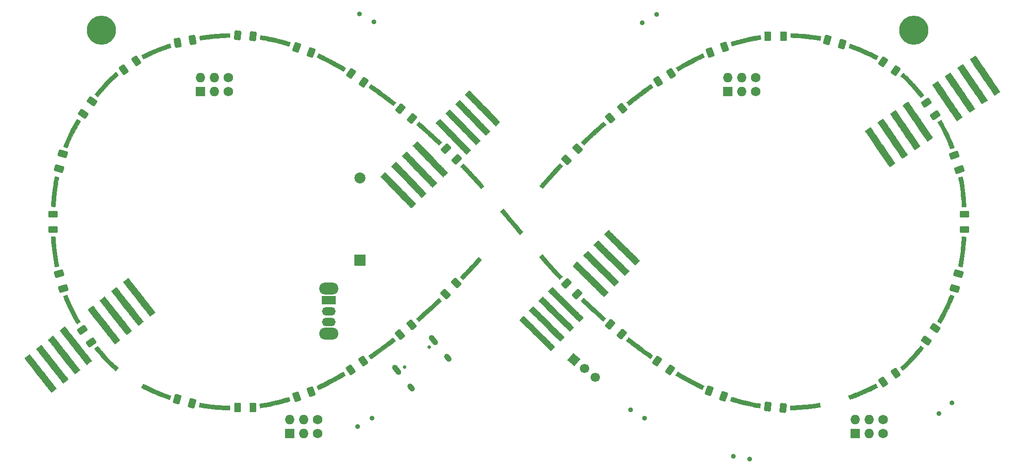
<source format=gbr>
%TF.GenerationSoftware,KiCad,Pcbnew,8.0.1*%
%TF.CreationDate,2024-06-21T13:46:25-04:00*%
%TF.ProjectId,CHV_DC32,4348565f-4443-4333-922e-6b696361645f,rev?*%
%TF.SameCoordinates,Original*%
%TF.FileFunction,Soldermask,Top*%
%TF.FilePolarity,Negative*%
%FSLAX46Y46*%
G04 Gerber Fmt 4.6, Leading zero omitted, Abs format (unit mm)*
G04 Created by KiCad (PCBNEW 8.0.1) date 2024-06-21 13:46:25*
%MOMM*%
%LPD*%
G01*
G04 APERTURE LIST*
G04 Aperture macros list*
%AMRoundRect*
0 Rectangle with rounded corners*
0 $1 Rounding radius*
0 $2 $3 $4 $5 $6 $7 $8 $9 X,Y pos of 4 corners*
0 Add a 4 corners polygon primitive as box body*
4,1,4,$2,$3,$4,$5,$6,$7,$8,$9,$2,$3,0*
0 Add four circle primitives for the rounded corners*
1,1,$1+$1,$2,$3*
1,1,$1+$1,$4,$5*
1,1,$1+$1,$6,$7*
1,1,$1+$1,$8,$9*
0 Add four rect primitives between the rounded corners*
20,1,$1+$1,$2,$3,$4,$5,0*
20,1,$1+$1,$4,$5,$6,$7,0*
20,1,$1+$1,$6,$7,$8,$9,0*
20,1,$1+$1,$8,$9,$2,$3,0*%
%AMHorizOval*
0 Thick line with rounded ends*
0 $1 width*
0 $2 $3 position (X,Y) of the first rounded end (center of the circle)*
0 $4 $5 position (X,Y) of the second rounded end (center of the circle)*
0 Add line between two ends*
20,1,$1,$2,$3,$4,$5,0*
0 Add two circle primitives to create the rounded ends*
1,1,$1,$2,$3*
1,1,$1,$4,$5*%
%AMRotRect*
0 Rectangle, with rotation*
0 The origin of the aperture is its center*
0 $1 length*
0 $2 width*
0 $3 Rotation angle, in degrees counterclockwise*
0 Add horizontal line*
21,1,$1,$2,0,0,$3*%
G04 Aperture macros list end*
%ADD10C,0.010000*%
%ADD11RoundRect,0.250000X0.051303X-0.727061X0.665667X-0.296879X-0.051303X0.727061X-0.665667X0.296879X0*%
%ADD12RoundRect,0.250000X0.665667X0.296879X0.051303X0.727061X-0.665667X-0.296879X-0.051303X-0.727061X0*%
%ADD13RoundRect,0.250000X-0.566147X-0.459050X0.138622X-0.715565X0.566147X0.459050X-0.138622X0.715565X0*%
%ADD14RoundRect,0.250000X0.523984X0.506646X-0.200460X0.700761X-0.523984X-0.506646X0.200460X-0.700761X0*%
%ADD15RoundRect,0.250000X0.296879X-0.665667X0.727061X-0.051303X-0.296879X0.665667X-0.727061X0.051303X0*%
%ADD16RoundRect,0.250000X-0.707107X-0.176777X-0.176777X-0.707107X0.707107X0.176777X0.176777X0.707107X0*%
%ADD17RoundRect,0.250000X-0.665667X-0.296879X-0.051303X-0.727061X0.665667X0.296879X0.051303X0.727061X0*%
%ADD18RoundRect,0.250000X0.700761X-0.200460X0.506646X0.523984X-0.700761X0.200460X-0.506646X-0.523984X0*%
%ADD19RoundRect,0.250000X-0.114476X0.719823X-0.689009X0.237732X0.114476X-0.719823X0.689009X-0.237732X0*%
%ADD20RoundRect,0.250000X0.625000X-0.375000X0.625000X0.375000X-0.625000X0.375000X-0.625000X-0.375000X0*%
%ADD21RoundRect,0.250000X-0.176777X0.707107X-0.707107X0.176777X0.176777X-0.707107X0.707107X-0.176777X0*%
%ADD22RoundRect,0.250000X0.727061X0.051303X0.296879X0.665667X-0.727061X-0.051303X-0.296879X-0.665667X0*%
%ADD23O,1.727200X1.727200*%
%ADD24R,1.727200X1.727200*%
%ADD25C,1.727200*%
%ADD26RoundRect,0.250000X-0.260773X-0.680623X0.477833X-0.550387X0.260773X0.680623X-0.477833X0.550387X0*%
%ADD27RoundRect,0.250000X0.138622X0.715565X-0.566147X0.459050X-0.138622X-0.715565X0.566147X-0.459050X0*%
%ADD28RoundRect,0.250000X-0.051303X0.727061X-0.665667X0.296879X0.051303X-0.727061X0.665667X-0.296879X0*%
%ADD29C,5.300000*%
%ADD30RoundRect,0.250000X-0.013182X0.728750X-0.649218X0.331310X0.013182X-0.728750X0.649218X-0.331310X0*%
%ADD31RoundRect,0.250000X0.375000X0.625000X-0.375000X0.625000X-0.375000X-0.625000X0.375000X-0.625000X0*%
%ADD32RoundRect,0.250000X0.506646X-0.523984X0.700761X0.200460X-0.506646X0.523984X-0.700761X-0.200460X0*%
%ADD33RoundRect,0.250000X0.715565X-0.138622X0.459050X0.566147X-0.715565X0.138622X-0.459050X-0.566147X0*%
%ADD34RoundRect,0.250000X-0.428045X-0.589938X0.319101X-0.655305X0.428045X0.589938X-0.319101X0.655305X0*%
%ADD35RoundRect,0.250000X-0.689009X-0.237732X-0.114476X-0.719823X0.689009X0.237732X0.114476X0.719823X0*%
%ADD36C,0.900000*%
%ADD37RotRect,1.700000X1.700000X230.000000*%
%ADD38HorizOval,1.700000X0.000000X0.000000X0.000000X0.000000X0*%
%ADD39R,2.000000X2.000000*%
%ADD40C,2.000000*%
%ADD41C,0.650000*%
%ADD42HorizOval,1.000000X-0.188796X0.233144X0.188796X-0.233144X0*%
%ADD43HorizOval,1.000000X-0.346126X0.427430X0.346126X-0.427430X0*%
%ADD44O,3.500000X2.200000*%
%ADD45R,2.500000X1.500000*%
%ADD46O,2.500000X1.500000*%
G04 APERTURE END LIST*
D10*
%TO.C,FID1*%
X168366074Y-52357844D02*
X168612758Y-52638380D01*
X168564115Y-52684180D01*
X168536242Y-52709562D01*
X168481086Y-52759057D01*
X168403069Y-52828724D01*
X168306611Y-52914623D01*
X168196134Y-53012812D01*
X168076059Y-53119352D01*
X168039963Y-53151345D01*
X167510231Y-53624518D01*
X166957517Y-54125463D01*
X166386476Y-54649883D01*
X165801765Y-55193484D01*
X165208039Y-55751970D01*
X164767071Y-56170919D01*
X164696634Y-56236575D01*
X164636599Y-56289659D01*
X164593889Y-56324232D01*
X164576220Y-56334634D01*
X164556122Y-56319874D01*
X164512307Y-56279184D01*
X164449912Y-56217610D01*
X164374072Y-56140198D01*
X164308722Y-56071890D01*
X164060138Y-55809474D01*
X164615639Y-55282007D01*
X165014302Y-54904857D01*
X165402316Y-54540738D01*
X165785458Y-54184365D01*
X166169509Y-53830447D01*
X166560247Y-53473696D01*
X166963453Y-53108826D01*
X167384905Y-52730546D01*
X167830383Y-52333569D01*
X168074014Y-52117492D01*
X168119389Y-52077309D01*
X168366074Y-52357844D01*
G36*
X168366074Y-52357844D02*
G01*
X168612758Y-52638380D01*
X168564115Y-52684180D01*
X168536242Y-52709562D01*
X168481086Y-52759057D01*
X168403069Y-52828724D01*
X168306611Y-52914623D01*
X168196134Y-53012812D01*
X168076059Y-53119352D01*
X168039963Y-53151345D01*
X167510231Y-53624518D01*
X166957517Y-54125463D01*
X166386476Y-54649883D01*
X165801765Y-55193484D01*
X165208039Y-55751970D01*
X164767071Y-56170919D01*
X164696634Y-56236575D01*
X164636599Y-56289659D01*
X164593889Y-56324232D01*
X164576220Y-56334634D01*
X164556122Y-56319874D01*
X164512307Y-56279184D01*
X164449912Y-56217610D01*
X164374072Y-56140198D01*
X164308722Y-56071890D01*
X164060138Y-55809474D01*
X164615639Y-55282007D01*
X165014302Y-54904857D01*
X165402316Y-54540738D01*
X165785458Y-54184365D01*
X166169509Y-53830447D01*
X166560247Y-53473696D01*
X166963453Y-53108826D01*
X167384905Y-52730546D01*
X167830383Y-52333569D01*
X168074014Y-52117492D01*
X168119389Y-52077309D01*
X168366074Y-52357844D01*
G37*
X130429717Y-59526376D02*
X130454679Y-59551896D01*
X130507583Y-59606213D01*
X130586889Y-59687740D01*
X130691057Y-59794892D01*
X130818548Y-59926085D01*
X130967822Y-60079734D01*
X131137341Y-60254252D01*
X131325564Y-60448056D01*
X131530952Y-60659560D01*
X131751967Y-60887178D01*
X131987068Y-61129326D01*
X132234715Y-61384419D01*
X132493371Y-61650871D01*
X132761494Y-61927098D01*
X133037547Y-62211514D01*
X133199170Y-62378044D01*
X135869713Y-65129710D01*
X135462822Y-65526585D01*
X135354168Y-65631686D01*
X135254699Y-65726230D01*
X135168597Y-65806376D01*
X135100042Y-65868284D01*
X135053216Y-65908114D01*
X135032300Y-65922025D01*
X135032285Y-65922024D01*
X135015342Y-65906922D01*
X134970398Y-65862908D01*
X134898910Y-65791472D01*
X134802337Y-65694104D01*
X134682137Y-65572293D01*
X134539767Y-65427530D01*
X134376685Y-65261304D01*
X134194350Y-65075104D01*
X133994219Y-64870422D01*
X133777750Y-64648747D01*
X133546401Y-64411568D01*
X133301630Y-64160376D01*
X133044895Y-63896660D01*
X132777654Y-63621910D01*
X132501364Y-63337617D01*
X132251584Y-63080399D01*
X129494529Y-60240210D01*
X129912668Y-59833293D01*
X130330806Y-59426375D01*
X130429717Y-59526376D01*
G36*
X130429717Y-59526376D02*
G01*
X130454679Y-59551896D01*
X130507583Y-59606213D01*
X130586889Y-59687740D01*
X130691057Y-59794892D01*
X130818548Y-59926085D01*
X130967822Y-60079734D01*
X131137341Y-60254252D01*
X131325564Y-60448056D01*
X131530952Y-60659560D01*
X131751967Y-60887178D01*
X131987068Y-61129326D01*
X132234715Y-61384419D01*
X132493371Y-61650871D01*
X132761494Y-61927098D01*
X133037547Y-62211514D01*
X133199170Y-62378044D01*
X135869713Y-65129710D01*
X135462822Y-65526585D01*
X135354168Y-65631686D01*
X135254699Y-65726230D01*
X135168597Y-65806376D01*
X135100042Y-65868284D01*
X135053216Y-65908114D01*
X135032300Y-65922025D01*
X135032285Y-65922024D01*
X135015342Y-65906922D01*
X134970398Y-65862908D01*
X134898910Y-65791472D01*
X134802337Y-65694104D01*
X134682137Y-65572293D01*
X134539767Y-65427530D01*
X134376685Y-65261304D01*
X134194350Y-65075104D01*
X133994219Y-64870422D01*
X133777750Y-64648747D01*
X133546401Y-64411568D01*
X133301630Y-64160376D01*
X133044895Y-63896660D01*
X132777654Y-63621910D01*
X132501364Y-63337617D01*
X132251584Y-63080399D01*
X129494529Y-60240210D01*
X129912668Y-59833293D01*
X130330806Y-59426375D01*
X130429717Y-59526376D01*
G37*
X207483586Y-103349934D02*
X207491852Y-103374672D01*
X207504657Y-103432232D01*
X207520604Y-103514231D01*
X207538293Y-103612282D01*
X207556327Y-103718000D01*
X207573308Y-103823001D01*
X207587838Y-103918900D01*
X207598519Y-103997310D01*
X207603953Y-104049848D01*
X207603304Y-104068002D01*
X207576911Y-104076367D01*
X207513438Y-104089704D01*
X207417747Y-104107258D01*
X207294702Y-104128275D01*
X207149165Y-104152001D01*
X206986002Y-104177681D01*
X206810074Y-104204561D01*
X206626245Y-104231886D01*
X206439379Y-104258903D01*
X206254338Y-104284857D01*
X206075987Y-104308993D01*
X205916973Y-104329578D01*
X205578488Y-104370107D01*
X205223209Y-104408709D01*
X204857227Y-104444929D01*
X204486631Y-104478315D01*
X204117512Y-104508411D01*
X203755960Y-104534764D01*
X203408064Y-104556921D01*
X203079915Y-104574427D01*
X202777603Y-104586830D01*
X202507217Y-104593674D01*
X202355681Y-104594928D01*
X202096390Y-104594960D01*
X202096390Y-103860364D01*
X202556765Y-103846020D01*
X203695127Y-103791544D01*
X204836903Y-103699345D01*
X205973349Y-103570288D01*
X207095716Y-103405237D01*
X207214731Y-103385461D01*
X207314395Y-103369441D01*
X207397830Y-103357409D01*
X207456806Y-103350451D01*
X207483092Y-103349654D01*
X207483586Y-103349934D01*
G36*
X207483586Y-103349934D02*
G01*
X207491852Y-103374672D01*
X207504657Y-103432232D01*
X207520604Y-103514231D01*
X207538293Y-103612282D01*
X207556327Y-103718000D01*
X207573308Y-103823001D01*
X207587838Y-103918900D01*
X207598519Y-103997310D01*
X207603953Y-104049848D01*
X207603304Y-104068002D01*
X207576911Y-104076367D01*
X207513438Y-104089704D01*
X207417747Y-104107258D01*
X207294702Y-104128275D01*
X207149165Y-104152001D01*
X206986002Y-104177681D01*
X206810074Y-104204561D01*
X206626245Y-104231886D01*
X206439379Y-104258903D01*
X206254338Y-104284857D01*
X206075987Y-104308993D01*
X205916973Y-104329578D01*
X205578488Y-104370107D01*
X205223209Y-104408709D01*
X204857227Y-104444929D01*
X204486631Y-104478315D01*
X204117512Y-104508411D01*
X203755960Y-104534764D01*
X203408064Y-104556921D01*
X203079915Y-104574427D01*
X202777603Y-104586830D01*
X202507217Y-104593674D01*
X202355681Y-104594928D01*
X202096390Y-104594960D01*
X202096390Y-103860364D01*
X202556765Y-103846020D01*
X203695127Y-103791544D01*
X204836903Y-103699345D01*
X205973349Y-103570288D01*
X207095716Y-103405237D01*
X207214731Y-103385461D01*
X207314395Y-103369441D01*
X207397830Y-103357409D01*
X207456806Y-103350451D01*
X207483092Y-103349654D01*
X207483586Y-103349934D01*
G37*
X94662167Y-103354121D02*
X94716361Y-103360841D01*
X94792114Y-103372742D01*
X94825173Y-103378473D01*
X94891693Y-103389562D01*
X94993127Y-103405514D01*
X95122470Y-103425275D01*
X95272718Y-103447788D01*
X95436866Y-103471996D01*
X95607912Y-103496845D01*
X95659806Y-103504307D01*
X96832099Y-103653156D01*
X97993539Y-103761786D01*
X99145981Y-103830359D01*
X99594178Y-103846302D01*
X100099549Y-103860866D01*
X100086303Y-103987602D01*
X100080748Y-104063031D01*
X100076339Y-104165306D01*
X100073636Y-104278941D01*
X100073056Y-104354648D01*
X100073056Y-104594960D01*
X99718515Y-104591738D01*
X99561965Y-104589379D01*
X99383982Y-104585199D01*
X99204475Y-104579749D01*
X99043356Y-104573579D01*
X99014723Y-104572290D01*
X98360140Y-104535332D01*
X97689052Y-104484933D01*
X97012333Y-104422227D01*
X96340858Y-104348349D01*
X95685501Y-104264434D01*
X95057138Y-104171616D01*
X94844890Y-104137119D01*
X94732671Y-104118194D01*
X94636328Y-104101525D01*
X94563060Y-104088392D01*
X94520067Y-104080075D01*
X94511804Y-104077932D01*
X94513494Y-104056733D01*
X94521523Y-104002171D01*
X94534436Y-103922492D01*
X94550778Y-103825943D01*
X94569093Y-103720771D01*
X94587927Y-103615222D01*
X94605825Y-103517543D01*
X94621331Y-103435980D01*
X94632991Y-103378780D01*
X94639350Y-103354189D01*
X94639552Y-103353909D01*
X94662167Y-103354121D01*
G36*
X94662167Y-103354121D02*
G01*
X94716361Y-103360841D01*
X94792114Y-103372742D01*
X94825173Y-103378473D01*
X94891693Y-103389562D01*
X94993127Y-103405514D01*
X95122470Y-103425275D01*
X95272718Y-103447788D01*
X95436866Y-103471996D01*
X95607912Y-103496845D01*
X95659806Y-103504307D01*
X96832099Y-103653156D01*
X97993539Y-103761786D01*
X99145981Y-103830359D01*
X99594178Y-103846302D01*
X100099549Y-103860866D01*
X100086303Y-103987602D01*
X100080748Y-104063031D01*
X100076339Y-104165306D01*
X100073636Y-104278941D01*
X100073056Y-104354648D01*
X100073056Y-104594960D01*
X99718515Y-104591738D01*
X99561965Y-104589379D01*
X99383982Y-104585199D01*
X99204475Y-104579749D01*
X99043356Y-104573579D01*
X99014723Y-104572290D01*
X98360140Y-104535332D01*
X97689052Y-104484933D01*
X97012333Y-104422227D01*
X96340858Y-104348349D01*
X95685501Y-104264434D01*
X95057138Y-104171616D01*
X94844890Y-104137119D01*
X94732671Y-104118194D01*
X94636328Y-104101525D01*
X94563060Y-104088392D01*
X94520067Y-104080075D01*
X94511804Y-104077932D01*
X94513494Y-104056733D01*
X94521523Y-104002171D01*
X94534436Y-103922492D01*
X94550778Y-103825943D01*
X94569093Y-103720771D01*
X94587927Y-103615222D01*
X94605825Y-103517543D01*
X94621331Y-103435980D01*
X94632991Y-103378780D01*
X94639350Y-103354189D01*
X94639552Y-103353909D01*
X94662167Y-103354121D01*
G37*
X202567348Y-36001953D02*
X203287882Y-36033487D01*
X203977435Y-36075142D01*
X204646370Y-36127932D01*
X205305048Y-36192873D01*
X205963830Y-36270977D01*
X206633078Y-36363259D01*
X207271640Y-36462317D01*
X207397321Y-36483331D01*
X207508425Y-36502964D01*
X207598267Y-36519948D01*
X207660161Y-36533015D01*
X207687421Y-36540898D01*
X207687885Y-36541246D01*
X207690221Y-36566533D01*
X207685020Y-36623547D01*
X207673371Y-36702569D01*
X207663873Y-36755794D01*
X207643291Y-36866588D01*
X207622202Y-36983618D01*
X207604345Y-37086047D01*
X207600256Y-37110335D01*
X207586279Y-37189364D01*
X207570353Y-37236816D01*
X207543227Y-37258363D01*
X207495654Y-37259678D01*
X207418384Y-37246433D01*
X207388056Y-37240474D01*
X207291705Y-37222855D01*
X207160819Y-37200793D01*
X207002830Y-37175406D01*
X206825169Y-37147813D01*
X206635269Y-37119133D01*
X206440560Y-37090484D01*
X206248475Y-37062985D01*
X206066444Y-37037754D01*
X205901901Y-37015912D01*
X205864056Y-37011072D01*
X205168813Y-36929222D01*
X204502008Y-36863763D01*
X203853433Y-36813805D01*
X203212882Y-36778456D01*
X203186473Y-36777298D01*
X203024372Y-36770195D01*
X202861178Y-36762922D01*
X202706504Y-36755917D01*
X202569962Y-36749616D01*
X202461164Y-36744456D01*
X202419181Y-36742392D01*
X202181056Y-36730451D01*
X202181056Y-35987948D01*
X202567348Y-36001953D01*
G36*
X202567348Y-36001953D02*
G01*
X203287882Y-36033487D01*
X203977435Y-36075142D01*
X204646370Y-36127932D01*
X205305048Y-36192873D01*
X205963830Y-36270977D01*
X206633078Y-36363259D01*
X207271640Y-36462317D01*
X207397321Y-36483331D01*
X207508425Y-36502964D01*
X207598267Y-36519948D01*
X207660161Y-36533015D01*
X207687421Y-36540898D01*
X207687885Y-36541246D01*
X207690221Y-36566533D01*
X207685020Y-36623547D01*
X207673371Y-36702569D01*
X207663873Y-36755794D01*
X207643291Y-36866588D01*
X207622202Y-36983618D01*
X207604345Y-37086047D01*
X207600256Y-37110335D01*
X207586279Y-37189364D01*
X207570353Y-37236816D01*
X207543227Y-37258363D01*
X207495654Y-37259678D01*
X207418384Y-37246433D01*
X207388056Y-37240474D01*
X207291705Y-37222855D01*
X207160819Y-37200793D01*
X207002830Y-37175406D01*
X206825169Y-37147813D01*
X206635269Y-37119133D01*
X206440560Y-37090484D01*
X206248475Y-37062985D01*
X206066444Y-37037754D01*
X205901901Y-37015912D01*
X205864056Y-37011072D01*
X205168813Y-36929222D01*
X204502008Y-36863763D01*
X203853433Y-36813805D01*
X203212882Y-36778456D01*
X203186473Y-36777298D01*
X203024372Y-36770195D01*
X202861178Y-36762922D01*
X202706504Y-36755917D01*
X202569962Y-36749616D01*
X202461164Y-36744456D01*
X202419181Y-36742392D01*
X202181056Y-36730451D01*
X202181056Y-35987948D01*
X202567348Y-36001953D01*
G37*
X233459930Y-62121555D02*
X233474053Y-62148779D01*
X233489678Y-62200227D01*
X233508161Y-62280835D01*
X233530859Y-62395535D01*
X233546299Y-62478585D01*
X233662741Y-63154278D01*
X233770485Y-63859518D01*
X233868051Y-64582141D01*
X233953957Y-65309981D01*
X234026720Y-66030871D01*
X234084860Y-66732647D01*
X234110234Y-67108794D01*
X234117347Y-67218138D01*
X234125327Y-67331301D01*
X234132742Y-67428192D01*
X234134603Y-67450631D01*
X234146593Y-67591386D01*
X233938283Y-67604682D01*
X233823978Y-67612168D01*
X233702504Y-67620428D01*
X233595188Y-67628004D01*
X233567537Y-67630030D01*
X233405101Y-67642082D01*
X233393678Y-67550063D01*
X233387575Y-67489003D01*
X233380488Y-67399927D01*
X233373497Y-67297103D01*
X233369858Y-67235794D01*
X233333861Y-66688865D01*
X233285673Y-66112191D01*
X233226525Y-65515895D01*
X233157647Y-64910098D01*
X233080268Y-64304924D01*
X232995620Y-63710494D01*
X232904933Y-63136931D01*
X232809435Y-62594357D01*
X232799004Y-62538668D01*
X232780000Y-62434718D01*
X232765039Y-62346779D01*
X232755358Y-62282630D01*
X232752198Y-62250050D01*
X232752658Y-62247636D01*
X232775141Y-62241071D01*
X232830770Y-62228619D01*
X232911034Y-62211924D01*
X233007421Y-62192633D01*
X233111420Y-62172390D01*
X233214519Y-62152840D01*
X233308206Y-62135630D01*
X233383970Y-62122403D01*
X233433300Y-62114806D01*
X233445952Y-62113624D01*
X233459930Y-62121555D01*
G36*
X233459930Y-62121555D02*
G01*
X233474053Y-62148779D01*
X233489678Y-62200227D01*
X233508161Y-62280835D01*
X233530859Y-62395535D01*
X233546299Y-62478585D01*
X233662741Y-63154278D01*
X233770485Y-63859518D01*
X233868051Y-64582141D01*
X233953957Y-65309981D01*
X234026720Y-66030871D01*
X234084860Y-66732647D01*
X234110234Y-67108794D01*
X234117347Y-67218138D01*
X234125327Y-67331301D01*
X234132742Y-67428192D01*
X234134603Y-67450631D01*
X234146593Y-67591386D01*
X233938283Y-67604682D01*
X233823978Y-67612168D01*
X233702504Y-67620428D01*
X233595188Y-67628004D01*
X233567537Y-67630030D01*
X233405101Y-67642082D01*
X233393678Y-67550063D01*
X233387575Y-67489003D01*
X233380488Y-67399927D01*
X233373497Y-67297103D01*
X233369858Y-67235794D01*
X233333861Y-66688865D01*
X233285673Y-66112191D01*
X233226525Y-65515895D01*
X233157647Y-64910098D01*
X233080268Y-64304924D01*
X232995620Y-63710494D01*
X232904933Y-63136931D01*
X232809435Y-62594357D01*
X232799004Y-62538668D01*
X232780000Y-62434718D01*
X232765039Y-62346779D01*
X232755358Y-62282630D01*
X232752198Y-62250050D01*
X232752658Y-62247636D01*
X232775141Y-62241071D01*
X232830770Y-62228619D01*
X232911034Y-62211924D01*
X233007421Y-62192633D01*
X233111420Y-62172390D01*
X233214519Y-62152840D01*
X233308206Y-62135630D01*
X233383970Y-62122403D01*
X233433300Y-62114806D01*
X233445952Y-62113624D01*
X233459930Y-62121555D01*
G37*
X89191194Y-37883218D02*
X89211035Y-37939017D01*
X89238099Y-38018692D01*
X89269702Y-38113974D01*
X89303161Y-38216590D01*
X89335796Y-38318269D01*
X89364923Y-38410740D01*
X89387860Y-38485733D01*
X89401926Y-38534976D01*
X89405056Y-38549689D01*
X89391082Y-38574254D01*
X89382921Y-38576127D01*
X89353454Y-38583130D01*
X89289398Y-38602940D01*
X89195898Y-38633763D01*
X89078102Y-38673800D01*
X88941154Y-38721257D01*
X88790199Y-38774337D01*
X88630385Y-38831243D01*
X88466856Y-38890179D01*
X88304759Y-38949349D01*
X88156223Y-39004349D01*
X87083691Y-39424729D01*
X86040116Y-39874512D01*
X85022983Y-40354791D01*
X84859699Y-40435955D01*
X84730141Y-40500638D01*
X84613499Y-40558538D01*
X84514979Y-40607099D01*
X84439786Y-40643764D01*
X84393124Y-40665978D01*
X84379871Y-40671627D01*
X84366559Y-40654292D01*
X84338279Y-40607749D01*
X84299896Y-40540190D01*
X84276217Y-40497002D01*
X84221936Y-40395370D01*
X84163969Y-40284569D01*
X84113288Y-40185614D01*
X84104994Y-40169098D01*
X84028372Y-40015820D01*
X84490616Y-39784515D01*
X85213991Y-39432318D01*
X85931230Y-39103309D01*
X86653794Y-38792593D01*
X87393147Y-38495278D01*
X88160751Y-38206472D01*
X88336140Y-38143021D01*
X88569994Y-38059436D01*
X88764978Y-37990696D01*
X88921777Y-37936571D01*
X89041079Y-37896831D01*
X89123570Y-37871245D01*
X89169937Y-37859583D01*
X89181255Y-37859567D01*
X89191194Y-37883218D01*
G36*
X89191194Y-37883218D02*
G01*
X89211035Y-37939017D01*
X89238099Y-38018692D01*
X89269702Y-38113974D01*
X89303161Y-38216590D01*
X89335796Y-38318269D01*
X89364923Y-38410740D01*
X89387860Y-38485733D01*
X89401926Y-38534976D01*
X89405056Y-38549689D01*
X89391082Y-38574254D01*
X89382921Y-38576127D01*
X89353454Y-38583130D01*
X89289398Y-38602940D01*
X89195898Y-38633763D01*
X89078102Y-38673800D01*
X88941154Y-38721257D01*
X88790199Y-38774337D01*
X88630385Y-38831243D01*
X88466856Y-38890179D01*
X88304759Y-38949349D01*
X88156223Y-39004349D01*
X87083691Y-39424729D01*
X86040116Y-39874512D01*
X85022983Y-40354791D01*
X84859699Y-40435955D01*
X84730141Y-40500638D01*
X84613499Y-40558538D01*
X84514979Y-40607099D01*
X84439786Y-40643764D01*
X84393124Y-40665978D01*
X84379871Y-40671627D01*
X84366559Y-40654292D01*
X84338279Y-40607749D01*
X84299896Y-40540190D01*
X84276217Y-40497002D01*
X84221936Y-40395370D01*
X84163969Y-40284569D01*
X84113288Y-40185614D01*
X84104994Y-40169098D01*
X84028372Y-40015820D01*
X84490616Y-39784515D01*
X85213991Y-39432318D01*
X85931230Y-39103309D01*
X86653794Y-38792593D01*
X87393147Y-38495278D01*
X88160751Y-38206472D01*
X88336140Y-38143021D01*
X88569994Y-38059436D01*
X88764978Y-37990696D01*
X88921777Y-37936571D01*
X89041079Y-37896831D01*
X89123570Y-37871245D01*
X89169937Y-37859583D01*
X89181255Y-37859567D01*
X89191194Y-37883218D01*
G37*
X164535058Y-84236167D02*
X164582352Y-84276641D01*
X164654086Y-84340620D01*
X164747154Y-84425260D01*
X164858446Y-84527716D01*
X164984856Y-84645144D01*
X165123277Y-84774698D01*
X165267916Y-84910997D01*
X165613128Y-85236757D01*
X165933574Y-85537790D01*
X166234655Y-85819065D01*
X166521774Y-86085554D01*
X166800331Y-86342229D01*
X167075729Y-86594060D01*
X167353369Y-86846018D01*
X167638652Y-87103074D01*
X167936981Y-87370199D01*
X168039223Y-87461417D01*
X168160939Y-87570681D01*
X168271472Y-87671373D01*
X168367084Y-87759972D01*
X168444039Y-87832958D01*
X168498601Y-87886809D01*
X168527032Y-87918005D01*
X168530266Y-87924060D01*
X168514957Y-87945095D01*
X168477284Y-87990422D01*
X168422893Y-88053692D01*
X168357427Y-88128557D01*
X168286532Y-88208667D01*
X168215854Y-88287674D01*
X168151036Y-88359227D01*
X168097725Y-88416979D01*
X168061565Y-88454580D01*
X168048456Y-88465960D01*
X168031230Y-88452404D01*
X167986278Y-88413971D01*
X167917422Y-88354012D01*
X167828484Y-88275879D01*
X167723286Y-88182925D01*
X167605648Y-88078501D01*
X167536983Y-88017351D01*
X166980407Y-87518409D01*
X166442327Y-87030298D01*
X165913066Y-86544086D01*
X165382950Y-86050839D01*
X164842302Y-85541624D01*
X164403882Y-85124568D01*
X163996459Y-84735437D01*
X164243945Y-84478740D01*
X164327262Y-84393728D01*
X164401509Y-84320605D01*
X164461351Y-84264422D01*
X164501450Y-84230226D01*
X164515312Y-84222044D01*
X164535058Y-84236167D01*
G36*
X164535058Y-84236167D02*
G01*
X164582352Y-84276641D01*
X164654086Y-84340620D01*
X164747154Y-84425260D01*
X164858446Y-84527716D01*
X164984856Y-84645144D01*
X165123277Y-84774698D01*
X165267916Y-84910997D01*
X165613128Y-85236757D01*
X165933574Y-85537790D01*
X166234655Y-85819065D01*
X166521774Y-86085554D01*
X166800331Y-86342229D01*
X167075729Y-86594060D01*
X167353369Y-86846018D01*
X167638652Y-87103074D01*
X167936981Y-87370199D01*
X168039223Y-87461417D01*
X168160939Y-87570681D01*
X168271472Y-87671373D01*
X168367084Y-87759972D01*
X168444039Y-87832958D01*
X168498601Y-87886809D01*
X168527032Y-87918005D01*
X168530266Y-87924060D01*
X168514957Y-87945095D01*
X168477284Y-87990422D01*
X168422893Y-88053692D01*
X168357427Y-88128557D01*
X168286532Y-88208667D01*
X168215854Y-88287674D01*
X168151036Y-88359227D01*
X168097725Y-88416979D01*
X168061565Y-88454580D01*
X168048456Y-88465960D01*
X168031230Y-88452404D01*
X167986278Y-88413971D01*
X167917422Y-88354012D01*
X167828484Y-88275879D01*
X167723286Y-88182925D01*
X167605648Y-88078501D01*
X167536983Y-88017351D01*
X166980407Y-87518409D01*
X166442327Y-87030298D01*
X165913066Y-86544086D01*
X165382950Y-86050839D01*
X164842302Y-85541624D01*
X164403882Y-85124568D01*
X163996459Y-84735437D01*
X164243945Y-84478740D01*
X164327262Y-84393728D01*
X164401509Y-84320605D01*
X164461351Y-84264422D01*
X164501450Y-84230226D01*
X164515312Y-84222044D01*
X164535058Y-84236167D01*
G37*
X68302053Y-73059770D02*
X68303800Y-73109589D01*
X68308594Y-73195250D01*
X68315974Y-73310409D01*
X68325477Y-73448721D01*
X68336639Y-73603840D01*
X68348998Y-73769422D01*
X68362090Y-73939122D01*
X68375454Y-74106595D01*
X68388626Y-74265496D01*
X68397549Y-74368960D01*
X68453971Y-74951062D01*
X68522467Y-75555889D01*
X68601388Y-76171575D01*
X68689088Y-76786256D01*
X68783919Y-77388068D01*
X68884232Y-77965144D01*
X68933215Y-78226585D01*
X68949524Y-78313473D01*
X68961715Y-78382308D01*
X68968268Y-78424271D01*
X68968762Y-78432960D01*
X68947000Y-78436906D01*
X68892255Y-78447603D01*
X68813024Y-78463339D01*
X68717803Y-78482401D01*
X68615088Y-78503077D01*
X68513376Y-78523654D01*
X68421162Y-78542422D01*
X68346942Y-78557667D01*
X68299213Y-78567676D01*
X68288392Y-78570075D01*
X68272309Y-78571753D01*
X68258869Y-78564769D01*
X68246400Y-78543802D01*
X68233228Y-78503528D01*
X68217681Y-78438625D01*
X68198087Y-78343768D01*
X68172772Y-78213636D01*
X68167096Y-78184058D01*
X68069211Y-77643873D01*
X67975998Y-77071194D01*
X67888644Y-76475719D01*
X67808335Y-75867144D01*
X67736259Y-75255165D01*
X67673601Y-74649481D01*
X67621549Y-74059786D01*
X67581289Y-73495778D01*
X67570276Y-73307559D01*
X67555577Y-73039907D01*
X67785858Y-73026458D01*
X67899429Y-73019456D01*
X68015172Y-73011703D01*
X68115733Y-73004388D01*
X68159015Y-73000920D01*
X68301890Y-72988830D01*
X68302053Y-73059770D01*
G36*
X68302053Y-73059770D02*
G01*
X68303800Y-73109589D01*
X68308594Y-73195250D01*
X68315974Y-73310409D01*
X68325477Y-73448721D01*
X68336639Y-73603840D01*
X68348998Y-73769422D01*
X68362090Y-73939122D01*
X68375454Y-74106595D01*
X68388626Y-74265496D01*
X68397549Y-74368960D01*
X68453971Y-74951062D01*
X68522467Y-75555889D01*
X68601388Y-76171575D01*
X68689088Y-76786256D01*
X68783919Y-77388068D01*
X68884232Y-77965144D01*
X68933215Y-78226585D01*
X68949524Y-78313473D01*
X68961715Y-78382308D01*
X68968268Y-78424271D01*
X68968762Y-78432960D01*
X68947000Y-78436906D01*
X68892255Y-78447603D01*
X68813024Y-78463339D01*
X68717803Y-78482401D01*
X68615088Y-78503077D01*
X68513376Y-78523654D01*
X68421162Y-78542422D01*
X68346942Y-78557667D01*
X68299213Y-78567676D01*
X68288392Y-78570075D01*
X68272309Y-78571753D01*
X68258869Y-78564769D01*
X68246400Y-78543802D01*
X68233228Y-78503528D01*
X68217681Y-78438625D01*
X68198087Y-78343768D01*
X68172772Y-78213636D01*
X68167096Y-78184058D01*
X68069211Y-77643873D01*
X67975998Y-77071194D01*
X67888644Y-76475719D01*
X67808335Y-75867144D01*
X67736259Y-75255165D01*
X67673601Y-74649481D01*
X67621549Y-74059786D01*
X67581289Y-73495778D01*
X67570276Y-73307559D01*
X67555577Y-73039907D01*
X67785858Y-73026458D01*
X67899429Y-73019456D01*
X68015172Y-73011703D01*
X68115733Y-73004388D01*
X68159015Y-73000920D01*
X68301890Y-72988830D01*
X68302053Y-73059770D01*
G37*
X72280753Y-51634929D02*
X72330962Y-51658528D01*
X72402553Y-51696219D01*
X72488295Y-51743781D01*
X72580957Y-51796997D01*
X72673309Y-51851648D01*
X72758121Y-51903515D01*
X72828162Y-51948381D01*
X72876203Y-51982026D01*
X72895013Y-52000232D01*
X72895056Y-52000651D01*
X72884857Y-52022523D01*
X72856182Y-52075804D01*
X72811913Y-52155354D01*
X72754931Y-52256032D01*
X72688120Y-52372697D01*
X72632266Y-52469369D01*
X72218266Y-53206524D01*
X71818684Y-53964260D01*
X71438549Y-54732336D01*
X71082894Y-55500510D01*
X70756749Y-56258541D01*
X70686182Y-56431012D01*
X70633291Y-56558846D01*
X70584070Y-56672685D01*
X70541133Y-56766889D01*
X70507094Y-56835817D01*
X70484565Y-56873830D01*
X70478379Y-56879490D01*
X70449764Y-56873830D01*
X70389315Y-56855076D01*
X70304536Y-56825775D01*
X70202929Y-56788474D01*
X70143390Y-56765780D01*
X70036675Y-56724068D01*
X69943965Y-56686860D01*
X69872462Y-56657124D01*
X69829372Y-56637826D01*
X69820397Y-56632741D01*
X69821418Y-56606527D01*
X69840036Y-56542463D01*
X69876039Y-56441102D01*
X69929212Y-56302997D01*
X69999342Y-56128701D01*
X70086216Y-55918768D01*
X70189620Y-55673752D01*
X70196482Y-55657627D01*
X70521336Y-54923260D01*
X70876059Y-54174921D01*
X71255621Y-53422597D01*
X71654988Y-52676276D01*
X72051174Y-51976731D01*
X72113740Y-51869842D01*
X72169565Y-51775472D01*
X72214945Y-51699799D01*
X72246178Y-51649003D01*
X72259154Y-51629638D01*
X72280753Y-51634929D01*
G36*
X72280753Y-51634929D02*
G01*
X72330962Y-51658528D01*
X72402553Y-51696219D01*
X72488295Y-51743781D01*
X72580957Y-51796997D01*
X72673309Y-51851648D01*
X72758121Y-51903515D01*
X72828162Y-51948381D01*
X72876203Y-51982026D01*
X72895013Y-52000232D01*
X72895056Y-52000651D01*
X72884857Y-52022523D01*
X72856182Y-52075804D01*
X72811913Y-52155354D01*
X72754931Y-52256032D01*
X72688120Y-52372697D01*
X72632266Y-52469369D01*
X72218266Y-53206524D01*
X71818684Y-53964260D01*
X71438549Y-54732336D01*
X71082894Y-55500510D01*
X70756749Y-56258541D01*
X70686182Y-56431012D01*
X70633291Y-56558846D01*
X70584070Y-56672685D01*
X70541133Y-56766889D01*
X70507094Y-56835817D01*
X70484565Y-56873830D01*
X70478379Y-56879490D01*
X70449764Y-56873830D01*
X70389315Y-56855076D01*
X70304536Y-56825775D01*
X70202929Y-56788474D01*
X70143390Y-56765780D01*
X70036675Y-56724068D01*
X69943965Y-56686860D01*
X69872462Y-56657124D01*
X69829372Y-56637826D01*
X69820397Y-56632741D01*
X69821418Y-56606527D01*
X69840036Y-56542463D01*
X69876039Y-56441102D01*
X69929212Y-56302997D01*
X69999342Y-56128701D01*
X70086216Y-55918768D01*
X70189620Y-55673752D01*
X70196482Y-55657627D01*
X70521336Y-54923260D01*
X70876059Y-54174921D01*
X71255621Y-53422597D01*
X71654988Y-52676276D01*
X72051174Y-51976731D01*
X72113740Y-51869842D01*
X72169565Y-51775472D01*
X72214945Y-51699799D01*
X72246178Y-51649003D01*
X72259154Y-51629638D01*
X72280753Y-51634929D01*
G37*
X100136556Y-36729466D02*
X99718515Y-36743442D01*
X99071652Y-36769263D01*
X98456253Y-36802722D01*
X97862004Y-36844613D01*
X97278592Y-36895729D01*
X96695703Y-36956866D01*
X96241890Y-37011125D01*
X96100168Y-37029416D01*
X95942315Y-37050624D01*
X95774040Y-37073903D01*
X95601051Y-37098408D01*
X95429057Y-37123295D01*
X95263766Y-37147717D01*
X95110888Y-37170830D01*
X94976131Y-37191790D01*
X94865203Y-37209750D01*
X94783814Y-37223866D01*
X94737671Y-37233292D01*
X94733660Y-37234392D01*
X94698557Y-37231113D01*
X94687661Y-37217628D01*
X94678956Y-37180304D01*
X94666194Y-37113242D01*
X94650706Y-37024841D01*
X94633824Y-36923499D01*
X94616878Y-36817614D01*
X94601198Y-36715587D01*
X94588118Y-36625814D01*
X94578966Y-36556694D01*
X94575074Y-36516627D01*
X94575534Y-36510093D01*
X94601894Y-36501362D01*
X94665611Y-36487905D01*
X94762058Y-36470414D01*
X94886605Y-36449577D01*
X95034625Y-36426086D01*
X95201489Y-36400630D01*
X95382569Y-36373899D01*
X95573237Y-36346585D01*
X95768865Y-36319377D01*
X95964825Y-36292965D01*
X96156487Y-36268039D01*
X96339225Y-36245290D01*
X96400640Y-36237920D01*
X96713591Y-36202775D01*
X97047681Y-36168918D01*
X97396572Y-36136782D01*
X97753930Y-36106804D01*
X98113419Y-36079418D01*
X98468705Y-36055061D01*
X98813450Y-36034167D01*
X99141320Y-36017172D01*
X99445980Y-36004511D01*
X99721094Y-35996620D01*
X99951348Y-35993935D01*
X100136556Y-35993794D01*
X100136556Y-36729466D01*
G36*
X100136556Y-36729466D02*
G01*
X99718515Y-36743442D01*
X99071652Y-36769263D01*
X98456253Y-36802722D01*
X97862004Y-36844613D01*
X97278592Y-36895729D01*
X96695703Y-36956866D01*
X96241890Y-37011125D01*
X96100168Y-37029416D01*
X95942315Y-37050624D01*
X95774040Y-37073903D01*
X95601051Y-37098408D01*
X95429057Y-37123295D01*
X95263766Y-37147717D01*
X95110888Y-37170830D01*
X94976131Y-37191790D01*
X94865203Y-37209750D01*
X94783814Y-37223866D01*
X94737671Y-37233292D01*
X94733660Y-37234392D01*
X94698557Y-37231113D01*
X94687661Y-37217628D01*
X94678956Y-37180304D01*
X94666194Y-37113242D01*
X94650706Y-37024841D01*
X94633824Y-36923499D01*
X94616878Y-36817614D01*
X94601198Y-36715587D01*
X94588118Y-36625814D01*
X94578966Y-36556694D01*
X94575074Y-36516627D01*
X94575534Y-36510093D01*
X94601894Y-36501362D01*
X94665611Y-36487905D01*
X94762058Y-36470414D01*
X94886605Y-36449577D01*
X95034625Y-36426086D01*
X95201489Y-36400630D01*
X95382569Y-36373899D01*
X95573237Y-36346585D01*
X95768865Y-36319377D01*
X95964825Y-36292965D01*
X96156487Y-36268039D01*
X96339225Y-36245290D01*
X96400640Y-36237920D01*
X96713591Y-36202775D01*
X97047681Y-36168918D01*
X97396572Y-36136782D01*
X97753930Y-36106804D01*
X98113419Y-36079418D01*
X98468705Y-36055061D01*
X98813450Y-36034167D01*
X99141320Y-36017172D01*
X99445980Y-36004511D01*
X99721094Y-35996620D01*
X99951348Y-35993935D01*
X100136556Y-35993794D01*
X100136556Y-36729466D01*
G37*
X138148195Y-84270994D02*
X138191203Y-84309974D01*
X138252854Y-84370362D01*
X138328146Y-84447279D01*
X138397546Y-84520318D01*
X138649073Y-84788413D01*
X138510207Y-84917978D01*
X138190952Y-85215632D01*
X137899043Y-85487288D01*
X137631087Y-85736055D01*
X137383690Y-85965039D01*
X137153457Y-86177349D01*
X136936994Y-86376090D01*
X136730906Y-86564372D01*
X136531800Y-86745301D01*
X136336282Y-86921985D01*
X136140956Y-87097530D01*
X135942429Y-87275045D01*
X135737306Y-87457637D01*
X135696556Y-87493827D01*
X135457238Y-87706083D01*
X135248224Y-87891012D01*
X135068360Y-88049617D01*
X134916492Y-88182901D01*
X134791467Y-88291866D01*
X134692131Y-88377514D01*
X134617330Y-88440849D01*
X134565910Y-88482873D01*
X134536719Y-88504589D01*
X134529242Y-88508294D01*
X134510896Y-88493079D01*
X134469916Y-88450942D01*
X134411167Y-88387145D01*
X134339518Y-88306947D01*
X134279594Y-88238453D01*
X134202660Y-88148637D01*
X134136994Y-88069827D01*
X134087043Y-88007537D01*
X134057253Y-87967279D01*
X134050836Y-87954797D01*
X134067517Y-87937850D01*
X134112091Y-87896677D01*
X134180545Y-87834873D01*
X134268866Y-87756034D01*
X134373039Y-87663755D01*
X134489051Y-87561632D01*
X134521806Y-87532905D01*
X135532722Y-86636710D01*
X136562614Y-85703279D01*
X137611689Y-84732426D01*
X137703146Y-84646866D01*
X137812836Y-84544527D01*
X137912687Y-84452062D01*
X137998466Y-84373337D01*
X138065937Y-84312218D01*
X138110867Y-84272568D01*
X138128836Y-84258300D01*
X138148195Y-84270994D01*
G36*
X138148195Y-84270994D02*
G01*
X138191203Y-84309974D01*
X138252854Y-84370362D01*
X138328146Y-84447279D01*
X138397546Y-84520318D01*
X138649073Y-84788413D01*
X138510207Y-84917978D01*
X138190952Y-85215632D01*
X137899043Y-85487288D01*
X137631087Y-85736055D01*
X137383690Y-85965039D01*
X137153457Y-86177349D01*
X136936994Y-86376090D01*
X136730906Y-86564372D01*
X136531800Y-86745301D01*
X136336282Y-86921985D01*
X136140956Y-87097530D01*
X135942429Y-87275045D01*
X135737306Y-87457637D01*
X135696556Y-87493827D01*
X135457238Y-87706083D01*
X135248224Y-87891012D01*
X135068360Y-88049617D01*
X134916492Y-88182901D01*
X134791467Y-88291866D01*
X134692131Y-88377514D01*
X134617330Y-88440849D01*
X134565910Y-88482873D01*
X134536719Y-88504589D01*
X134529242Y-88508294D01*
X134510896Y-88493079D01*
X134469916Y-88450942D01*
X134411167Y-88387145D01*
X134339518Y-88306947D01*
X134279594Y-88238453D01*
X134202660Y-88148637D01*
X134136994Y-88069827D01*
X134087043Y-88007537D01*
X134057253Y-87967279D01*
X134050836Y-87954797D01*
X134067517Y-87937850D01*
X134112091Y-87896677D01*
X134180545Y-87834873D01*
X134268866Y-87756034D01*
X134373039Y-87663755D01*
X134489051Y-87561632D01*
X134521806Y-87532905D01*
X135532722Y-86636710D01*
X136562614Y-85703279D01*
X137611689Y-84732426D01*
X137703146Y-84646866D01*
X137812836Y-84544527D01*
X137912687Y-84452062D01*
X137998466Y-84373337D01*
X138065937Y-84312218D01*
X138110867Y-84272568D01*
X138128836Y-84258300D01*
X138148195Y-84270994D01*
G37*
X157023546Y-76291448D02*
X157058320Y-76327205D01*
X157068807Y-76339666D01*
X157337594Y-76658674D01*
X157633969Y-77003592D01*
X157954921Y-77371077D01*
X158297437Y-77757784D01*
X158658507Y-78160369D01*
X159035120Y-78575489D01*
X159424265Y-78999798D01*
X159822929Y-79429953D01*
X160228102Y-79862609D01*
X160504526Y-80155193D01*
X160682453Y-80342842D01*
X160418546Y-80593487D01*
X160331394Y-80675597D01*
X160254781Y-80746525D01*
X160193966Y-80801503D01*
X160154209Y-80835761D01*
X160141088Y-80845046D01*
X160123351Y-80830579D01*
X160080829Y-80789465D01*
X160017695Y-80725938D01*
X159938122Y-80644228D01*
X159846285Y-80548570D01*
X159781254Y-80480139D01*
X159492454Y-80173467D01*
X159191140Y-79850569D01*
X158883040Y-79517712D01*
X158573879Y-79181161D01*
X158269383Y-78847183D01*
X157975280Y-78522043D01*
X157697295Y-78212009D01*
X157441154Y-77923345D01*
X157348754Y-77818296D01*
X157255132Y-77711089D01*
X157152742Y-77593024D01*
X157045328Y-77468499D01*
X156936636Y-77341909D01*
X156830409Y-77217655D01*
X156730393Y-77100132D01*
X156640333Y-76993739D01*
X156563974Y-76902874D01*
X156505060Y-76831934D01*
X156467336Y-76785316D01*
X156455238Y-76769020D01*
X156465494Y-76747163D01*
X156505048Y-76703367D01*
X156569788Y-76641694D01*
X156655606Y-76566205D01*
X156689162Y-76537857D01*
X156778406Y-76463158D01*
X156858399Y-76396159D01*
X156922446Y-76342472D01*
X156963849Y-76307708D01*
X156973557Y-76299525D01*
X156999214Y-76283875D01*
X157023546Y-76291448D01*
G36*
X157023546Y-76291448D02*
G01*
X157058320Y-76327205D01*
X157068807Y-76339666D01*
X157337594Y-76658674D01*
X157633969Y-77003592D01*
X157954921Y-77371077D01*
X158297437Y-77757784D01*
X158658507Y-78160369D01*
X159035120Y-78575489D01*
X159424265Y-78999798D01*
X159822929Y-79429953D01*
X160228102Y-79862609D01*
X160504526Y-80155193D01*
X160682453Y-80342842D01*
X160418546Y-80593487D01*
X160331394Y-80675597D01*
X160254781Y-80746525D01*
X160193966Y-80801503D01*
X160154209Y-80835761D01*
X160141088Y-80845046D01*
X160123351Y-80830579D01*
X160080829Y-80789465D01*
X160017695Y-80725938D01*
X159938122Y-80644228D01*
X159846285Y-80548570D01*
X159781254Y-80480139D01*
X159492454Y-80173467D01*
X159191140Y-79850569D01*
X158883040Y-79517712D01*
X158573879Y-79181161D01*
X158269383Y-78847183D01*
X157975280Y-78522043D01*
X157697295Y-78212009D01*
X157441154Y-77923345D01*
X157348754Y-77818296D01*
X157255132Y-77711089D01*
X157152742Y-77593024D01*
X157045328Y-77468499D01*
X156936636Y-77341909D01*
X156830409Y-77217655D01*
X156730393Y-77100132D01*
X156640333Y-76993739D01*
X156563974Y-76902874D01*
X156505060Y-76831934D01*
X156467336Y-76785316D01*
X156455238Y-76769020D01*
X156465494Y-76747163D01*
X156505048Y-76703367D01*
X156569788Y-76641694D01*
X156655606Y-76566205D01*
X156689162Y-76537857D01*
X156778406Y-76463158D01*
X156858399Y-76396159D01*
X156922446Y-76342472D01*
X156963849Y-76307708D01*
X156973557Y-76299525D01*
X156999214Y-76283875D01*
X157023546Y-76291448D01*
G37*
X70556661Y-83848265D02*
X70796759Y-84437729D01*
X71061836Y-85047573D01*
X71347140Y-85668039D01*
X71647919Y-86289371D01*
X71959423Y-86901812D01*
X72276900Y-87495603D01*
X72595599Y-88060988D01*
X72670585Y-88189405D01*
X72743868Y-88315447D01*
X72796687Y-88410107D01*
X72831156Y-88477817D01*
X72849387Y-88523006D01*
X72853491Y-88550106D01*
X72848063Y-88561701D01*
X72824114Y-88578212D01*
X72771612Y-88611783D01*
X72698289Y-88657670D01*
X72611877Y-88711128D01*
X72520110Y-88767415D01*
X72430721Y-88821784D01*
X72351441Y-88869493D01*
X72290003Y-88905796D01*
X72255694Y-88925144D01*
X72235097Y-88915301D01*
X72210936Y-88884676D01*
X72070407Y-88651086D01*
X71916427Y-88384478D01*
X71752089Y-88090805D01*
X71580484Y-87776018D01*
X71404705Y-87446066D01*
X71227844Y-87106901D01*
X71052993Y-86764475D01*
X70883243Y-86424736D01*
X70721688Y-86093637D01*
X70571418Y-85777129D01*
X70435527Y-85481162D01*
X70393122Y-85386210D01*
X70307863Y-85192030D01*
X70224098Y-84997991D01*
X70143426Y-84808059D01*
X70067446Y-84626199D01*
X69997755Y-84456377D01*
X69935951Y-84302557D01*
X69883634Y-84168706D01*
X69842400Y-84058789D01*
X69813848Y-83976771D01*
X69799576Y-83926617D01*
X69799124Y-83912373D01*
X69823389Y-83899681D01*
X69879410Y-83875169D01*
X69959341Y-83841984D01*
X70055338Y-83803273D01*
X70159557Y-83762182D01*
X70264152Y-83721858D01*
X70361281Y-83685447D01*
X70399872Y-83671390D01*
X70476439Y-83643820D01*
X70556661Y-83848265D01*
G36*
X70556661Y-83848265D02*
G01*
X70796759Y-84437729D01*
X71061836Y-85047573D01*
X71347140Y-85668039D01*
X71647919Y-86289371D01*
X71959423Y-86901812D01*
X72276900Y-87495603D01*
X72595599Y-88060988D01*
X72670585Y-88189405D01*
X72743868Y-88315447D01*
X72796687Y-88410107D01*
X72831156Y-88477817D01*
X72849387Y-88523006D01*
X72853491Y-88550106D01*
X72848063Y-88561701D01*
X72824114Y-88578212D01*
X72771612Y-88611783D01*
X72698289Y-88657670D01*
X72611877Y-88711128D01*
X72520110Y-88767415D01*
X72430721Y-88821784D01*
X72351441Y-88869493D01*
X72290003Y-88905796D01*
X72255694Y-88925144D01*
X72235097Y-88915301D01*
X72210936Y-88884676D01*
X72070407Y-88651086D01*
X71916427Y-88384478D01*
X71752089Y-88090805D01*
X71580484Y-87776018D01*
X71404705Y-87446066D01*
X71227844Y-87106901D01*
X71052993Y-86764475D01*
X70883243Y-86424736D01*
X70721688Y-86093637D01*
X70571418Y-85777129D01*
X70435527Y-85481162D01*
X70393122Y-85386210D01*
X70307863Y-85192030D01*
X70224098Y-84997991D01*
X70143426Y-84808059D01*
X70067446Y-84626199D01*
X69997755Y-84456377D01*
X69935951Y-84302557D01*
X69883634Y-84168706D01*
X69842400Y-84058789D01*
X69813848Y-83976771D01*
X69799576Y-83926617D01*
X69799124Y-83912373D01*
X69823389Y-83899681D01*
X69879410Y-83875169D01*
X69959341Y-83841984D01*
X70055338Y-83803273D01*
X70159557Y-83762182D01*
X70264152Y-83721858D01*
X70361281Y-83685447D01*
X70399872Y-83671390D01*
X70476439Y-83643820D01*
X70556661Y-83848265D01*
G37*
X145656696Y-77016014D02*
X145757159Y-77118550D01*
X145833114Y-77201036D01*
X145882482Y-77261054D01*
X145903186Y-77296188D01*
X145903070Y-77302576D01*
X145883068Y-77328698D01*
X145837674Y-77382618D01*
X145770007Y-77460841D01*
X145683184Y-77559872D01*
X145580325Y-77676216D01*
X145464546Y-77806377D01*
X145338967Y-77946860D01*
X145206706Y-78094169D01*
X145070880Y-78244810D01*
X144934609Y-78395288D01*
X144801010Y-78542106D01*
X144673202Y-78681770D01*
X144653616Y-78703091D01*
X144468863Y-78903505D01*
X144280812Y-79106391D01*
X144091732Y-79309374D01*
X143903890Y-79510079D01*
X143719554Y-79706129D01*
X143540994Y-79895150D01*
X143370478Y-80074766D01*
X143210273Y-80242601D01*
X143062649Y-80396281D01*
X142929873Y-80533428D01*
X142814213Y-80651669D01*
X142717939Y-80748627D01*
X142643319Y-80821928D01*
X142592620Y-80869194D01*
X142568111Y-80888052D01*
X142567003Y-80888294D01*
X142544876Y-80873978D01*
X142498593Y-80834341D01*
X142433572Y-80774349D01*
X142355234Y-80698969D01*
X142291596Y-80635921D01*
X142039882Y-80383549D01*
X142260177Y-80152168D01*
X142558397Y-79838703D01*
X142830423Y-79552206D01*
X143079473Y-79289193D01*
X143308765Y-79046182D01*
X143521516Y-78819692D01*
X143720943Y-78606241D01*
X143910263Y-78402346D01*
X144092695Y-78204525D01*
X144271454Y-78009296D01*
X144449759Y-77813177D01*
X144630827Y-77612686D01*
X144817875Y-77404340D01*
X145014121Y-77184659D01*
X145222781Y-76950159D01*
X145322782Y-76837523D01*
X145395559Y-76755503D01*
X145656696Y-77016014D01*
G36*
X145656696Y-77016014D02*
G01*
X145757159Y-77118550D01*
X145833114Y-77201036D01*
X145882482Y-77261054D01*
X145903186Y-77296188D01*
X145903070Y-77302576D01*
X145883068Y-77328698D01*
X145837674Y-77382618D01*
X145770007Y-77460841D01*
X145683184Y-77559872D01*
X145580325Y-77676216D01*
X145464546Y-77806377D01*
X145338967Y-77946860D01*
X145206706Y-78094169D01*
X145070880Y-78244810D01*
X144934609Y-78395288D01*
X144801010Y-78542106D01*
X144673202Y-78681770D01*
X144653616Y-78703091D01*
X144468863Y-78903505D01*
X144280812Y-79106391D01*
X144091732Y-79309374D01*
X143903890Y-79510079D01*
X143719554Y-79706129D01*
X143540994Y-79895150D01*
X143370478Y-80074766D01*
X143210273Y-80242601D01*
X143062649Y-80396281D01*
X142929873Y-80533428D01*
X142814213Y-80651669D01*
X142717939Y-80748627D01*
X142643319Y-80821928D01*
X142592620Y-80869194D01*
X142568111Y-80888052D01*
X142567003Y-80888294D01*
X142544876Y-80873978D01*
X142498593Y-80834341D01*
X142433572Y-80774349D01*
X142355234Y-80698969D01*
X142291596Y-80635921D01*
X142039882Y-80383549D01*
X142260177Y-80152168D01*
X142558397Y-79838703D01*
X142830423Y-79552206D01*
X143079473Y-79289193D01*
X143308765Y-79046182D01*
X143521516Y-78819692D01*
X143720943Y-78606241D01*
X143910263Y-78402346D01*
X144092695Y-78204525D01*
X144271454Y-78009296D01*
X144449759Y-77813177D01*
X144630827Y-77612686D01*
X144817875Y-77404340D01*
X145014121Y-77184659D01*
X145222781Y-76950159D01*
X145322782Y-76837523D01*
X145395559Y-76755503D01*
X145656696Y-77016014D01*
G37*
X233479232Y-73048690D02*
X233561032Y-73051772D01*
X233659641Y-73056131D01*
X233766669Y-73061340D01*
X233873727Y-73066975D01*
X233972427Y-73072609D01*
X234054378Y-73077816D01*
X234111192Y-73082172D01*
X234134478Y-73085250D01*
X234134604Y-73085353D01*
X234134514Y-73107306D01*
X234131574Y-73165784D01*
X234126171Y-73255102D01*
X234118691Y-73369577D01*
X234109519Y-73503523D01*
X234099043Y-73651257D01*
X234087649Y-73807093D01*
X234075722Y-73965348D01*
X234068240Y-74062044D01*
X233952102Y-75307853D01*
X233799476Y-76538385D01*
X233609325Y-77761502D01*
X233495511Y-78395919D01*
X233478726Y-78477685D01*
X233463061Y-78540495D01*
X233450953Y-78575114D01*
X233447209Y-78579025D01*
X233422943Y-78574245D01*
X233364360Y-78562342D01*
X233278598Y-78544778D01*
X233172794Y-78523013D01*
X233086398Y-78505186D01*
X232971157Y-78481124D01*
X232871474Y-78459827D01*
X232794268Y-78442812D01*
X232746459Y-78431598D01*
X232734063Y-78427913D01*
X232735917Y-78406276D01*
X232744635Y-78351119D01*
X232758855Y-78270447D01*
X232777215Y-78172266D01*
X232779997Y-78157794D01*
X232861368Y-77713270D01*
X232940611Y-77236592D01*
X233016710Y-76736041D01*
X233088646Y-76219897D01*
X233155404Y-75696442D01*
X233215966Y-75173957D01*
X233269316Y-74660723D01*
X233314436Y-74165021D01*
X233350311Y-73695132D01*
X233372032Y-73336469D01*
X233378382Y-73232176D01*
X233385415Y-73144264D01*
X233392360Y-73080774D01*
X233398449Y-73049742D01*
X233399616Y-73048059D01*
X233422630Y-73047311D01*
X233479232Y-73048690D01*
G36*
X233479232Y-73048690D02*
G01*
X233561032Y-73051772D01*
X233659641Y-73056131D01*
X233766669Y-73061340D01*
X233873727Y-73066975D01*
X233972427Y-73072609D01*
X234054378Y-73077816D01*
X234111192Y-73082172D01*
X234134478Y-73085250D01*
X234134604Y-73085353D01*
X234134514Y-73107306D01*
X234131574Y-73165784D01*
X234126171Y-73255102D01*
X234118691Y-73369577D01*
X234109519Y-73503523D01*
X234099043Y-73651257D01*
X234087649Y-73807093D01*
X234075722Y-73965348D01*
X234068240Y-74062044D01*
X233952102Y-75307853D01*
X233799476Y-76538385D01*
X233609325Y-77761502D01*
X233495511Y-78395919D01*
X233478726Y-78477685D01*
X233463061Y-78540495D01*
X233450953Y-78575114D01*
X233447209Y-78579025D01*
X233422943Y-78574245D01*
X233364360Y-78562342D01*
X233278598Y-78544778D01*
X233172794Y-78523013D01*
X233086398Y-78505186D01*
X232971157Y-78481124D01*
X232871474Y-78459827D01*
X232794268Y-78442812D01*
X232746459Y-78431598D01*
X232734063Y-78427913D01*
X232735917Y-78406276D01*
X232744635Y-78351119D01*
X232758855Y-78270447D01*
X232777215Y-78172266D01*
X232779997Y-78157794D01*
X232861368Y-77713270D01*
X232940611Y-77236592D01*
X233016710Y-76736041D01*
X233088646Y-76219897D01*
X233155404Y-75696442D01*
X233215966Y-75173957D01*
X233269316Y-74660723D01*
X233314436Y-74165021D01*
X233350311Y-73695132D01*
X233372032Y-73336469D01*
X233378382Y-73232176D01*
X233385415Y-73144264D01*
X233392360Y-73080774D01*
X233398449Y-73049742D01*
X233399616Y-73048059D01*
X233422630Y-73047311D01*
X233479232Y-73048690D01*
G37*
X143773892Y-46496587D02*
X143795619Y-46518877D01*
X143845322Y-46569991D01*
X143921494Y-46648377D01*
X144022626Y-46752482D01*
X144147211Y-46880753D01*
X144293741Y-47031637D01*
X144460707Y-47203581D01*
X144646604Y-47395033D01*
X144849921Y-47604439D01*
X145069153Y-47830247D01*
X145302790Y-48070903D01*
X145549325Y-48324855D01*
X145807251Y-48590550D01*
X146075059Y-48866435D01*
X146351241Y-49150956D01*
X146544407Y-49349960D01*
X149246134Y-52133377D01*
X148868970Y-52498140D01*
X148764766Y-52598455D01*
X148670576Y-52688249D01*
X148590653Y-52763537D01*
X148529252Y-52820335D01*
X148490629Y-52854658D01*
X148479075Y-52863265D01*
X148463239Y-52848364D01*
X148419396Y-52804591D01*
X148349022Y-52733457D01*
X148253591Y-52636471D01*
X148134576Y-52515143D01*
X147993451Y-52370984D01*
X147831691Y-52205505D01*
X147650770Y-52020214D01*
X147452161Y-51816622D01*
X147237340Y-51596240D01*
X147007778Y-51360576D01*
X146764952Y-51111143D01*
X146510335Y-50849449D01*
X146245401Y-50577004D01*
X145971623Y-50295320D01*
X145790909Y-50109308D01*
X145510865Y-49820955D01*
X145238021Y-49539912D01*
X144973904Y-49267758D01*
X144720044Y-49006072D01*
X144477969Y-48756434D01*
X144249209Y-48520422D01*
X144035292Y-48299617D01*
X143837748Y-48095598D01*
X143658105Y-47909943D01*
X143497892Y-47744233D01*
X143358638Y-47600046D01*
X143241872Y-47478962D01*
X143149124Y-47382561D01*
X143081921Y-47312421D01*
X143041792Y-47270121D01*
X143031422Y-47258848D01*
X142947371Y-47162707D01*
X143705105Y-46426631D01*
X143773892Y-46496587D01*
G36*
X143773892Y-46496587D02*
G01*
X143795619Y-46518877D01*
X143845322Y-46569991D01*
X143921494Y-46648377D01*
X144022626Y-46752482D01*
X144147211Y-46880753D01*
X144293741Y-47031637D01*
X144460707Y-47203581D01*
X144646604Y-47395033D01*
X144849921Y-47604439D01*
X145069153Y-47830247D01*
X145302790Y-48070903D01*
X145549325Y-48324855D01*
X145807251Y-48590550D01*
X146075059Y-48866435D01*
X146351241Y-49150956D01*
X146544407Y-49349960D01*
X149246134Y-52133377D01*
X148868970Y-52498140D01*
X148764766Y-52598455D01*
X148670576Y-52688249D01*
X148590653Y-52763537D01*
X148529252Y-52820335D01*
X148490629Y-52854658D01*
X148479075Y-52863265D01*
X148463239Y-52848364D01*
X148419396Y-52804591D01*
X148349022Y-52733457D01*
X148253591Y-52636471D01*
X148134576Y-52515143D01*
X147993451Y-52370984D01*
X147831691Y-52205505D01*
X147650770Y-52020214D01*
X147452161Y-51816622D01*
X147237340Y-51596240D01*
X147007778Y-51360576D01*
X146764952Y-51111143D01*
X146510335Y-50849449D01*
X146245401Y-50577004D01*
X145971623Y-50295320D01*
X145790909Y-50109308D01*
X145510865Y-49820955D01*
X145238021Y-49539912D01*
X144973904Y-49267758D01*
X144720044Y-49006072D01*
X144477969Y-48756434D01*
X144249209Y-48520422D01*
X144035292Y-48299617D01*
X143837748Y-48095598D01*
X143658105Y-47909943D01*
X143497892Y-47744233D01*
X143358638Y-47600046D01*
X143241872Y-47478962D01*
X143149124Y-47382561D01*
X143081921Y-47312421D01*
X143041792Y-47270121D01*
X143031422Y-47258848D01*
X142947371Y-47162707D01*
X143705105Y-46426631D01*
X143773892Y-46496587D01*
G37*
X79429775Y-43138104D02*
X79502695Y-43223492D01*
X79577984Y-43314151D01*
X79650687Y-43403817D01*
X79715850Y-43486225D01*
X79768519Y-43555108D01*
X79803739Y-43604202D01*
X79816556Y-43627231D01*
X79801166Y-43648564D01*
X79759962Y-43689007D01*
X79700390Y-43741483D01*
X79667888Y-43768516D01*
X79417176Y-43980960D01*
X79145464Y-44225378D01*
X78855617Y-44498780D01*
X78550501Y-44798173D01*
X78232980Y-45120566D01*
X77905919Y-45462970D01*
X77572185Y-45822392D01*
X77234642Y-46195842D01*
X76896156Y-46580329D01*
X76559591Y-46972861D01*
X76292306Y-47292293D01*
X76218556Y-47379948D01*
X76153227Y-47454832D01*
X76101412Y-47511323D01*
X76068201Y-47543799D01*
X76059473Y-47549416D01*
X76036647Y-47537171D01*
X75987116Y-47502471D01*
X75916858Y-47449763D01*
X75831851Y-47383496D01*
X75769721Y-47333807D01*
X75679357Y-47259547D01*
X75601790Y-47193376D01*
X75542588Y-47140238D01*
X75507318Y-47105078D01*
X75499846Y-47094047D01*
X75512967Y-47069224D01*
X75551693Y-47015846D01*
X75613450Y-46936953D01*
X75695666Y-46835583D01*
X75795767Y-46714775D01*
X75911181Y-46577568D01*
X76039336Y-46427001D01*
X76177657Y-46266113D01*
X76323573Y-46097943D01*
X76474510Y-45925529D01*
X76627896Y-45751912D01*
X76781158Y-45580129D01*
X76788710Y-45571710D01*
X77170794Y-45151055D01*
X77531706Y-44764360D01*
X77873133Y-44409953D01*
X78196762Y-44086162D01*
X78504281Y-43791318D01*
X78797376Y-43523747D01*
X79077735Y-43281779D01*
X79210919Y-43172098D01*
X79356699Y-43053998D01*
X79429775Y-43138104D01*
G36*
X79429775Y-43138104D02*
G01*
X79502695Y-43223492D01*
X79577984Y-43314151D01*
X79650687Y-43403817D01*
X79715850Y-43486225D01*
X79768519Y-43555108D01*
X79803739Y-43604202D01*
X79816556Y-43627231D01*
X79801166Y-43648564D01*
X79759962Y-43689007D01*
X79700390Y-43741483D01*
X79667888Y-43768516D01*
X79417176Y-43980960D01*
X79145464Y-44225378D01*
X78855617Y-44498780D01*
X78550501Y-44798173D01*
X78232980Y-45120566D01*
X77905919Y-45462970D01*
X77572185Y-45822392D01*
X77234642Y-46195842D01*
X76896156Y-46580329D01*
X76559591Y-46972861D01*
X76292306Y-47292293D01*
X76218556Y-47379948D01*
X76153227Y-47454832D01*
X76101412Y-47511323D01*
X76068201Y-47543799D01*
X76059473Y-47549416D01*
X76036647Y-47537171D01*
X75987116Y-47502471D01*
X75916858Y-47449763D01*
X75831851Y-47383496D01*
X75769721Y-47333807D01*
X75679357Y-47259547D01*
X75601790Y-47193376D01*
X75542588Y-47140238D01*
X75507318Y-47105078D01*
X75499846Y-47094047D01*
X75512967Y-47069224D01*
X75551693Y-47015846D01*
X75613450Y-46936953D01*
X75695666Y-46835583D01*
X75795767Y-46714775D01*
X75911181Y-46577568D01*
X76039336Y-46427001D01*
X76177657Y-46266113D01*
X76323573Y-46097943D01*
X76474510Y-45925529D01*
X76627896Y-45751912D01*
X76781158Y-45580129D01*
X76788710Y-45571710D01*
X77170794Y-45151055D01*
X77531706Y-44764360D01*
X77873133Y-44409953D01*
X78196762Y-44086162D01*
X78504281Y-43791318D01*
X78797376Y-43523747D01*
X79077735Y-43281779D01*
X79210919Y-43172098D01*
X79356699Y-43053998D01*
X79429775Y-43138104D01*
G37*
X176743239Y-45284750D02*
X176749120Y-45288706D01*
X176771189Y-45316320D01*
X176810777Y-45369881D01*
X176862732Y-45442038D01*
X176921902Y-45525439D01*
X176983137Y-45612733D01*
X177041286Y-45696568D01*
X177091196Y-45769593D01*
X177127717Y-45824455D01*
X177145697Y-45853805D01*
X177146621Y-45855986D01*
X177131202Y-45871921D01*
X177085203Y-45909320D01*
X177012601Y-45965192D01*
X176917373Y-46036547D01*
X176803495Y-46120395D01*
X176674945Y-46213748D01*
X176579973Y-46281993D01*
X176031877Y-46677753D01*
X175466347Y-47092850D01*
X174894253Y-47519126D01*
X174326463Y-47948424D01*
X173773848Y-48372588D01*
X173260847Y-48772779D01*
X173142159Y-48865800D01*
X173033605Y-48950145D01*
X172939844Y-49022255D01*
X172865532Y-49078569D01*
X172815329Y-49115525D01*
X172794230Y-49129453D01*
X172772751Y-49116943D01*
X172730053Y-49075249D01*
X172670373Y-49009012D01*
X172597947Y-48922875D01*
X172540139Y-48850957D01*
X172466463Y-48756971D01*
X172403473Y-48675227D01*
X172355258Y-48611150D01*
X172325911Y-48570163D01*
X172318838Y-48557541D01*
X172336498Y-48543792D01*
X172383505Y-48507063D01*
X172455873Y-48450471D01*
X172549618Y-48377135D01*
X172660753Y-48290171D01*
X172785295Y-48192698D01*
X172865223Y-48130132D01*
X173483099Y-47650681D01*
X174116764Y-47167100D01*
X174755804Y-46687187D01*
X175389807Y-46218738D01*
X176008357Y-45769550D01*
X176238004Y-45604948D01*
X176382901Y-45501967D01*
X176497425Y-45421860D01*
X176585256Y-45362349D01*
X176650074Y-45321160D01*
X176695557Y-45296015D01*
X176725386Y-45284637D01*
X176743239Y-45284750D01*
G36*
X176743239Y-45284750D02*
G01*
X176749120Y-45288706D01*
X176771189Y-45316320D01*
X176810777Y-45369881D01*
X176862732Y-45442038D01*
X176921902Y-45525439D01*
X176983137Y-45612733D01*
X177041286Y-45696568D01*
X177091196Y-45769593D01*
X177127717Y-45824455D01*
X177145697Y-45853805D01*
X177146621Y-45855986D01*
X177131202Y-45871921D01*
X177085203Y-45909320D01*
X177012601Y-45965192D01*
X176917373Y-46036547D01*
X176803495Y-46120395D01*
X176674945Y-46213748D01*
X176579973Y-46281993D01*
X176031877Y-46677753D01*
X175466347Y-47092850D01*
X174894253Y-47519126D01*
X174326463Y-47948424D01*
X173773848Y-48372588D01*
X173260847Y-48772779D01*
X173142159Y-48865800D01*
X173033605Y-48950145D01*
X172939844Y-49022255D01*
X172865532Y-49078569D01*
X172815329Y-49115525D01*
X172794230Y-49129453D01*
X172772751Y-49116943D01*
X172730053Y-49075249D01*
X172670373Y-49009012D01*
X172597947Y-48922875D01*
X172540139Y-48850957D01*
X172466463Y-48756971D01*
X172403473Y-48675227D01*
X172355258Y-48611150D01*
X172325911Y-48570163D01*
X172318838Y-48557541D01*
X172336498Y-48543792D01*
X172383505Y-48507063D01*
X172455873Y-48450471D01*
X172549618Y-48377135D01*
X172660753Y-48290171D01*
X172785295Y-48192698D01*
X172865223Y-48130132D01*
X173483099Y-47650681D01*
X174116764Y-47167100D01*
X174755804Y-46687187D01*
X175389807Y-46218738D01*
X176008357Y-45769550D01*
X176238004Y-45604948D01*
X176382901Y-45501967D01*
X176497425Y-45421860D01*
X176585256Y-45362349D01*
X176650074Y-45321160D01*
X176695557Y-45296015D01*
X176725386Y-45284637D01*
X176743239Y-45284750D01*
G37*
X126040756Y-45427175D02*
X126393227Y-45674062D01*
X126771635Y-45942968D01*
X127169269Y-46228961D01*
X127579419Y-46527110D01*
X127995375Y-46832483D01*
X128410427Y-47140149D01*
X128817864Y-47445177D01*
X129210976Y-47742634D01*
X129583053Y-48027591D01*
X129659424Y-48086570D01*
X129781451Y-48180914D01*
X129898733Y-48271512D01*
X130005066Y-48353577D01*
X130094244Y-48422320D01*
X130160059Y-48472954D01*
X130186726Y-48493393D01*
X130243209Y-48538904D01*
X130283297Y-48575687D01*
X130297851Y-48594864D01*
X130285943Y-48614552D01*
X130253042Y-48660622D01*
X130204261Y-48726421D01*
X130144717Y-48805295D01*
X130079524Y-48890589D01*
X130013798Y-48975650D01*
X129952654Y-49053825D01*
X129901207Y-49118458D01*
X129864572Y-49162896D01*
X129847865Y-49180486D01*
X129847608Y-49180542D01*
X129830652Y-49168062D01*
X129784824Y-49132981D01*
X129714606Y-49078768D01*
X129624482Y-49008890D01*
X129518932Y-48926815D01*
X129420640Y-48850211D01*
X129117392Y-48615420D01*
X128786346Y-48362317D01*
X128434232Y-48095884D01*
X128067778Y-47821105D01*
X127693715Y-47542961D01*
X127318770Y-47266437D01*
X126949675Y-46996514D01*
X126593157Y-46738177D01*
X126255947Y-46496407D01*
X125944773Y-46276188D01*
X125938723Y-46271940D01*
X125812640Y-46183206D01*
X125697259Y-46101560D01*
X125597330Y-46030399D01*
X125517604Y-45973121D01*
X125462832Y-45933123D01*
X125437764Y-45913801D01*
X125437364Y-45913428D01*
X125433671Y-45895777D01*
X125446073Y-45861361D01*
X125476843Y-45806206D01*
X125528255Y-45726337D01*
X125602582Y-45617782D01*
X125624064Y-45587046D01*
X125835872Y-45284882D01*
X126040756Y-45427175D01*
G36*
X126040756Y-45427175D02*
G01*
X126393227Y-45674062D01*
X126771635Y-45942968D01*
X127169269Y-46228961D01*
X127579419Y-46527110D01*
X127995375Y-46832483D01*
X128410427Y-47140149D01*
X128817864Y-47445177D01*
X129210976Y-47742634D01*
X129583053Y-48027591D01*
X129659424Y-48086570D01*
X129781451Y-48180914D01*
X129898733Y-48271512D01*
X130005066Y-48353577D01*
X130094244Y-48422320D01*
X130160059Y-48472954D01*
X130186726Y-48493393D01*
X130243209Y-48538904D01*
X130283297Y-48575687D01*
X130297851Y-48594864D01*
X130285943Y-48614552D01*
X130253042Y-48660622D01*
X130204261Y-48726421D01*
X130144717Y-48805295D01*
X130079524Y-48890589D01*
X130013798Y-48975650D01*
X129952654Y-49053825D01*
X129901207Y-49118458D01*
X129864572Y-49162896D01*
X129847865Y-49180486D01*
X129847608Y-49180542D01*
X129830652Y-49168062D01*
X129784824Y-49132981D01*
X129714606Y-49078768D01*
X129624482Y-49008890D01*
X129518932Y-48926815D01*
X129420640Y-48850211D01*
X129117392Y-48615420D01*
X128786346Y-48362317D01*
X128434232Y-48095884D01*
X128067778Y-47821105D01*
X127693715Y-47542961D01*
X127318770Y-47266437D01*
X126949675Y-46996514D01*
X126593157Y-46738177D01*
X126255947Y-46496407D01*
X125944773Y-46276188D01*
X125938723Y-46271940D01*
X125812640Y-46183206D01*
X125697259Y-46101560D01*
X125597330Y-46030399D01*
X125517604Y-45973121D01*
X125462832Y-45933123D01*
X125437764Y-45913801D01*
X125437364Y-45913428D01*
X125433671Y-45895777D01*
X125446073Y-45861361D01*
X125476843Y-45806206D01*
X125528255Y-45726337D01*
X125602582Y-45617782D01*
X125624064Y-45587046D01*
X125835872Y-45284882D01*
X126040756Y-45427175D01*
G37*
X160217454Y-59718845D02*
X160264396Y-59756112D01*
X160330700Y-59813533D01*
X160410895Y-59886405D01*
X160479354Y-59950735D01*
X160740568Y-60199638D01*
X160310020Y-60654426D01*
X160001096Y-60982302D01*
X159687741Y-61317865D01*
X159373473Y-61657225D01*
X159061808Y-61996496D01*
X158756263Y-62331792D01*
X158460356Y-62659223D01*
X158177604Y-62974905D01*
X157911524Y-63274948D01*
X157665632Y-63555466D01*
X157443447Y-63812572D01*
X157299782Y-63981419D01*
X157223139Y-64071052D01*
X157155415Y-64148091D01*
X157101468Y-64207181D01*
X157066157Y-64242965D01*
X157054940Y-64251294D01*
X157033819Y-64238322D01*
X156986231Y-64202438D01*
X156917930Y-64148185D01*
X156834669Y-64080109D01*
X156770665Y-64026747D01*
X156681339Y-63950502D01*
X156604688Y-63882789D01*
X156546124Y-63828573D01*
X156511057Y-63792820D01*
X156503390Y-63781450D01*
X156517258Y-63756794D01*
X156557431Y-63703268D01*
X156621757Y-63623344D01*
X156708085Y-63519495D01*
X156814264Y-63394193D01*
X156938143Y-63249911D01*
X157077571Y-63089123D01*
X157230396Y-62914300D01*
X157394469Y-62727917D01*
X157567639Y-62532444D01*
X157747753Y-62330356D01*
X157932661Y-62124126D01*
X158120212Y-61916225D01*
X158257641Y-61764732D01*
X158434620Y-61570660D01*
X158614949Y-61373924D01*
X158796281Y-61177017D01*
X158976268Y-60982432D01*
X159152563Y-60792662D01*
X159322819Y-60610202D01*
X159484688Y-60437544D01*
X159635824Y-60277182D01*
X159773879Y-60131609D01*
X159896506Y-60003319D01*
X160001356Y-59894804D01*
X160086084Y-59808559D01*
X160148342Y-59747077D01*
X160185782Y-59712850D01*
X160195342Y-59706438D01*
X160217454Y-59718845D01*
G36*
X160217454Y-59718845D02*
G01*
X160264396Y-59756112D01*
X160330700Y-59813533D01*
X160410895Y-59886405D01*
X160479354Y-59950735D01*
X160740568Y-60199638D01*
X160310020Y-60654426D01*
X160001096Y-60982302D01*
X159687741Y-61317865D01*
X159373473Y-61657225D01*
X159061808Y-61996496D01*
X158756263Y-62331792D01*
X158460356Y-62659223D01*
X158177604Y-62974905D01*
X157911524Y-63274948D01*
X157665632Y-63555466D01*
X157443447Y-63812572D01*
X157299782Y-63981419D01*
X157223139Y-64071052D01*
X157155415Y-64148091D01*
X157101468Y-64207181D01*
X157066157Y-64242965D01*
X157054940Y-64251294D01*
X157033819Y-64238322D01*
X156986231Y-64202438D01*
X156917930Y-64148185D01*
X156834669Y-64080109D01*
X156770665Y-64026747D01*
X156681339Y-63950502D01*
X156604688Y-63882789D01*
X156546124Y-63828573D01*
X156511057Y-63792820D01*
X156503390Y-63781450D01*
X156517258Y-63756794D01*
X156557431Y-63703268D01*
X156621757Y-63623344D01*
X156708085Y-63519495D01*
X156814264Y-63394193D01*
X156938143Y-63249911D01*
X157077571Y-63089123D01*
X157230396Y-62914300D01*
X157394469Y-62727917D01*
X157567639Y-62532444D01*
X157747753Y-62330356D01*
X157932661Y-62124126D01*
X158120212Y-61916225D01*
X158257641Y-61764732D01*
X158434620Y-61570660D01*
X158614949Y-61373924D01*
X158796281Y-61177017D01*
X158976268Y-60982432D01*
X159152563Y-60792662D01*
X159322819Y-60610202D01*
X159484688Y-60437544D01*
X159635824Y-60277182D01*
X159773879Y-60131609D01*
X159896506Y-60003319D01*
X160001356Y-59894804D01*
X160086084Y-59808559D01*
X160148342Y-59747077D01*
X160185782Y-59712850D01*
X160195342Y-59706438D01*
X160217454Y-59718845D01*
G37*
X155338474Y-85771237D02*
X155383861Y-85813882D01*
X155455693Y-85882781D01*
X155552168Y-85976155D01*
X155671482Y-86092224D01*
X155811833Y-86229208D01*
X155971419Y-86385326D01*
X156148438Y-86558800D01*
X156341086Y-86747850D01*
X156547561Y-86950695D01*
X156766061Y-87165556D01*
X156994783Y-87390652D01*
X157231924Y-87624205D01*
X157475682Y-87864434D01*
X157724254Y-88109559D01*
X157975838Y-88357801D01*
X158228632Y-88607379D01*
X158480832Y-88856514D01*
X158730636Y-89103426D01*
X158976241Y-89346335D01*
X159215846Y-89583462D01*
X159447647Y-89813026D01*
X159669842Y-90033247D01*
X159880628Y-90242347D01*
X160078203Y-90438544D01*
X160260764Y-90620059D01*
X160426509Y-90785112D01*
X160573635Y-90931924D01*
X160700340Y-91058714D01*
X160804820Y-91163703D01*
X160885274Y-91245111D01*
X160939899Y-91301158D01*
X160966892Y-91330064D01*
X160969556Y-91333687D01*
X160955163Y-91354160D01*
X160914717Y-91400005D01*
X160852319Y-91466878D01*
X160772069Y-91550437D01*
X160678069Y-91646340D01*
X160604258Y-91720515D01*
X160238960Y-92085365D01*
X158217716Y-90092437D01*
X157955521Y-89833893D01*
X157690231Y-89572260D01*
X157424655Y-89310306D01*
X157161600Y-89050803D01*
X156903872Y-88796522D01*
X156654280Y-88550233D01*
X156415631Y-88314706D01*
X156190733Y-88092713D01*
X155982392Y-87887023D01*
X155793416Y-87700409D01*
X155626613Y-87535639D01*
X155484789Y-87395485D01*
X155386879Y-87298671D01*
X154577285Y-86497834D01*
X154939865Y-86127230D01*
X155040955Y-86024659D01*
X155132732Y-85932979D01*
X155210946Y-85856317D01*
X155271350Y-85798800D01*
X155309693Y-85764557D01*
X155321335Y-85756627D01*
X155338474Y-85771237D01*
G36*
X155338474Y-85771237D02*
G01*
X155383861Y-85813882D01*
X155455693Y-85882781D01*
X155552168Y-85976155D01*
X155671482Y-86092224D01*
X155811833Y-86229208D01*
X155971419Y-86385326D01*
X156148438Y-86558800D01*
X156341086Y-86747850D01*
X156547561Y-86950695D01*
X156766061Y-87165556D01*
X156994783Y-87390652D01*
X157231924Y-87624205D01*
X157475682Y-87864434D01*
X157724254Y-88109559D01*
X157975838Y-88357801D01*
X158228632Y-88607379D01*
X158480832Y-88856514D01*
X158730636Y-89103426D01*
X158976241Y-89346335D01*
X159215846Y-89583462D01*
X159447647Y-89813026D01*
X159669842Y-90033247D01*
X159880628Y-90242347D01*
X160078203Y-90438544D01*
X160260764Y-90620059D01*
X160426509Y-90785112D01*
X160573635Y-90931924D01*
X160700340Y-91058714D01*
X160804820Y-91163703D01*
X160885274Y-91245111D01*
X160939899Y-91301158D01*
X160966892Y-91330064D01*
X160969556Y-91333687D01*
X160955163Y-91354160D01*
X160914717Y-91400005D01*
X160852319Y-91466878D01*
X160772069Y-91550437D01*
X160678069Y-91646340D01*
X160604258Y-91720515D01*
X160238960Y-92085365D01*
X158217716Y-90092437D01*
X157955521Y-89833893D01*
X157690231Y-89572260D01*
X157424655Y-89310306D01*
X157161600Y-89050803D01*
X156903872Y-88796522D01*
X156654280Y-88550233D01*
X156415631Y-88314706D01*
X156190733Y-88092713D01*
X155982392Y-87887023D01*
X155793416Y-87700409D01*
X155626613Y-87535639D01*
X155484789Y-87395485D01*
X155386879Y-87298671D01*
X154577285Y-86497834D01*
X154939865Y-86127230D01*
X155040955Y-86024659D01*
X155132732Y-85932979D01*
X155210946Y-85856317D01*
X155271350Y-85798800D01*
X155309693Y-85764557D01*
X155321335Y-85756627D01*
X155338474Y-85771237D01*
G37*
X167541806Y-77916252D02*
X167812463Y-78183181D01*
X168081341Y-78448443D01*
X168346245Y-78709868D01*
X168604980Y-78965289D01*
X168855351Y-79212534D01*
X169095163Y-79449435D01*
X169322222Y-79673822D01*
X169534332Y-79883525D01*
X169729300Y-80076376D01*
X169904929Y-80250205D01*
X170059026Y-80402842D01*
X170189395Y-80532119D01*
X170293842Y-80635865D01*
X170365658Y-80707405D01*
X170903510Y-81244433D01*
X170514177Y-81648447D01*
X170409570Y-81756153D01*
X170313904Y-81853043D01*
X170231256Y-81935117D01*
X170165703Y-81998375D01*
X170121323Y-82038816D01*
X170102398Y-82052460D01*
X170085255Y-82037827D01*
X170039486Y-81994901D01*
X169966582Y-81925140D01*
X169868034Y-81830002D01*
X169745331Y-81710944D01*
X169599964Y-81569425D01*
X169433423Y-81406904D01*
X169247199Y-81224838D01*
X169042782Y-81024685D01*
X168821662Y-80807903D01*
X168585331Y-80575951D01*
X168335277Y-80330286D01*
X168072992Y-80072367D01*
X167799966Y-79803652D01*
X167517689Y-79525598D01*
X167265712Y-79277200D01*
X166976710Y-78992157D01*
X166695834Y-78715043D01*
X166424567Y-78447323D01*
X166164389Y-78190463D01*
X165916781Y-77945928D01*
X165683225Y-77715181D01*
X165465201Y-77499689D01*
X165264190Y-77300916D01*
X165081673Y-77120326D01*
X164919132Y-76959386D01*
X164778048Y-76819559D01*
X164659901Y-76702311D01*
X164566172Y-76609107D01*
X164498344Y-76541411D01*
X164457895Y-76500688D01*
X164446130Y-76488339D01*
X164459105Y-76470427D01*
X164498402Y-76426760D01*
X164560209Y-76361317D01*
X164640717Y-76278078D01*
X164736114Y-76181021D01*
X164842588Y-76074127D01*
X164848297Y-76068433D01*
X165255806Y-75662128D01*
X167541806Y-77916252D01*
G36*
X167541806Y-77916252D02*
G01*
X167812463Y-78183181D01*
X168081341Y-78448443D01*
X168346245Y-78709868D01*
X168604980Y-78965289D01*
X168855351Y-79212534D01*
X169095163Y-79449435D01*
X169322222Y-79673822D01*
X169534332Y-79883525D01*
X169729300Y-80076376D01*
X169904929Y-80250205D01*
X170059026Y-80402842D01*
X170189395Y-80532119D01*
X170293842Y-80635865D01*
X170365658Y-80707405D01*
X170903510Y-81244433D01*
X170514177Y-81648447D01*
X170409570Y-81756153D01*
X170313904Y-81853043D01*
X170231256Y-81935117D01*
X170165703Y-81998375D01*
X170121323Y-82038816D01*
X170102398Y-82052460D01*
X170085255Y-82037827D01*
X170039486Y-81994901D01*
X169966582Y-81925140D01*
X169868034Y-81830002D01*
X169745331Y-81710944D01*
X169599964Y-81569425D01*
X169433423Y-81406904D01*
X169247199Y-81224838D01*
X169042782Y-81024685D01*
X168821662Y-80807903D01*
X168585331Y-80575951D01*
X168335277Y-80330286D01*
X168072992Y-80072367D01*
X167799966Y-79803652D01*
X167517689Y-79525598D01*
X167265712Y-79277200D01*
X166976710Y-78992157D01*
X166695834Y-78715043D01*
X166424567Y-78447323D01*
X166164389Y-78190463D01*
X165916781Y-77945928D01*
X165683225Y-77715181D01*
X165465201Y-77499689D01*
X165264190Y-77300916D01*
X165081673Y-77120326D01*
X164919132Y-76959386D01*
X164778048Y-76819559D01*
X164659901Y-76702311D01*
X164566172Y-76609107D01*
X164498344Y-76541411D01*
X164457895Y-76500688D01*
X164446130Y-76488339D01*
X164459105Y-76470427D01*
X164498402Y-76426760D01*
X164560209Y-76361317D01*
X164640717Y-76278078D01*
X164736114Y-76181021D01*
X164842588Y-76074127D01*
X164848297Y-76068433D01*
X165255806Y-75662128D01*
X167541806Y-77916252D01*
G37*
X181677197Y-97676953D02*
X181709984Y-97695481D01*
X181772309Y-97731593D01*
X181857299Y-97781275D01*
X181958085Y-97840512D01*
X182051556Y-97895684D01*
X182966781Y-98425407D01*
X183897695Y-98941044D01*
X184853511Y-99447599D01*
X185734556Y-99895828D01*
X185892027Y-99974513D01*
X186037110Y-100047115D01*
X186165551Y-100111499D01*
X186273099Y-100165528D01*
X186355501Y-100207067D01*
X186408506Y-100233977D01*
X186427855Y-100244120D01*
X186421953Y-100264534D01*
X186400306Y-100315111D01*
X186366584Y-100388395D01*
X186324456Y-100476930D01*
X186277590Y-100573259D01*
X186229655Y-100669926D01*
X186184320Y-100759474D01*
X186145252Y-100834447D01*
X186116121Y-100887388D01*
X186100595Y-100910840D01*
X186099572Y-100911358D01*
X186078148Y-100901956D01*
X186022615Y-100875197D01*
X185936607Y-100832895D01*
X185823760Y-100776861D01*
X185687711Y-100708909D01*
X185532094Y-100630849D01*
X185360544Y-100544494D01*
X185176698Y-100451657D01*
X185131306Y-100428693D01*
X184741624Y-100230517D01*
X184383145Y-100046079D01*
X184048588Y-99871480D01*
X183730670Y-99702821D01*
X183422109Y-99536204D01*
X183115624Y-99367730D01*
X182803933Y-99193501D01*
X182479755Y-99009617D01*
X182464306Y-99000795D01*
X182340382Y-98929750D01*
X182202791Y-98850422D01*
X182057418Y-98766247D01*
X181910148Y-98680660D01*
X181766865Y-98597097D01*
X181633454Y-98518992D01*
X181515800Y-98449783D01*
X181419787Y-98392904D01*
X181351300Y-98351790D01*
X181327250Y-98336987D01*
X181248528Y-98287586D01*
X181439724Y-97969917D01*
X181508839Y-97855687D01*
X181560146Y-97773310D01*
X181597370Y-97718193D01*
X181624234Y-97685741D01*
X181644464Y-97671359D01*
X181661783Y-97670453D01*
X181677197Y-97676953D01*
G36*
X181677197Y-97676953D02*
G01*
X181709984Y-97695481D01*
X181772309Y-97731593D01*
X181857299Y-97781275D01*
X181958085Y-97840512D01*
X182051556Y-97895684D01*
X182966781Y-98425407D01*
X183897695Y-98941044D01*
X184853511Y-99447599D01*
X185734556Y-99895828D01*
X185892027Y-99974513D01*
X186037110Y-100047115D01*
X186165551Y-100111499D01*
X186273099Y-100165528D01*
X186355501Y-100207067D01*
X186408506Y-100233977D01*
X186427855Y-100244120D01*
X186421953Y-100264534D01*
X186400306Y-100315111D01*
X186366584Y-100388395D01*
X186324456Y-100476930D01*
X186277590Y-100573259D01*
X186229655Y-100669926D01*
X186184320Y-100759474D01*
X186145252Y-100834447D01*
X186116121Y-100887388D01*
X186100595Y-100910840D01*
X186099572Y-100911358D01*
X186078148Y-100901956D01*
X186022615Y-100875197D01*
X185936607Y-100832895D01*
X185823760Y-100776861D01*
X185687711Y-100708909D01*
X185532094Y-100630849D01*
X185360544Y-100544494D01*
X185176698Y-100451657D01*
X185131306Y-100428693D01*
X184741624Y-100230517D01*
X184383145Y-100046079D01*
X184048588Y-99871480D01*
X183730670Y-99702821D01*
X183422109Y-99536204D01*
X183115624Y-99367730D01*
X182803933Y-99193501D01*
X182479755Y-99009617D01*
X182464306Y-99000795D01*
X182340382Y-98929750D01*
X182202791Y-98850422D01*
X182057418Y-98766247D01*
X181910148Y-98680660D01*
X181766865Y-98597097D01*
X181633454Y-98518992D01*
X181515800Y-98449783D01*
X181419787Y-98392904D01*
X181351300Y-98351790D01*
X181327250Y-98336987D01*
X181248528Y-98287586D01*
X181439724Y-97969917D01*
X181508839Y-97855687D01*
X181560146Y-97773310D01*
X181597370Y-97718193D01*
X181624234Y-97685741D01*
X181644464Y-97671359D01*
X181661783Y-97670453D01*
X181677197Y-97676953D01*
G37*
X110850901Y-102319437D02*
X110872043Y-102377311D01*
X110898835Y-102458303D01*
X110928865Y-102554258D01*
X110959720Y-102657020D01*
X110988988Y-102758431D01*
X111014255Y-102850335D01*
X111033109Y-102924577D01*
X111043138Y-102973000D01*
X111043327Y-102987560D01*
X111015459Y-103000338D01*
X110951160Y-103022743D01*
X110854905Y-103053500D01*
X110731165Y-103091330D01*
X110584417Y-103134957D01*
X110419132Y-103183101D01*
X110239785Y-103234487D01*
X110050849Y-103287837D01*
X109856799Y-103341873D01*
X109662107Y-103395318D01*
X109471247Y-103446894D01*
X109288694Y-103495325D01*
X109118921Y-103539332D01*
X109047723Y-103557392D01*
X108432716Y-103705435D01*
X107791928Y-103846990D01*
X107141798Y-103978640D01*
X106498765Y-104096965D01*
X106244874Y-104140189D01*
X106067142Y-104169693D01*
X105926702Y-104192804D01*
X105819074Y-104210007D01*
X105739777Y-104221784D01*
X105684332Y-104228618D01*
X105648259Y-104230990D01*
X105627078Y-104229384D01*
X105616308Y-104224282D01*
X105611470Y-104216166D01*
X105609126Y-104208669D01*
X105601839Y-104174074D01*
X105591087Y-104109054D01*
X105578006Y-104022084D01*
X105563735Y-103921642D01*
X105549413Y-103816202D01*
X105536177Y-103714243D01*
X105525166Y-103624239D01*
X105517518Y-103554668D01*
X105514372Y-103514005D01*
X105514916Y-103507076D01*
X105537356Y-103501625D01*
X105595674Y-103490597D01*
X105683930Y-103475026D01*
X105796190Y-103455945D01*
X105926514Y-103434390D01*
X106010306Y-103420796D01*
X107086208Y-103228666D01*
X108171110Y-102997372D01*
X109266478Y-102726579D01*
X110355259Y-102421441D01*
X110489388Y-102382285D01*
X110609628Y-102348317D01*
X110710179Y-102321081D01*
X110785242Y-102302124D01*
X110829017Y-102292990D01*
X110837823Y-102292838D01*
X110850901Y-102319437D01*
G36*
X110850901Y-102319437D02*
G01*
X110872043Y-102377311D01*
X110898835Y-102458303D01*
X110928865Y-102554258D01*
X110959720Y-102657020D01*
X110988988Y-102758431D01*
X111014255Y-102850335D01*
X111033109Y-102924577D01*
X111043138Y-102973000D01*
X111043327Y-102987560D01*
X111015459Y-103000338D01*
X110951160Y-103022743D01*
X110854905Y-103053500D01*
X110731165Y-103091330D01*
X110584417Y-103134957D01*
X110419132Y-103183101D01*
X110239785Y-103234487D01*
X110050849Y-103287837D01*
X109856799Y-103341873D01*
X109662107Y-103395318D01*
X109471247Y-103446894D01*
X109288694Y-103495325D01*
X109118921Y-103539332D01*
X109047723Y-103557392D01*
X108432716Y-103705435D01*
X107791928Y-103846990D01*
X107141798Y-103978640D01*
X106498765Y-104096965D01*
X106244874Y-104140189D01*
X106067142Y-104169693D01*
X105926702Y-104192804D01*
X105819074Y-104210007D01*
X105739777Y-104221784D01*
X105684332Y-104228618D01*
X105648259Y-104230990D01*
X105627078Y-104229384D01*
X105616308Y-104224282D01*
X105611470Y-104216166D01*
X105609126Y-104208669D01*
X105601839Y-104174074D01*
X105591087Y-104109054D01*
X105578006Y-104022084D01*
X105563735Y-103921642D01*
X105549413Y-103816202D01*
X105536177Y-103714243D01*
X105525166Y-103624239D01*
X105517518Y-103554668D01*
X105514372Y-103514005D01*
X105514916Y-103507076D01*
X105537356Y-103501625D01*
X105595674Y-103490597D01*
X105683930Y-103475026D01*
X105796190Y-103455945D01*
X105926514Y-103434390D01*
X106010306Y-103420796D01*
X107086208Y-103228666D01*
X108171110Y-102997372D01*
X109266478Y-102726579D01*
X110355259Y-102421441D01*
X110489388Y-102382285D01*
X110609628Y-102348317D01*
X110710179Y-102321081D01*
X110785242Y-102302124D01*
X110829017Y-102292990D01*
X110837823Y-102292838D01*
X110850901Y-102319437D01*
G37*
X157166158Y-84097033D02*
X157195563Y-84124729D01*
X157252389Y-84179597D01*
X157334818Y-84259841D01*
X157441035Y-84363668D01*
X157569223Y-84489284D01*
X157717565Y-84634894D01*
X157884246Y-84798703D01*
X158067448Y-84978918D01*
X158265355Y-85173743D01*
X158476151Y-85381386D01*
X158698019Y-85600051D01*
X158929142Y-85827944D01*
X159167705Y-86063271D01*
X159411891Y-86304238D01*
X159659883Y-86549049D01*
X159909864Y-86795912D01*
X160160019Y-87043030D01*
X160408532Y-87288612D01*
X160653584Y-87530860D01*
X160893361Y-87767983D01*
X161126045Y-87998184D01*
X161349820Y-88219671D01*
X161562869Y-88430648D01*
X161763377Y-88629321D01*
X161949527Y-88813897D01*
X162119502Y-88982579D01*
X162271485Y-89133575D01*
X162403661Y-89265090D01*
X162514212Y-89375330D01*
X162601323Y-89462500D01*
X162663177Y-89524805D01*
X162697957Y-89560453D01*
X162705222Y-89568582D01*
X162691079Y-89586584D01*
X162651311Y-89630589D01*
X162589912Y-89696351D01*
X162510874Y-89779625D01*
X162418190Y-89876166D01*
X162340098Y-89956807D01*
X161974973Y-90332493D01*
X159149223Y-87544611D01*
X158859655Y-87258881D01*
X158578210Y-86981080D01*
X158306364Y-86712671D01*
X158045596Y-86455116D01*
X157797382Y-86209877D01*
X157563201Y-85978415D01*
X157344529Y-85762193D01*
X157142844Y-85562673D01*
X156959624Y-85381317D01*
X156796346Y-85219586D01*
X156654488Y-85078944D01*
X156535527Y-84960851D01*
X156440941Y-84866769D01*
X156372208Y-84798162D01*
X156330804Y-84756490D01*
X156318124Y-84743216D01*
X156330987Y-84725171D01*
X156369975Y-84681582D01*
X156431092Y-84616647D01*
X156510341Y-84534565D01*
X156603724Y-84439537D01*
X156681484Y-84361447D01*
X157050192Y-83993190D01*
X157166158Y-84097033D01*
G36*
X157166158Y-84097033D02*
G01*
X157195563Y-84124729D01*
X157252389Y-84179597D01*
X157334818Y-84259841D01*
X157441035Y-84363668D01*
X157569223Y-84489284D01*
X157717565Y-84634894D01*
X157884246Y-84798703D01*
X158067448Y-84978918D01*
X158265355Y-85173743D01*
X158476151Y-85381386D01*
X158698019Y-85600051D01*
X158929142Y-85827944D01*
X159167705Y-86063271D01*
X159411891Y-86304238D01*
X159659883Y-86549049D01*
X159909864Y-86795912D01*
X160160019Y-87043030D01*
X160408532Y-87288612D01*
X160653584Y-87530860D01*
X160893361Y-87767983D01*
X161126045Y-87998184D01*
X161349820Y-88219671D01*
X161562869Y-88430648D01*
X161763377Y-88629321D01*
X161949527Y-88813897D01*
X162119502Y-88982579D01*
X162271485Y-89133575D01*
X162403661Y-89265090D01*
X162514212Y-89375330D01*
X162601323Y-89462500D01*
X162663177Y-89524805D01*
X162697957Y-89560453D01*
X162705222Y-89568582D01*
X162691079Y-89586584D01*
X162651311Y-89630589D01*
X162589912Y-89696351D01*
X162510874Y-89779625D01*
X162418190Y-89876166D01*
X162340098Y-89956807D01*
X161974973Y-90332493D01*
X159149223Y-87544611D01*
X158859655Y-87258881D01*
X158578210Y-86981080D01*
X158306364Y-86712671D01*
X158045596Y-86455116D01*
X157797382Y-86209877D01*
X157563201Y-85978415D01*
X157344529Y-85762193D01*
X157142844Y-85562673D01*
X156959624Y-85381317D01*
X156796346Y-85219586D01*
X156654488Y-85078944D01*
X156535527Y-84960851D01*
X156440941Y-84866769D01*
X156372208Y-84798162D01*
X156330804Y-84756490D01*
X156318124Y-84743216D01*
X156330987Y-84725171D01*
X156369975Y-84681582D01*
X156431092Y-84616647D01*
X156510341Y-84534565D01*
X156603724Y-84439537D01*
X156681484Y-84361447D01*
X157050192Y-83993190D01*
X157166158Y-84097033D01*
G37*
X164825953Y-79028305D02*
X165075213Y-79274590D01*
X165345641Y-79541724D01*
X165631676Y-79824219D01*
X165927758Y-80116585D01*
X166228327Y-80413334D01*
X166527823Y-80708976D01*
X166820686Y-80998023D01*
X167101356Y-81274986D01*
X167364272Y-81534376D01*
X167603874Y-81770703D01*
X167653138Y-81819284D01*
X169013304Y-83160541D01*
X168966195Y-83215042D01*
X168928043Y-83256949D01*
X168869097Y-83318956D01*
X168794229Y-83396184D01*
X168708309Y-83483760D01*
X168616206Y-83576807D01*
X168522792Y-83670449D01*
X168432936Y-83759810D01*
X168351509Y-83840015D01*
X168283382Y-83906186D01*
X168233425Y-83953450D01*
X168206507Y-83976928D01*
X168203478Y-83978627D01*
X168186992Y-83963993D01*
X168141877Y-83921065D01*
X168069619Y-83851298D01*
X167971703Y-83756152D01*
X167849615Y-83637083D01*
X167704840Y-83495548D01*
X167538865Y-83333007D01*
X167353173Y-83150915D01*
X167149252Y-82950730D01*
X166928587Y-82733911D01*
X166692663Y-82501913D01*
X166442966Y-82256196D01*
X166180982Y-81998217D01*
X165908195Y-81729432D01*
X165626092Y-81451300D01*
X165372203Y-81200845D01*
X165083207Y-80915571D01*
X164802392Y-80638147D01*
X164531233Y-80370042D01*
X164271210Y-80112725D01*
X164023799Y-79867667D01*
X163790477Y-79636336D01*
X163572724Y-79420201D01*
X163372016Y-79220733D01*
X163189831Y-79039401D01*
X163027646Y-78877673D01*
X162886939Y-78737019D01*
X162769188Y-78618909D01*
X162675870Y-78524813D01*
X162608463Y-78456198D01*
X162568444Y-78414536D01*
X162557056Y-78401344D01*
X162571470Y-78381184D01*
X162612104Y-78335404D01*
X162675050Y-78268123D01*
X162756397Y-78183457D01*
X162852236Y-78085525D01*
X162957995Y-77979104D01*
X163358933Y-77578582D01*
X164825953Y-79028305D01*
G36*
X164825953Y-79028305D02*
G01*
X165075213Y-79274590D01*
X165345641Y-79541724D01*
X165631676Y-79824219D01*
X165927758Y-80116585D01*
X166228327Y-80413334D01*
X166527823Y-80708976D01*
X166820686Y-80998023D01*
X167101356Y-81274986D01*
X167364272Y-81534376D01*
X167603874Y-81770703D01*
X167653138Y-81819284D01*
X169013304Y-83160541D01*
X168966195Y-83215042D01*
X168928043Y-83256949D01*
X168869097Y-83318956D01*
X168794229Y-83396184D01*
X168708309Y-83483760D01*
X168616206Y-83576807D01*
X168522792Y-83670449D01*
X168432936Y-83759810D01*
X168351509Y-83840015D01*
X168283382Y-83906186D01*
X168233425Y-83953450D01*
X168206507Y-83976928D01*
X168203478Y-83978627D01*
X168186992Y-83963993D01*
X168141877Y-83921065D01*
X168069619Y-83851298D01*
X167971703Y-83756152D01*
X167849615Y-83637083D01*
X167704840Y-83495548D01*
X167538865Y-83333007D01*
X167353173Y-83150915D01*
X167149252Y-82950730D01*
X166928587Y-82733911D01*
X166692663Y-82501913D01*
X166442966Y-82256196D01*
X166180982Y-81998217D01*
X165908195Y-81729432D01*
X165626092Y-81451300D01*
X165372203Y-81200845D01*
X165083207Y-80915571D01*
X164802392Y-80638147D01*
X164531233Y-80370042D01*
X164271210Y-80112725D01*
X164023799Y-79867667D01*
X163790477Y-79636336D01*
X163572724Y-79420201D01*
X163372016Y-79220733D01*
X163189831Y-79039401D01*
X163027646Y-78877673D01*
X162886939Y-78737019D01*
X162769188Y-78618909D01*
X162675870Y-78524813D01*
X162608463Y-78456198D01*
X162568444Y-78414536D01*
X162557056Y-78401344D01*
X162571470Y-78381184D01*
X162612104Y-78335404D01*
X162675050Y-78268123D01*
X162756397Y-78183457D01*
X162852236Y-78085525D01*
X162957995Y-77979104D01*
X163358933Y-77578582D01*
X164825953Y-79028305D01*
G37*
X225844599Y-92932806D02*
X225891986Y-92963166D01*
X225960818Y-93012781D01*
X226045582Y-93077695D01*
X226128687Y-93144101D01*
X226418088Y-93379605D01*
X226348697Y-93468009D01*
X226282303Y-93551000D01*
X226192779Y-93660537D01*
X226084713Y-93791172D01*
X225962697Y-93937457D01*
X225831320Y-94093944D01*
X225695174Y-94255184D01*
X225558848Y-94415730D01*
X225426932Y-94570133D01*
X225304018Y-94712945D01*
X225194694Y-94838719D01*
X225172049Y-94864556D01*
X224887703Y-95186578D01*
X224625977Y-95478947D01*
X224383335Y-95745297D01*
X224156242Y-95989262D01*
X223941161Y-96214474D01*
X223734556Y-96424568D01*
X223532892Y-96623176D01*
X223332633Y-96813932D01*
X223130242Y-97000469D01*
X222922183Y-97186421D01*
X222855488Y-97244946D01*
X222631328Y-97440849D01*
X222396859Y-97166437D01*
X222319715Y-97075134D01*
X222253251Y-96994525D01*
X222201981Y-96930246D01*
X222170420Y-96887933D01*
X222162390Y-96873817D01*
X222177486Y-96854057D01*
X222218971Y-96812161D01*
X222281138Y-96753597D01*
X222358277Y-96683830D01*
X222389789Y-96655993D01*
X222595380Y-96473055D01*
X222792769Y-96291988D01*
X222986521Y-96108191D01*
X223181201Y-95917063D01*
X223381375Y-95714002D01*
X223591608Y-95494409D01*
X223816465Y-95253680D01*
X224060512Y-94987216D01*
X224215445Y-94815960D01*
X224329903Y-94687710D01*
X224464070Y-94535304D01*
X224612472Y-94365124D01*
X224769636Y-94183549D01*
X224930088Y-93996960D01*
X225088354Y-93811736D01*
X225238960Y-93634259D01*
X225376435Y-93470908D01*
X225495302Y-93328063D01*
X225568284Y-93239044D01*
X225646409Y-93142970D01*
X225715659Y-93057967D01*
X225771472Y-92989621D01*
X225809285Y-92943519D01*
X225824168Y-92925654D01*
X225844599Y-92932806D01*
G36*
X225844599Y-92932806D02*
G01*
X225891986Y-92963166D01*
X225960818Y-93012781D01*
X226045582Y-93077695D01*
X226128687Y-93144101D01*
X226418088Y-93379605D01*
X226348697Y-93468009D01*
X226282303Y-93551000D01*
X226192779Y-93660537D01*
X226084713Y-93791172D01*
X225962697Y-93937457D01*
X225831320Y-94093944D01*
X225695174Y-94255184D01*
X225558848Y-94415730D01*
X225426932Y-94570133D01*
X225304018Y-94712945D01*
X225194694Y-94838719D01*
X225172049Y-94864556D01*
X224887703Y-95186578D01*
X224625977Y-95478947D01*
X224383335Y-95745297D01*
X224156242Y-95989262D01*
X223941161Y-96214474D01*
X223734556Y-96424568D01*
X223532892Y-96623176D01*
X223332633Y-96813932D01*
X223130242Y-97000469D01*
X222922183Y-97186421D01*
X222855488Y-97244946D01*
X222631328Y-97440849D01*
X222396859Y-97166437D01*
X222319715Y-97075134D01*
X222253251Y-96994525D01*
X222201981Y-96930246D01*
X222170420Y-96887933D01*
X222162390Y-96873817D01*
X222177486Y-96854057D01*
X222218971Y-96812161D01*
X222281138Y-96753597D01*
X222358277Y-96683830D01*
X222389789Y-96655993D01*
X222595380Y-96473055D01*
X222792769Y-96291988D01*
X222986521Y-96108191D01*
X223181201Y-95917063D01*
X223381375Y-95714002D01*
X223591608Y-95494409D01*
X223816465Y-95253680D01*
X224060512Y-94987216D01*
X224215445Y-94815960D01*
X224329903Y-94687710D01*
X224464070Y-94535304D01*
X224612472Y-94365124D01*
X224769636Y-94183549D01*
X224930088Y-93996960D01*
X225088354Y-93811736D01*
X225238960Y-93634259D01*
X225376435Y-93470908D01*
X225495302Y-93328063D01*
X225568284Y-93239044D01*
X225646409Y-93142970D01*
X225715659Y-93057967D01*
X225771472Y-92989621D01*
X225809285Y-92943519D01*
X225824168Y-92925654D01*
X225844599Y-92932806D01*
G37*
X231305540Y-83626144D02*
X231365030Y-83646314D01*
X231449568Y-83676804D01*
X231551974Y-83715045D01*
X231627527Y-83743923D01*
X231767258Y-83799661D01*
X231866649Y-83843552D01*
X231925964Y-83875724D01*
X231945466Y-83896304D01*
X231945332Y-83897382D01*
X231933017Y-83935158D01*
X231906570Y-84006393D01*
X231868241Y-84105511D01*
X231820280Y-84226935D01*
X231764938Y-84365088D01*
X231704466Y-84514396D01*
X231641115Y-84669282D01*
X231577133Y-84824169D01*
X231514773Y-84973482D01*
X231456285Y-85111644D01*
X231438416Y-85153377D01*
X231075201Y-85969160D01*
X230695076Y-86765641D01*
X230303388Y-87531629D01*
X230296189Y-87545210D01*
X230233211Y-87662785D01*
X230161577Y-87794551D01*
X230083927Y-87935839D01*
X230002898Y-88081985D01*
X229921127Y-88228321D01*
X229841253Y-88370182D01*
X229765913Y-88502901D01*
X229697744Y-88621813D01*
X229639385Y-88722250D01*
X229593474Y-88799546D01*
X229562647Y-88849035D01*
X229549556Y-88866054D01*
X229528719Y-88855068D01*
X229477955Y-88825956D01*
X229403605Y-88782423D01*
X229312015Y-88728173D01*
X229246666Y-88689173D01*
X229146371Y-88628679D01*
X229058569Y-88574836D01*
X228989866Y-88531766D01*
X228946868Y-88503587D01*
X228935999Y-88495387D01*
X228936631Y-88468585D01*
X228957148Y-88416224D01*
X228992829Y-88349544D01*
X229239692Y-87920929D01*
X229492863Y-87459328D01*
X229748417Y-86972836D01*
X230002436Y-86469545D01*
X230250995Y-85957548D01*
X230490174Y-85444939D01*
X230716050Y-84939812D01*
X230924702Y-84450260D01*
X231112207Y-83984375D01*
X231128771Y-83941659D01*
X231172010Y-83833487D01*
X231211836Y-83740727D01*
X231245195Y-83669974D01*
X231269031Y-83627825D01*
X231278277Y-83618867D01*
X231305540Y-83626144D01*
G36*
X231305540Y-83626144D02*
G01*
X231365030Y-83646314D01*
X231449568Y-83676804D01*
X231551974Y-83715045D01*
X231627527Y-83743923D01*
X231767258Y-83799661D01*
X231866649Y-83843552D01*
X231925964Y-83875724D01*
X231945466Y-83896304D01*
X231945332Y-83897382D01*
X231933017Y-83935158D01*
X231906570Y-84006393D01*
X231868241Y-84105511D01*
X231820280Y-84226935D01*
X231764938Y-84365088D01*
X231704466Y-84514396D01*
X231641115Y-84669282D01*
X231577133Y-84824169D01*
X231514773Y-84973482D01*
X231456285Y-85111644D01*
X231438416Y-85153377D01*
X231075201Y-85969160D01*
X230695076Y-86765641D01*
X230303388Y-87531629D01*
X230296189Y-87545210D01*
X230233211Y-87662785D01*
X230161577Y-87794551D01*
X230083927Y-87935839D01*
X230002898Y-88081985D01*
X229921127Y-88228321D01*
X229841253Y-88370182D01*
X229765913Y-88502901D01*
X229697744Y-88621813D01*
X229639385Y-88722250D01*
X229593474Y-88799546D01*
X229562647Y-88849035D01*
X229549556Y-88866054D01*
X229528719Y-88855068D01*
X229477955Y-88825956D01*
X229403605Y-88782423D01*
X229312015Y-88728173D01*
X229246666Y-88689173D01*
X229146371Y-88628679D01*
X229058569Y-88574836D01*
X228989866Y-88531766D01*
X228946868Y-88503587D01*
X228935999Y-88495387D01*
X228936631Y-88468585D01*
X228957148Y-88416224D01*
X228992829Y-88349544D01*
X229239692Y-87920929D01*
X229492863Y-87459328D01*
X229748417Y-86972836D01*
X230002436Y-86469545D01*
X230250995Y-85957548D01*
X230490174Y-85444939D01*
X230716050Y-84939812D01*
X230924702Y-84450260D01*
X231112207Y-83984375D01*
X231128771Y-83941659D01*
X231172010Y-83833487D01*
X231211836Y-83740727D01*
X231245195Y-83669974D01*
X231269031Y-83627825D01*
X231278277Y-83618867D01*
X231305540Y-83626144D01*
G37*
X84335755Y-99906635D02*
X84388164Y-99930434D01*
X84468451Y-99968484D01*
X84571643Y-100018401D01*
X84692771Y-100077802D01*
X84826018Y-100143883D01*
X85372987Y-100409995D01*
X85937542Y-100672153D01*
X86512089Y-100927193D01*
X87089037Y-101171952D01*
X87660790Y-101403266D01*
X88219757Y-101617971D01*
X88758342Y-101812904D01*
X89157762Y-101948649D01*
X89252857Y-101982459D01*
X89319926Y-102011573D01*
X89353815Y-102033592D01*
X89356668Y-102041302D01*
X89347290Y-102068704D01*
X89327018Y-102129030D01*
X89298280Y-102215021D01*
X89263504Y-102319419D01*
X89237080Y-102398919D01*
X89200131Y-102509538D01*
X89167985Y-102604548D01*
X89142904Y-102677360D01*
X89127152Y-102721384D01*
X89122841Y-102731555D01*
X89102804Y-102724551D01*
X89047736Y-102705065D01*
X88962485Y-102674820D01*
X88851901Y-102635536D01*
X88720830Y-102588936D01*
X88574122Y-102536742D01*
X88505473Y-102512308D01*
X87978048Y-102321138D01*
X87480601Y-102133437D01*
X87001563Y-101944541D01*
X86529366Y-101749790D01*
X86052443Y-101544519D01*
X85573890Y-101330728D01*
X85466492Y-101281260D01*
X85338841Y-101221307D01*
X85195905Y-101153307D01*
X85042653Y-101079696D01*
X84884052Y-101002914D01*
X84725072Y-100925397D01*
X84570680Y-100849583D01*
X84425845Y-100777911D01*
X84295536Y-100712816D01*
X84184721Y-100656738D01*
X84098367Y-100612114D01*
X84041445Y-100581381D01*
X84020809Y-100568728D01*
X84007236Y-100555750D01*
X84001460Y-100538720D01*
X84005569Y-100511859D01*
X84021653Y-100469387D01*
X84051800Y-100405525D01*
X84098099Y-100314493D01*
X84145986Y-100222410D01*
X84200777Y-100117602D01*
X84248506Y-100026646D01*
X84285847Y-99955856D01*
X84309471Y-99911543D01*
X84316195Y-99899471D01*
X84335755Y-99906635D01*
G36*
X84335755Y-99906635D02*
G01*
X84388164Y-99930434D01*
X84468451Y-99968484D01*
X84571643Y-100018401D01*
X84692771Y-100077802D01*
X84826018Y-100143883D01*
X85372987Y-100409995D01*
X85937542Y-100672153D01*
X86512089Y-100927193D01*
X87089037Y-101171952D01*
X87660790Y-101403266D01*
X88219757Y-101617971D01*
X88758342Y-101812904D01*
X89157762Y-101948649D01*
X89252857Y-101982459D01*
X89319926Y-102011573D01*
X89353815Y-102033592D01*
X89356668Y-102041302D01*
X89347290Y-102068704D01*
X89327018Y-102129030D01*
X89298280Y-102215021D01*
X89263504Y-102319419D01*
X89237080Y-102398919D01*
X89200131Y-102509538D01*
X89167985Y-102604548D01*
X89142904Y-102677360D01*
X89127152Y-102721384D01*
X89122841Y-102731555D01*
X89102804Y-102724551D01*
X89047736Y-102705065D01*
X88962485Y-102674820D01*
X88851901Y-102635536D01*
X88720830Y-102588936D01*
X88574122Y-102536742D01*
X88505473Y-102512308D01*
X87978048Y-102321138D01*
X87480601Y-102133437D01*
X87001563Y-101944541D01*
X86529366Y-101749790D01*
X86052443Y-101544519D01*
X85573890Y-101330728D01*
X85466492Y-101281260D01*
X85338841Y-101221307D01*
X85195905Y-101153307D01*
X85042653Y-101079696D01*
X84884052Y-101002914D01*
X84725072Y-100925397D01*
X84570680Y-100849583D01*
X84425845Y-100777911D01*
X84295536Y-100712816D01*
X84184721Y-100656738D01*
X84098367Y-100612114D01*
X84041445Y-100581381D01*
X84020809Y-100568728D01*
X84007236Y-100555750D01*
X84001460Y-100538720D01*
X84005569Y-100511859D01*
X84021653Y-100469387D01*
X84051800Y-100405525D01*
X84098099Y-100314493D01*
X84145986Y-100222410D01*
X84200777Y-100117602D01*
X84248506Y-100026646D01*
X84285847Y-99955856D01*
X84309471Y-99911543D01*
X84316195Y-99899471D01*
X84335755Y-99906635D01*
G37*
X167157280Y-73773769D02*
X167202106Y-73815839D01*
X167273449Y-73884102D01*
X167369505Y-73976785D01*
X167488470Y-74092114D01*
X167628537Y-74228315D01*
X167787904Y-74383615D01*
X167964765Y-74556240D01*
X168157316Y-74744417D01*
X168363752Y-74946371D01*
X168582268Y-75160329D01*
X168811061Y-75384518D01*
X169048325Y-75617164D01*
X169292256Y-75856493D01*
X169541049Y-76100732D01*
X169792899Y-76348106D01*
X170046003Y-76596843D01*
X170298555Y-76845168D01*
X170548751Y-77091309D01*
X170794786Y-77333490D01*
X171034855Y-77569940D01*
X171267155Y-77798883D01*
X171489880Y-78018547D01*
X171701227Y-78227158D01*
X171899389Y-78422941D01*
X172082563Y-78604124D01*
X172248944Y-78768933D01*
X172396728Y-78915594D01*
X172524110Y-79042334D01*
X172629284Y-79147378D01*
X172710448Y-79228954D01*
X172765796Y-79285287D01*
X172793523Y-79314605D01*
X172796482Y-79318385D01*
X172783498Y-79336522D01*
X172744176Y-79380385D01*
X172682330Y-79445984D01*
X172601776Y-79529334D01*
X172506327Y-79626444D01*
X172399800Y-79733328D01*
X172394315Y-79738793D01*
X171986806Y-80144738D01*
X169605556Y-77795890D01*
X169331663Y-77525689D01*
X169060926Y-77258534D01*
X168795376Y-76996431D01*
X168537040Y-76741385D01*
X168287951Y-76495404D01*
X168050136Y-76260492D01*
X167825625Y-76038655D01*
X167616449Y-75831900D01*
X167424636Y-75642232D01*
X167252216Y-75471657D01*
X167101219Y-75322181D01*
X166973675Y-75195809D01*
X166871613Y-75094548D01*
X166797062Y-75020404D01*
X166780459Y-75003842D01*
X166336612Y-74560642D01*
X166727543Y-74163176D01*
X166832986Y-74056578D01*
X166929346Y-73960323D01*
X167012479Y-73878455D01*
X167078243Y-73815019D01*
X167122497Y-73774059D01*
X167140776Y-73759667D01*
X167157280Y-73773769D01*
G36*
X167157280Y-73773769D02*
G01*
X167202106Y-73815839D01*
X167273449Y-73884102D01*
X167369505Y-73976785D01*
X167488470Y-74092114D01*
X167628537Y-74228315D01*
X167787904Y-74383615D01*
X167964765Y-74556240D01*
X168157316Y-74744417D01*
X168363752Y-74946371D01*
X168582268Y-75160329D01*
X168811061Y-75384518D01*
X169048325Y-75617164D01*
X169292256Y-75856493D01*
X169541049Y-76100732D01*
X169792899Y-76348106D01*
X170046003Y-76596843D01*
X170298555Y-76845168D01*
X170548751Y-77091309D01*
X170794786Y-77333490D01*
X171034855Y-77569940D01*
X171267155Y-77798883D01*
X171489880Y-78018547D01*
X171701227Y-78227158D01*
X171899389Y-78422941D01*
X172082563Y-78604124D01*
X172248944Y-78768933D01*
X172396728Y-78915594D01*
X172524110Y-79042334D01*
X172629284Y-79147378D01*
X172710448Y-79228954D01*
X172765796Y-79285287D01*
X172793523Y-79314605D01*
X172796482Y-79318385D01*
X172783498Y-79336522D01*
X172744176Y-79380385D01*
X172682330Y-79445984D01*
X172601776Y-79529334D01*
X172506327Y-79626444D01*
X172399800Y-79733328D01*
X172394315Y-79738793D01*
X171986806Y-80144738D01*
X169605556Y-77795890D01*
X169331663Y-77525689D01*
X169060926Y-77258534D01*
X168795376Y-76996431D01*
X168537040Y-76741385D01*
X168287951Y-76495404D01*
X168050136Y-76260492D01*
X167825625Y-76038655D01*
X167616449Y-75831900D01*
X167424636Y-75642232D01*
X167252216Y-75471657D01*
X167101219Y-75322181D01*
X166973675Y-75195809D01*
X166871613Y-75094548D01*
X166797062Y-75020404D01*
X166780459Y-75003842D01*
X166336612Y-74560642D01*
X166727543Y-74163176D01*
X166832986Y-74056578D01*
X166929346Y-73960323D01*
X167012479Y-73878455D01*
X167078243Y-73815019D01*
X167122497Y-73774059D01*
X167140776Y-73759667D01*
X167157280Y-73773769D01*
G37*
X186194429Y-39679453D02*
X186222982Y-39730157D01*
X186261654Y-39803741D01*
X186306629Y-39892427D01*
X186354092Y-39988440D01*
X186400228Y-40084001D01*
X186441222Y-40171334D01*
X186473258Y-40242662D01*
X186492523Y-40290209D01*
X186496389Y-40304746D01*
X186478003Y-40317393D01*
X186425291Y-40347054D01*
X186341821Y-40391870D01*
X186231165Y-40449984D01*
X186096889Y-40519541D01*
X185942563Y-40598681D01*
X185771756Y-40685549D01*
X185588038Y-40778287D01*
X185538597Y-40803131D01*
X184659338Y-41253099D01*
X183811512Y-41704706D01*
X182984427Y-42163779D01*
X182167390Y-42636148D01*
X182066295Y-42695909D01*
X181959134Y-42758877D01*
X181864300Y-42813595D01*
X181787853Y-42856649D01*
X181735850Y-42884624D01*
X181714553Y-42894127D01*
X181698564Y-42876854D01*
X181665039Y-42828987D01*
X181617852Y-42756448D01*
X181560880Y-42665164D01*
X181511225Y-42583232D01*
X181325126Y-42272337D01*
X181373717Y-42239274D01*
X181445061Y-42193208D01*
X181549731Y-42129129D01*
X181683854Y-42049227D01*
X181843557Y-41955695D01*
X182024966Y-41850724D01*
X182224207Y-41736505D01*
X182437406Y-41615229D01*
X182660691Y-41489088D01*
X182890187Y-41360274D01*
X183122020Y-41230977D01*
X183352317Y-41103390D01*
X183577205Y-40979703D01*
X183792810Y-40862109D01*
X183995257Y-40752798D01*
X184104723Y-40694269D01*
X184256932Y-40613850D01*
X184423929Y-40526724D01*
X184601839Y-40434822D01*
X184786790Y-40340075D01*
X184974909Y-40244415D01*
X185162323Y-40149773D01*
X185345160Y-40058080D01*
X185519547Y-39971269D01*
X185681610Y-39891270D01*
X185827477Y-39820014D01*
X185953276Y-39759434D01*
X186055133Y-39711460D01*
X186129175Y-39678025D01*
X186171530Y-39661059D01*
X186179808Y-39659405D01*
X186194429Y-39679453D01*
G36*
X186194429Y-39679453D02*
G01*
X186222982Y-39730157D01*
X186261654Y-39803741D01*
X186306629Y-39892427D01*
X186354092Y-39988440D01*
X186400228Y-40084001D01*
X186441222Y-40171334D01*
X186473258Y-40242662D01*
X186492523Y-40290209D01*
X186496389Y-40304746D01*
X186478003Y-40317393D01*
X186425291Y-40347054D01*
X186341821Y-40391870D01*
X186231165Y-40449984D01*
X186096889Y-40519541D01*
X185942563Y-40598681D01*
X185771756Y-40685549D01*
X185588038Y-40778287D01*
X185538597Y-40803131D01*
X184659338Y-41253099D01*
X183811512Y-41704706D01*
X182984427Y-42163779D01*
X182167390Y-42636148D01*
X182066295Y-42695909D01*
X181959134Y-42758877D01*
X181864300Y-42813595D01*
X181787853Y-42856649D01*
X181735850Y-42884624D01*
X181714553Y-42894127D01*
X181698564Y-42876854D01*
X181665039Y-42828987D01*
X181617852Y-42756448D01*
X181560880Y-42665164D01*
X181511225Y-42583232D01*
X181325126Y-42272337D01*
X181373717Y-42239274D01*
X181445061Y-42193208D01*
X181549731Y-42129129D01*
X181683854Y-42049227D01*
X181843557Y-41955695D01*
X182024966Y-41850724D01*
X182224207Y-41736505D01*
X182437406Y-41615229D01*
X182660691Y-41489088D01*
X182890187Y-41360274D01*
X183122020Y-41230977D01*
X183352317Y-41103390D01*
X183577205Y-40979703D01*
X183792810Y-40862109D01*
X183995257Y-40752798D01*
X184104723Y-40694269D01*
X184256932Y-40613850D01*
X184423929Y-40526724D01*
X184601839Y-40434822D01*
X184786790Y-40340075D01*
X184974909Y-40244415D01*
X185162323Y-40149773D01*
X185345160Y-40058080D01*
X185519547Y-39971269D01*
X185681610Y-39891270D01*
X185827477Y-39820014D01*
X185953276Y-39759434D01*
X186055133Y-39711460D01*
X186129175Y-39678025D01*
X186171530Y-39661059D01*
X186179808Y-39659405D01*
X186194429Y-39679453D01*
G37*
X191459958Y-102274721D02*
X191514319Y-102289276D01*
X191595038Y-102312597D01*
X191695112Y-102342683D01*
X191759222Y-102362432D01*
X192586535Y-102606853D01*
X193437979Y-102834233D01*
X194300868Y-103041568D01*
X195162517Y-103225855D01*
X196010239Y-103384090D01*
X196233223Y-103421650D01*
X196369558Y-103444175D01*
X196491037Y-103464445D01*
X196591734Y-103481454D01*
X196665719Y-103494198D01*
X196707066Y-103501670D01*
X196713738Y-103503161D01*
X196712151Y-103524028D01*
X196705024Y-103579670D01*
X196693337Y-103663033D01*
X196678068Y-103767063D01*
X196666402Y-103844281D01*
X196648898Y-103960375D01*
X196633900Y-104062630D01*
X196622507Y-104143331D01*
X196615817Y-104194767D01*
X196614512Y-104208669D01*
X196613409Y-104219268D01*
X196607262Y-104226618D01*
X196591423Y-104230226D01*
X196561243Y-104229600D01*
X196512071Y-104224247D01*
X196439258Y-104213677D01*
X196338155Y-104197397D01*
X196204112Y-104174915D01*
X196053306Y-104149284D01*
X195546717Y-104060115D01*
X195068957Y-103969665D01*
X194606552Y-103875103D01*
X194146027Y-103773600D01*
X193673905Y-103662326D01*
X193333390Y-103578134D01*
X193128439Y-103525779D01*
X192916309Y-103470101D01*
X192700882Y-103412236D01*
X192486043Y-103353319D01*
X192275676Y-103294488D01*
X192073665Y-103236876D01*
X191883894Y-103181621D01*
X191710246Y-103129858D01*
X191556607Y-103082723D01*
X191426859Y-103041351D01*
X191324888Y-103006879D01*
X191254577Y-102980441D01*
X191219809Y-102963175D01*
X191216723Y-102959166D01*
X191222916Y-102934718D01*
X191239734Y-102878566D01*
X191264529Y-102798902D01*
X191294658Y-102703919D01*
X191327475Y-102601809D01*
X191360335Y-102500763D01*
X191390593Y-102408974D01*
X191415603Y-102334633D01*
X191432720Y-102285932D01*
X191438957Y-102270933D01*
X191459958Y-102274721D01*
G36*
X191459958Y-102274721D02*
G01*
X191514319Y-102289276D01*
X191595038Y-102312597D01*
X191695112Y-102342683D01*
X191759222Y-102362432D01*
X192586535Y-102606853D01*
X193437979Y-102834233D01*
X194300868Y-103041568D01*
X195162517Y-103225855D01*
X196010239Y-103384090D01*
X196233223Y-103421650D01*
X196369558Y-103444175D01*
X196491037Y-103464445D01*
X196591734Y-103481454D01*
X196665719Y-103494198D01*
X196707066Y-103501670D01*
X196713738Y-103503161D01*
X196712151Y-103524028D01*
X196705024Y-103579670D01*
X196693337Y-103663033D01*
X196678068Y-103767063D01*
X196666402Y-103844281D01*
X196648898Y-103960375D01*
X196633900Y-104062630D01*
X196622507Y-104143331D01*
X196615817Y-104194767D01*
X196614512Y-104208669D01*
X196613409Y-104219268D01*
X196607262Y-104226618D01*
X196591423Y-104230226D01*
X196561243Y-104229600D01*
X196512071Y-104224247D01*
X196439258Y-104213677D01*
X196338155Y-104197397D01*
X196204112Y-104174915D01*
X196053306Y-104149284D01*
X195546717Y-104060115D01*
X195068957Y-103969665D01*
X194606552Y-103875103D01*
X194146027Y-103773600D01*
X193673905Y-103662326D01*
X193333390Y-103578134D01*
X193128439Y-103525779D01*
X192916309Y-103470101D01*
X192700882Y-103412236D01*
X192486043Y-103353319D01*
X192275676Y-103294488D01*
X192073665Y-103236876D01*
X191883894Y-103181621D01*
X191710246Y-103129858D01*
X191556607Y-103082723D01*
X191426859Y-103041351D01*
X191324888Y-103006879D01*
X191254577Y-102980441D01*
X191219809Y-102963175D01*
X191216723Y-102959166D01*
X191222916Y-102934718D01*
X191239734Y-102878566D01*
X191264529Y-102798902D01*
X191294658Y-102703919D01*
X191327475Y-102601809D01*
X191360335Y-102500763D01*
X191390593Y-102408974D01*
X191415603Y-102334633D01*
X191432720Y-102285932D01*
X191438957Y-102270933D01*
X191459958Y-102274721D01*
G37*
X134602681Y-52145084D02*
X134658449Y-52189692D01*
X134740756Y-52258747D01*
X134847276Y-52350163D01*
X134975681Y-52461851D01*
X135123644Y-52591727D01*
X135288839Y-52737704D01*
X135468939Y-52897695D01*
X135661615Y-53069613D01*
X135864543Y-53251373D01*
X136075393Y-53440887D01*
X136291840Y-53636070D01*
X136511556Y-53834834D01*
X136732215Y-54035094D01*
X136951488Y-54234762D01*
X137167050Y-54431753D01*
X137376574Y-54623979D01*
X137577732Y-54809355D01*
X137768196Y-54985794D01*
X137874632Y-55084873D01*
X138011264Y-55212265D01*
X138142918Y-55334908D01*
X138265231Y-55448747D01*
X138373839Y-55549725D01*
X138464379Y-55633785D01*
X138532490Y-55696871D01*
X138572485Y-55733718D01*
X138690347Y-55841559D01*
X138437798Y-56109426D01*
X138354616Y-56196677D01*
X138281010Y-56272039D01*
X138222003Y-56330517D01*
X138182619Y-56367114D01*
X138168439Y-56377294D01*
X138148108Y-56363395D01*
X138103015Y-56325046D01*
X138038792Y-56267268D01*
X137961069Y-56195080D01*
X137913244Y-56149752D01*
X137703827Y-55951209D01*
X137468121Y-55730129D01*
X137210616Y-55490588D01*
X136935801Y-55236662D01*
X136648167Y-54972427D01*
X136352203Y-54701959D01*
X136052400Y-54429334D01*
X135753248Y-54158628D01*
X135459235Y-53893918D01*
X135174853Y-53639279D01*
X134904592Y-53398787D01*
X134652940Y-53176519D01*
X134424389Y-52976551D01*
X134283113Y-52854229D01*
X134207920Y-52788190D01*
X134146163Y-52731522D01*
X134104079Y-52690124D01*
X134087909Y-52669897D01*
X134087890Y-52669644D01*
X134101253Y-52647146D01*
X134137575Y-52600826D01*
X134191201Y-52536973D01*
X134256478Y-52461876D01*
X134327751Y-52381822D01*
X134399366Y-52303101D01*
X134465670Y-52232000D01*
X134521009Y-52174808D01*
X134559729Y-52137812D01*
X134575779Y-52127008D01*
X134602681Y-52145084D01*
G36*
X134602681Y-52145084D02*
G01*
X134658449Y-52189692D01*
X134740756Y-52258747D01*
X134847276Y-52350163D01*
X134975681Y-52461851D01*
X135123644Y-52591727D01*
X135288839Y-52737704D01*
X135468939Y-52897695D01*
X135661615Y-53069613D01*
X135864543Y-53251373D01*
X136075393Y-53440887D01*
X136291840Y-53636070D01*
X136511556Y-53834834D01*
X136732215Y-54035094D01*
X136951488Y-54234762D01*
X137167050Y-54431753D01*
X137376574Y-54623979D01*
X137577732Y-54809355D01*
X137768196Y-54985794D01*
X137874632Y-55084873D01*
X138011264Y-55212265D01*
X138142918Y-55334908D01*
X138265231Y-55448747D01*
X138373839Y-55549725D01*
X138464379Y-55633785D01*
X138532490Y-55696871D01*
X138572485Y-55733718D01*
X138690347Y-55841559D01*
X138437798Y-56109426D01*
X138354616Y-56196677D01*
X138281010Y-56272039D01*
X138222003Y-56330517D01*
X138182619Y-56367114D01*
X138168439Y-56377294D01*
X138148108Y-56363395D01*
X138103015Y-56325046D01*
X138038792Y-56267268D01*
X137961069Y-56195080D01*
X137913244Y-56149752D01*
X137703827Y-55951209D01*
X137468121Y-55730129D01*
X137210616Y-55490588D01*
X136935801Y-55236662D01*
X136648167Y-54972427D01*
X136352203Y-54701959D01*
X136052400Y-54429334D01*
X135753248Y-54158628D01*
X135459235Y-53893918D01*
X135174853Y-53639279D01*
X134904592Y-53398787D01*
X134652940Y-53176519D01*
X134424389Y-52976551D01*
X134283113Y-52854229D01*
X134207920Y-52788190D01*
X134146163Y-52731522D01*
X134104079Y-52690124D01*
X134087909Y-52669897D01*
X134087890Y-52669644D01*
X134101253Y-52647146D01*
X134137575Y-52600826D01*
X134191201Y-52536973D01*
X134256478Y-52461876D01*
X134327751Y-52381822D01*
X134399366Y-52303101D01*
X134465670Y-52232000D01*
X134521009Y-52174808D01*
X134559729Y-52137812D01*
X134575779Y-52127008D01*
X134602681Y-52145084D01*
G37*
X142627754Y-59758027D02*
X142675320Y-59802454D01*
X142748042Y-59874208D01*
X142844126Y-59971417D01*
X142961774Y-60092207D01*
X143099189Y-60234706D01*
X143254576Y-60397041D01*
X143426137Y-60577338D01*
X143612077Y-60773726D01*
X143810598Y-60984331D01*
X144019904Y-61207280D01*
X144238199Y-61440700D01*
X144322903Y-61531508D01*
X144495341Y-61717303D01*
X144672404Y-61909576D01*
X144851816Y-62105750D01*
X145031296Y-62303251D01*
X145208566Y-62499502D01*
X145381349Y-62691929D01*
X145547365Y-62877955D01*
X145704335Y-63055005D01*
X145849983Y-63220504D01*
X145982028Y-63371876D01*
X146098192Y-63506546D01*
X146196197Y-63621938D01*
X146273764Y-63715476D01*
X146328615Y-63784585D01*
X146358471Y-63826690D01*
X146363436Y-63838017D01*
X146347908Y-63856514D01*
X146306276Y-63896374D01*
X146245055Y-63951975D01*
X146170757Y-64017692D01*
X146089895Y-64087902D01*
X146008982Y-64156981D01*
X145934530Y-64219305D01*
X145873053Y-64269251D01*
X145831063Y-64301193D01*
X145817227Y-64309667D01*
X145800055Y-64295775D01*
X145759291Y-64253833D01*
X145698758Y-64188050D01*
X145622276Y-64102637D01*
X145533667Y-64001801D01*
X145450286Y-63905501D01*
X145155790Y-63566883D01*
X144833613Y-63203404D01*
X144487230Y-62818867D01*
X144120116Y-62417073D01*
X143735746Y-62001824D01*
X143337593Y-61576923D01*
X142929131Y-61146170D01*
X142915977Y-61132382D01*
X142783977Y-60993898D01*
X142655654Y-60858991D01*
X142535265Y-60732157D01*
X142427067Y-60617891D01*
X142335317Y-60520691D01*
X142264274Y-60445051D01*
X142218193Y-60395469D01*
X142217903Y-60395153D01*
X142082333Y-60247419D01*
X142333989Y-59995106D01*
X142418540Y-59911556D01*
X142493594Y-59839691D01*
X142553780Y-59784470D01*
X142593728Y-59750853D01*
X142607142Y-59742801D01*
X142627754Y-59758027D01*
G36*
X142627754Y-59758027D02*
G01*
X142675320Y-59802454D01*
X142748042Y-59874208D01*
X142844126Y-59971417D01*
X142961774Y-60092207D01*
X143099189Y-60234706D01*
X143254576Y-60397041D01*
X143426137Y-60577338D01*
X143612077Y-60773726D01*
X143810598Y-60984331D01*
X144019904Y-61207280D01*
X144238199Y-61440700D01*
X144322903Y-61531508D01*
X144495341Y-61717303D01*
X144672404Y-61909576D01*
X144851816Y-62105750D01*
X145031296Y-62303251D01*
X145208566Y-62499502D01*
X145381349Y-62691929D01*
X145547365Y-62877955D01*
X145704335Y-63055005D01*
X145849983Y-63220504D01*
X145982028Y-63371876D01*
X146098192Y-63506546D01*
X146196197Y-63621938D01*
X146273764Y-63715476D01*
X146328615Y-63784585D01*
X146358471Y-63826690D01*
X146363436Y-63838017D01*
X146347908Y-63856514D01*
X146306276Y-63896374D01*
X146245055Y-63951975D01*
X146170757Y-64017692D01*
X146089895Y-64087902D01*
X146008982Y-64156981D01*
X145934530Y-64219305D01*
X145873053Y-64269251D01*
X145831063Y-64301193D01*
X145817227Y-64309667D01*
X145800055Y-64295775D01*
X145759291Y-64253833D01*
X145698758Y-64188050D01*
X145622276Y-64102637D01*
X145533667Y-64001801D01*
X145450286Y-63905501D01*
X145155790Y-63566883D01*
X144833613Y-63203404D01*
X144487230Y-62818867D01*
X144120116Y-62417073D01*
X143735746Y-62001824D01*
X143337593Y-61576923D01*
X142929131Y-61146170D01*
X142915977Y-61132382D01*
X142783977Y-60993898D01*
X142655654Y-60858991D01*
X142535265Y-60732157D01*
X142427067Y-60617891D01*
X142335317Y-60520691D01*
X142264274Y-60445051D01*
X142218193Y-60395469D01*
X142217903Y-60395153D01*
X142082333Y-60247419D01*
X142333989Y-59995106D01*
X142418540Y-59911556D01*
X142493594Y-59839691D01*
X142553780Y-59784470D01*
X142593728Y-59750853D01*
X142607142Y-59742801D01*
X142627754Y-59758027D01*
G37*
X196689702Y-36359886D02*
X196698138Y-36366332D01*
X196698890Y-36370370D01*
X196701790Y-36398311D01*
X196709763Y-36460032D01*
X196721714Y-36547430D01*
X196736551Y-36652402D01*
X196742816Y-36695889D01*
X196758819Y-36807350D01*
X196772751Y-36906175D01*
X196783401Y-36983650D01*
X196789561Y-37031062D01*
X196790441Y-37039043D01*
X196788332Y-37051156D01*
X196776692Y-37062367D01*
X196751147Y-37073704D01*
X196707323Y-37086201D01*
X196640846Y-37100886D01*
X196547343Y-37118791D01*
X196422439Y-37140946D01*
X196261761Y-37168383D01*
X196190890Y-37180328D01*
X195103117Y-37380745D01*
X194035613Y-37613148D01*
X192978442Y-37879859D01*
X191993161Y-38161533D01*
X191860648Y-38201433D01*
X191742251Y-38236879D01*
X191643788Y-38266145D01*
X191571077Y-38287506D01*
X191529939Y-38299237D01*
X191522909Y-38300960D01*
X191513976Y-38281883D01*
X191494626Y-38229094D01*
X191467166Y-38149256D01*
X191433902Y-38049034D01*
X191407930Y-37968855D01*
X191372201Y-37856068D01*
X191341570Y-37756671D01*
X191318217Y-37677958D01*
X191304323Y-37627226D01*
X191301390Y-37612420D01*
X191321263Y-37598152D01*
X191378366Y-37574458D01*
X191468922Y-37542432D01*
X191589153Y-37503163D01*
X191735285Y-37457746D01*
X191903539Y-37407271D01*
X192090139Y-37352831D01*
X192291309Y-37295518D01*
X192503272Y-37236424D01*
X192722252Y-37176641D01*
X192944471Y-37117262D01*
X193166154Y-37059378D01*
X193383523Y-37004081D01*
X193534473Y-36966670D01*
X194022363Y-36850166D01*
X194484604Y-36746170D01*
X194934997Y-36651833D01*
X195387342Y-36564309D01*
X195855441Y-36480748D01*
X196042723Y-36449041D01*
X196227128Y-36418442D01*
X196373972Y-36394624D01*
X196487395Y-36377092D01*
X196571538Y-36365348D01*
X196630543Y-36358897D01*
X196668551Y-36357242D01*
X196689702Y-36359886D01*
G36*
X196689702Y-36359886D02*
G01*
X196698138Y-36366332D01*
X196698890Y-36370370D01*
X196701790Y-36398311D01*
X196709763Y-36460032D01*
X196721714Y-36547430D01*
X196736551Y-36652402D01*
X196742816Y-36695889D01*
X196758819Y-36807350D01*
X196772751Y-36906175D01*
X196783401Y-36983650D01*
X196789561Y-37031062D01*
X196790441Y-37039043D01*
X196788332Y-37051156D01*
X196776692Y-37062367D01*
X196751147Y-37073704D01*
X196707323Y-37086201D01*
X196640846Y-37100886D01*
X196547343Y-37118791D01*
X196422439Y-37140946D01*
X196261761Y-37168383D01*
X196190890Y-37180328D01*
X195103117Y-37380745D01*
X194035613Y-37613148D01*
X192978442Y-37879859D01*
X191993161Y-38161533D01*
X191860648Y-38201433D01*
X191742251Y-38236879D01*
X191643788Y-38266145D01*
X191571077Y-38287506D01*
X191529939Y-38299237D01*
X191522909Y-38300960D01*
X191513976Y-38281883D01*
X191494626Y-38229094D01*
X191467166Y-38149256D01*
X191433902Y-38049034D01*
X191407930Y-37968855D01*
X191372201Y-37856068D01*
X191341570Y-37756671D01*
X191318217Y-37677958D01*
X191304323Y-37627226D01*
X191301390Y-37612420D01*
X191321263Y-37598152D01*
X191378366Y-37574458D01*
X191468922Y-37542432D01*
X191589153Y-37503163D01*
X191735285Y-37457746D01*
X191903539Y-37407271D01*
X192090139Y-37352831D01*
X192291309Y-37295518D01*
X192503272Y-37236424D01*
X192722252Y-37176641D01*
X192944471Y-37117262D01*
X193166154Y-37059378D01*
X193383523Y-37004081D01*
X193534473Y-36966670D01*
X194022363Y-36850166D01*
X194484604Y-36746170D01*
X194934997Y-36651833D01*
X195387342Y-36564309D01*
X195855441Y-36480748D01*
X196042723Y-36449041D01*
X196227128Y-36418442D01*
X196373972Y-36394624D01*
X196487395Y-36377092D01*
X196571538Y-36365348D01*
X196630543Y-36358897D01*
X196668551Y-36357242D01*
X196689702Y-36359886D01*
G37*
X76043160Y-93011012D02*
X76082751Y-93052293D01*
X76135006Y-93112158D01*
X76165647Y-93149085D01*
X76247977Y-93248819D01*
X76352257Y-93373320D01*
X76472485Y-93515567D01*
X76602658Y-93668533D01*
X76736776Y-93825195D01*
X76868835Y-93978529D01*
X76992833Y-94121509D01*
X77102768Y-94247113D01*
X77137643Y-94286607D01*
X77514640Y-94707528D01*
X77870688Y-95095127D01*
X78207930Y-95451562D01*
X78528504Y-95778994D01*
X78834552Y-96079583D01*
X79128214Y-96355489D01*
X79411629Y-96608872D01*
X79589015Y-96760540D01*
X79662556Y-96823939D01*
X79722270Y-96878581D01*
X79761621Y-96918269D01*
X79774223Y-96936117D01*
X79761520Y-96958115D01*
X79726996Y-97005338D01*
X79676023Y-97071215D01*
X79613976Y-97149177D01*
X79546228Y-97232656D01*
X79478154Y-97315083D01*
X79415126Y-97389889D01*
X79362520Y-97450504D01*
X79325708Y-97490360D01*
X79310438Y-97503048D01*
X79289758Y-97489690D01*
X79245349Y-97454988D01*
X79185389Y-97405422D01*
X79160390Y-97384176D01*
X78850496Y-97113402D01*
X78543661Y-96833966D01*
X78236395Y-96542317D01*
X77925204Y-96234905D01*
X77606596Y-95908178D01*
X77277079Y-95558585D01*
X76933161Y-95182577D01*
X76571350Y-94776603D01*
X76371981Y-94549037D01*
X76239953Y-94396973D01*
X76109134Y-94245276D01*
X75982442Y-94097416D01*
X75862797Y-93956862D01*
X75753118Y-93827085D01*
X75656323Y-93711552D01*
X75575331Y-93613735D01*
X75513062Y-93537101D01*
X75472434Y-93485122D01*
X75456366Y-93461266D01*
X75456223Y-93460551D01*
X75471743Y-93443227D01*
X75513927Y-93405061D01*
X75576209Y-93351438D01*
X75652023Y-93287744D01*
X75734802Y-93219365D01*
X75817982Y-93151686D01*
X75894996Y-93090094D01*
X75959277Y-93039974D01*
X76004261Y-93006711D01*
X76023028Y-92995627D01*
X76043160Y-93011012D01*
G36*
X76043160Y-93011012D02*
G01*
X76082751Y-93052293D01*
X76135006Y-93112158D01*
X76165647Y-93149085D01*
X76247977Y-93248819D01*
X76352257Y-93373320D01*
X76472485Y-93515567D01*
X76602658Y-93668533D01*
X76736776Y-93825195D01*
X76868835Y-93978529D01*
X76992833Y-94121509D01*
X77102768Y-94247113D01*
X77137643Y-94286607D01*
X77514640Y-94707528D01*
X77870688Y-95095127D01*
X78207930Y-95451562D01*
X78528504Y-95778994D01*
X78834552Y-96079583D01*
X79128214Y-96355489D01*
X79411629Y-96608872D01*
X79589015Y-96760540D01*
X79662556Y-96823939D01*
X79722270Y-96878581D01*
X79761621Y-96918269D01*
X79774223Y-96936117D01*
X79761520Y-96958115D01*
X79726996Y-97005338D01*
X79676023Y-97071215D01*
X79613976Y-97149177D01*
X79546228Y-97232656D01*
X79478154Y-97315083D01*
X79415126Y-97389889D01*
X79362520Y-97450504D01*
X79325708Y-97490360D01*
X79310438Y-97503048D01*
X79289758Y-97489690D01*
X79245349Y-97454988D01*
X79185389Y-97405422D01*
X79160390Y-97384176D01*
X78850496Y-97113402D01*
X78543661Y-96833966D01*
X78236395Y-96542317D01*
X77925204Y-96234905D01*
X77606596Y-95908178D01*
X77277079Y-95558585D01*
X76933161Y-95182577D01*
X76571350Y-94776603D01*
X76371981Y-94549037D01*
X76239953Y-94396973D01*
X76109134Y-94245276D01*
X75982442Y-94097416D01*
X75862797Y-93956862D01*
X75753118Y-93827085D01*
X75656323Y-93711552D01*
X75575331Y-93613735D01*
X75513062Y-93537101D01*
X75472434Y-93485122D01*
X75456366Y-93461266D01*
X75456223Y-93460551D01*
X75471743Y-93443227D01*
X75513927Y-93405061D01*
X75576209Y-93351438D01*
X75652023Y-93287744D01*
X75734802Y-93219365D01*
X75817982Y-93151686D01*
X75894996Y-93090094D01*
X75959277Y-93039974D01*
X76004261Y-93006711D01*
X76023028Y-92995627D01*
X76043160Y-93011012D01*
G37*
X131155841Y-64157062D02*
X131439097Y-64448940D01*
X131714289Y-64732745D01*
X131979976Y-65006984D01*
X132234721Y-65270162D01*
X132477084Y-65520786D01*
X132705627Y-65757361D01*
X132918912Y-65978393D01*
X133115498Y-66182389D01*
X133293949Y-66367854D01*
X133452824Y-66533295D01*
X133590685Y-66677218D01*
X133706094Y-66798128D01*
X133797611Y-66894531D01*
X133863798Y-66964934D01*
X133903217Y-67007843D01*
X133914612Y-67021735D01*
X133896984Y-67043139D01*
X133853869Y-67088283D01*
X133790178Y-67152441D01*
X133710821Y-67230888D01*
X133620711Y-67318898D01*
X133524757Y-67411746D01*
X133427871Y-67504706D01*
X133334965Y-67593052D01*
X133250948Y-67672059D01*
X133180733Y-67737001D01*
X133129230Y-67783153D01*
X133101350Y-67805788D01*
X133098216Y-67807294D01*
X133081519Y-67792341D01*
X133036818Y-67748475D01*
X132965573Y-67677187D01*
X132869238Y-67579964D01*
X132749272Y-67458296D01*
X132607130Y-67313673D01*
X132444269Y-67147584D01*
X132262147Y-66961518D01*
X132062220Y-66756964D01*
X131845944Y-66535411D01*
X131614777Y-66298350D01*
X131370175Y-66047269D01*
X131113594Y-65783658D01*
X130846493Y-65509005D01*
X130570327Y-65224800D01*
X130321716Y-64968762D01*
X130038997Y-64677369D01*
X129764341Y-64394044D01*
X129499191Y-64120283D01*
X129244989Y-63857585D01*
X129003175Y-63607446D01*
X128775190Y-63371363D01*
X128562478Y-63150836D01*
X128366477Y-62947359D01*
X128188632Y-62762432D01*
X128030381Y-62597552D01*
X127893168Y-62454216D01*
X127778433Y-62333920D01*
X127687618Y-62238164D01*
X127622164Y-62168444D01*
X127583513Y-62126257D01*
X127572817Y-62113097D01*
X127589123Y-62094350D01*
X127631866Y-62050242D01*
X127697009Y-61984794D01*
X127780517Y-61902033D01*
X127878353Y-61805982D01*
X127984786Y-61702312D01*
X128390432Y-61308662D01*
X131155841Y-64157062D01*
G36*
X131155841Y-64157062D02*
G01*
X131439097Y-64448940D01*
X131714289Y-64732745D01*
X131979976Y-65006984D01*
X132234721Y-65270162D01*
X132477084Y-65520786D01*
X132705627Y-65757361D01*
X132918912Y-65978393D01*
X133115498Y-66182389D01*
X133293949Y-66367854D01*
X133452824Y-66533295D01*
X133590685Y-66677218D01*
X133706094Y-66798128D01*
X133797611Y-66894531D01*
X133863798Y-66964934D01*
X133903217Y-67007843D01*
X133914612Y-67021735D01*
X133896984Y-67043139D01*
X133853869Y-67088283D01*
X133790178Y-67152441D01*
X133710821Y-67230888D01*
X133620711Y-67318898D01*
X133524757Y-67411746D01*
X133427871Y-67504706D01*
X133334965Y-67593052D01*
X133250948Y-67672059D01*
X133180733Y-67737001D01*
X133129230Y-67783153D01*
X133101350Y-67805788D01*
X133098216Y-67807294D01*
X133081519Y-67792341D01*
X133036818Y-67748475D01*
X132965573Y-67677187D01*
X132869238Y-67579964D01*
X132749272Y-67458296D01*
X132607130Y-67313673D01*
X132444269Y-67147584D01*
X132262147Y-66961518D01*
X132062220Y-66756964D01*
X131845944Y-66535411D01*
X131614777Y-66298350D01*
X131370175Y-66047269D01*
X131113594Y-65783658D01*
X130846493Y-65509005D01*
X130570327Y-65224800D01*
X130321716Y-64968762D01*
X130038997Y-64677369D01*
X129764341Y-64394044D01*
X129499191Y-64120283D01*
X129244989Y-63857585D01*
X129003175Y-63607446D01*
X128775190Y-63371363D01*
X128562478Y-63150836D01*
X128366477Y-62947359D01*
X128188632Y-62762432D01*
X128030381Y-62597552D01*
X127893168Y-62454216D01*
X127778433Y-62333920D01*
X127687618Y-62238164D01*
X127622164Y-62168444D01*
X127583513Y-62126257D01*
X127572817Y-62113097D01*
X127589123Y-62094350D01*
X127631866Y-62050242D01*
X127697009Y-61984794D01*
X127780517Y-61902033D01*
X127878353Y-61805982D01*
X127984786Y-61702312D01*
X128390432Y-61308662D01*
X131155841Y-64157062D01*
G37*
X142918037Y-52717954D02*
X143201090Y-53009464D01*
X143476200Y-53292884D01*
X143741919Y-53566718D01*
X143996799Y-53829469D01*
X144239390Y-54079641D01*
X144468246Y-54315739D01*
X144681916Y-54536267D01*
X144878953Y-54739727D01*
X145057908Y-54924625D01*
X145217333Y-55089464D01*
X145355779Y-55232748D01*
X145471797Y-55352981D01*
X145563940Y-55448666D01*
X145630759Y-55518309D01*
X145670805Y-55560413D01*
X145682752Y-55573503D01*
X145669882Y-55591313D01*
X145631283Y-55633365D01*
X145571945Y-55694772D01*
X145496860Y-55770651D01*
X145411019Y-55856117D01*
X145319413Y-55946284D01*
X145227033Y-56036267D01*
X145138870Y-56121181D01*
X145059916Y-56196141D01*
X144995161Y-56256263D01*
X144949597Y-56296661D01*
X144928215Y-56312450D01*
X144927698Y-56312504D01*
X144911771Y-56297425D01*
X144867948Y-56253545D01*
X144797792Y-56182467D01*
X144702866Y-56085793D01*
X144584731Y-55965126D01*
X144444950Y-55822069D01*
X144285084Y-55658224D01*
X144106697Y-55475193D01*
X143911350Y-55274580D01*
X143700605Y-55057987D01*
X143476024Y-54827017D01*
X143239170Y-54583273D01*
X142991605Y-54328356D01*
X142734891Y-54063870D01*
X142533390Y-53856168D01*
X142263808Y-53578222D01*
X141998056Y-53304208D01*
X141738034Y-53036085D01*
X141485639Y-52775810D01*
X141242772Y-52525343D01*
X141011330Y-52286643D01*
X140793213Y-52061667D01*
X140590319Y-51852376D01*
X140404548Y-51660727D01*
X140237798Y-51488679D01*
X140091969Y-51338192D01*
X139968959Y-51211223D01*
X139870666Y-51109732D01*
X139798991Y-51035677D01*
X139773484Y-51009297D01*
X139394828Y-50617474D01*
X139466567Y-50542726D01*
X139504201Y-50504915D01*
X139566486Y-50443919D01*
X139647320Y-50365647D01*
X139740599Y-50276005D01*
X139840220Y-50180902D01*
X139848871Y-50172673D01*
X140159435Y-49877369D01*
X142918037Y-52717954D01*
G36*
X142918037Y-52717954D02*
G01*
X143201090Y-53009464D01*
X143476200Y-53292884D01*
X143741919Y-53566718D01*
X143996799Y-53829469D01*
X144239390Y-54079641D01*
X144468246Y-54315739D01*
X144681916Y-54536267D01*
X144878953Y-54739727D01*
X145057908Y-54924625D01*
X145217333Y-55089464D01*
X145355779Y-55232748D01*
X145471797Y-55352981D01*
X145563940Y-55448666D01*
X145630759Y-55518309D01*
X145670805Y-55560413D01*
X145682752Y-55573503D01*
X145669882Y-55591313D01*
X145631283Y-55633365D01*
X145571945Y-55694772D01*
X145496860Y-55770651D01*
X145411019Y-55856117D01*
X145319413Y-55946284D01*
X145227033Y-56036267D01*
X145138870Y-56121181D01*
X145059916Y-56196141D01*
X144995161Y-56256263D01*
X144949597Y-56296661D01*
X144928215Y-56312450D01*
X144927698Y-56312504D01*
X144911771Y-56297425D01*
X144867948Y-56253545D01*
X144797792Y-56182467D01*
X144702866Y-56085793D01*
X144584731Y-55965126D01*
X144444950Y-55822069D01*
X144285084Y-55658224D01*
X144106697Y-55475193D01*
X143911350Y-55274580D01*
X143700605Y-55057987D01*
X143476024Y-54827017D01*
X143239170Y-54583273D01*
X142991605Y-54328356D01*
X142734891Y-54063870D01*
X142533390Y-53856168D01*
X142263808Y-53578222D01*
X141998056Y-53304208D01*
X141738034Y-53036085D01*
X141485639Y-52775810D01*
X141242772Y-52525343D01*
X141011330Y-52286643D01*
X140793213Y-52061667D01*
X140590319Y-51852376D01*
X140404548Y-51660727D01*
X140237798Y-51488679D01*
X140091969Y-51338192D01*
X139968959Y-51211223D01*
X139870666Y-51109732D01*
X139798991Y-51035677D01*
X139773484Y-51009297D01*
X139394828Y-50617474D01*
X139466567Y-50542726D01*
X139504201Y-50504915D01*
X139566486Y-50443919D01*
X139647320Y-50365647D01*
X139740599Y-50276005D01*
X139840220Y-50180902D01*
X139848871Y-50172673D01*
X140159435Y-49877369D01*
X142918037Y-52717954D01*
G37*
X229617530Y-51831785D02*
X229650167Y-51886539D01*
X229696976Y-51967272D01*
X229754820Y-52068440D01*
X229820558Y-52184499D01*
X229891052Y-52309907D01*
X229963162Y-52439120D01*
X230033749Y-52566594D01*
X230099675Y-52686786D01*
X230103767Y-52694294D01*
X230437064Y-53320557D01*
X230747748Y-53935463D01*
X231044365Y-54556314D01*
X231285657Y-55087775D01*
X231354418Y-55244336D01*
X231426991Y-55412668D01*
X231501636Y-55588461D01*
X231576612Y-55767405D01*
X231650180Y-55945192D01*
X231720598Y-56117510D01*
X231786127Y-56280052D01*
X231845026Y-56428506D01*
X231895554Y-56558563D01*
X231935971Y-56665914D01*
X231964537Y-56746250D01*
X231979511Y-56795259D01*
X231980722Y-56808911D01*
X231956769Y-56819587D01*
X231901260Y-56841289D01*
X231822398Y-56871033D01*
X231728383Y-56905836D01*
X231627415Y-56942716D01*
X231527696Y-56978688D01*
X231437427Y-57010771D01*
X231364808Y-57035982D01*
X231318040Y-57051337D01*
X231305183Y-57054627D01*
X231280958Y-57037462D01*
X231270335Y-57017585D01*
X231238452Y-56933277D01*
X231193102Y-56817215D01*
X231137240Y-56676665D01*
X231073821Y-56518891D01*
X231005802Y-56351158D01*
X230936137Y-56180731D01*
X230867783Y-56014874D01*
X230803694Y-55860853D01*
X230746826Y-55725931D01*
X230708446Y-55636460D01*
X230363575Y-54870616D01*
X229992720Y-54101400D01*
X229602945Y-53342899D01*
X229201317Y-52609197D01*
X229105269Y-52440664D01*
X229052210Y-52347262D01*
X229008279Y-52267939D01*
X228977085Y-52209367D01*
X228962235Y-52178222D01*
X228961611Y-52174979D01*
X228985820Y-52158694D01*
X229038115Y-52126887D01*
X229111285Y-52083685D01*
X229198118Y-52033210D01*
X229291404Y-51979589D01*
X229383932Y-51926945D01*
X229468492Y-51879404D01*
X229537871Y-51841091D01*
X229584859Y-51816129D01*
X229602204Y-51808553D01*
X229617530Y-51831785D01*
G36*
X229617530Y-51831785D02*
G01*
X229650167Y-51886539D01*
X229696976Y-51967272D01*
X229754820Y-52068440D01*
X229820558Y-52184499D01*
X229891052Y-52309907D01*
X229963162Y-52439120D01*
X230033749Y-52566594D01*
X230099675Y-52686786D01*
X230103767Y-52694294D01*
X230437064Y-53320557D01*
X230747748Y-53935463D01*
X231044365Y-54556314D01*
X231285657Y-55087775D01*
X231354418Y-55244336D01*
X231426991Y-55412668D01*
X231501636Y-55588461D01*
X231576612Y-55767405D01*
X231650180Y-55945192D01*
X231720598Y-56117510D01*
X231786127Y-56280052D01*
X231845026Y-56428506D01*
X231895554Y-56558563D01*
X231935971Y-56665914D01*
X231964537Y-56746250D01*
X231979511Y-56795259D01*
X231980722Y-56808911D01*
X231956769Y-56819587D01*
X231901260Y-56841289D01*
X231822398Y-56871033D01*
X231728383Y-56905836D01*
X231627415Y-56942716D01*
X231527696Y-56978688D01*
X231437427Y-57010771D01*
X231364808Y-57035982D01*
X231318040Y-57051337D01*
X231305183Y-57054627D01*
X231280958Y-57037462D01*
X231270335Y-57017585D01*
X231238452Y-56933277D01*
X231193102Y-56817215D01*
X231137240Y-56676665D01*
X231073821Y-56518891D01*
X231005802Y-56351158D01*
X230936137Y-56180731D01*
X230867783Y-56014874D01*
X230803694Y-55860853D01*
X230746826Y-55725931D01*
X230708446Y-55636460D01*
X230363575Y-54870616D01*
X229992720Y-54101400D01*
X229602945Y-53342899D01*
X229201317Y-52609197D01*
X229105269Y-52440664D01*
X229052210Y-52347262D01*
X229008279Y-52267939D01*
X228977085Y-52209367D01*
X228962235Y-52178222D01*
X228961611Y-52174979D01*
X228985820Y-52158694D01*
X229038115Y-52126887D01*
X229111285Y-52083685D01*
X229198118Y-52033210D01*
X229291404Y-51979589D01*
X229383932Y-51926945D01*
X229468492Y-51879404D01*
X229537871Y-51841091D01*
X229584859Y-51816129D01*
X229602204Y-51808553D01*
X229617530Y-51831785D01*
G37*
X136975992Y-58507205D02*
X137259235Y-58799075D01*
X137534417Y-59082845D01*
X137800100Y-59357025D01*
X138054844Y-59620122D01*
X138297212Y-59870643D01*
X138525765Y-60107095D01*
X138739063Y-60327987D01*
X138935669Y-60531826D01*
X139114144Y-60717120D01*
X139273049Y-60882375D01*
X139410946Y-61026101D01*
X139526396Y-61146803D01*
X139617960Y-61242991D01*
X139684200Y-61313171D01*
X139723677Y-61355851D01*
X139735129Y-61369533D01*
X139716962Y-61391277D01*
X139673433Y-61436701D01*
X139609443Y-61501082D01*
X139529897Y-61579697D01*
X139439696Y-61667824D01*
X139343745Y-61760741D01*
X139246945Y-61853724D01*
X139154200Y-61942051D01*
X139070412Y-62020999D01*
X139000485Y-62085846D01*
X138949322Y-62131869D01*
X138921825Y-62154345D01*
X138918850Y-62155794D01*
X138902054Y-62140843D01*
X138857254Y-62096984D01*
X138785906Y-62025706D01*
X138689470Y-61928499D01*
X138569403Y-61806853D01*
X138427164Y-61662257D01*
X138264211Y-61496202D01*
X138082001Y-61310176D01*
X137881993Y-61105670D01*
X137665645Y-60884172D01*
X137434415Y-60647174D01*
X137189761Y-60396164D01*
X136933142Y-60132632D01*
X136666015Y-59858068D01*
X136389838Y-59573961D01*
X136143023Y-59319862D01*
X135860295Y-59028594D01*
X135585571Y-58745397D01*
X135320296Y-58471768D01*
X135065918Y-58209205D01*
X134823881Y-57959208D01*
X134595633Y-57723273D01*
X134382619Y-57502899D01*
X134186285Y-57299585D01*
X134008078Y-57114828D01*
X133849442Y-56950127D01*
X133711826Y-56806980D01*
X133596673Y-56686885D01*
X133505431Y-56591340D01*
X133439546Y-56521844D01*
X133400464Y-56479894D01*
X133389390Y-56466967D01*
X133404040Y-56448362D01*
X133445353Y-56404504D01*
X133509369Y-56339371D01*
X133592132Y-56256942D01*
X133689682Y-56161195D01*
X133798062Y-56056110D01*
X133799961Y-56054279D01*
X134210532Y-55658555D01*
X136975992Y-58507205D01*
G36*
X136975992Y-58507205D02*
G01*
X137259235Y-58799075D01*
X137534417Y-59082845D01*
X137800100Y-59357025D01*
X138054844Y-59620122D01*
X138297212Y-59870643D01*
X138525765Y-60107095D01*
X138739063Y-60327987D01*
X138935669Y-60531826D01*
X139114144Y-60717120D01*
X139273049Y-60882375D01*
X139410946Y-61026101D01*
X139526396Y-61146803D01*
X139617960Y-61242991D01*
X139684200Y-61313171D01*
X139723677Y-61355851D01*
X139735129Y-61369533D01*
X139716962Y-61391277D01*
X139673433Y-61436701D01*
X139609443Y-61501082D01*
X139529897Y-61579697D01*
X139439696Y-61667824D01*
X139343745Y-61760741D01*
X139246945Y-61853724D01*
X139154200Y-61942051D01*
X139070412Y-62020999D01*
X139000485Y-62085846D01*
X138949322Y-62131869D01*
X138921825Y-62154345D01*
X138918850Y-62155794D01*
X138902054Y-62140843D01*
X138857254Y-62096984D01*
X138785906Y-62025706D01*
X138689470Y-61928499D01*
X138569403Y-61806853D01*
X138427164Y-61662257D01*
X138264211Y-61496202D01*
X138082001Y-61310176D01*
X137881993Y-61105670D01*
X137665645Y-60884172D01*
X137434415Y-60647174D01*
X137189761Y-60396164D01*
X136933142Y-60132632D01*
X136666015Y-59858068D01*
X136389838Y-59573961D01*
X136143023Y-59319862D01*
X135860295Y-59028594D01*
X135585571Y-58745397D01*
X135320296Y-58471768D01*
X135065918Y-58209205D01*
X134823881Y-57959208D01*
X134595633Y-57723273D01*
X134382619Y-57502899D01*
X134186285Y-57299585D01*
X134008078Y-57114828D01*
X133849442Y-56950127D01*
X133711826Y-56806980D01*
X133596673Y-56686885D01*
X133505431Y-56591340D01*
X133439546Y-56521844D01*
X133400464Y-56479894D01*
X133389390Y-56466967D01*
X133404040Y-56448362D01*
X133445353Y-56404504D01*
X133509369Y-56339371D01*
X133592132Y-56256942D01*
X133689682Y-56161195D01*
X133798062Y-56056110D01*
X133799961Y-56054279D01*
X134210532Y-55658555D01*
X136975992Y-58507205D01*
G37*
X141969754Y-48194404D02*
X142015999Y-48240841D01*
X142087951Y-48313894D01*
X142183847Y-48411742D01*
X142301923Y-48532566D01*
X142440414Y-48674545D01*
X142597559Y-48835859D01*
X142771593Y-49014689D01*
X142960753Y-49209215D01*
X143163275Y-49417615D01*
X143377396Y-49638072D01*
X143601353Y-49868764D01*
X143833381Y-50107871D01*
X144071718Y-50353574D01*
X144314599Y-50604053D01*
X144560262Y-50857487D01*
X144806943Y-51112057D01*
X145052879Y-51365943D01*
X145296305Y-51617324D01*
X145535459Y-51864381D01*
X145768577Y-52105293D01*
X145993895Y-52338241D01*
X146209650Y-52561405D01*
X146414079Y-52772965D01*
X146605417Y-52971101D01*
X146781902Y-53153992D01*
X146941770Y-53319819D01*
X147083258Y-53466762D01*
X147204602Y-53593001D01*
X147304038Y-53696716D01*
X147379803Y-53776086D01*
X147430134Y-53829292D01*
X147453266Y-53854515D01*
X147454640Y-53856362D01*
X147440102Y-53874715D01*
X147399232Y-53918307D01*
X147336140Y-53982958D01*
X147254941Y-54064494D01*
X147159745Y-54158737D01*
X147080750Y-54236110D01*
X146706860Y-54600702D01*
X143948083Y-51759546D01*
X143665048Y-51467934D01*
X143390017Y-51184324D01*
X143124437Y-50910218D01*
X142869753Y-50647116D01*
X142627409Y-50396520D01*
X142398852Y-50159929D01*
X142185527Y-49938846D01*
X141988878Y-49734771D01*
X141810352Y-49549205D01*
X141651394Y-49383649D01*
X141513448Y-49239603D01*
X141397961Y-49118569D01*
X141306378Y-49022048D01*
X141240143Y-48951540D01*
X141200702Y-48908547D01*
X141189306Y-48894652D01*
X141203884Y-48873841D01*
X141244837Y-48828056D01*
X141307992Y-48761628D01*
X141389177Y-48678892D01*
X141484219Y-48584180D01*
X141556149Y-48513671D01*
X141680652Y-48393565D01*
X141778437Y-48301955D01*
X141852004Y-48236706D01*
X141903856Y-48195680D01*
X141936493Y-48176741D01*
X141950978Y-48176402D01*
X141969754Y-48194404D01*
G36*
X141969754Y-48194404D02*
G01*
X142015999Y-48240841D01*
X142087951Y-48313894D01*
X142183847Y-48411742D01*
X142301923Y-48532566D01*
X142440414Y-48674545D01*
X142597559Y-48835859D01*
X142771593Y-49014689D01*
X142960753Y-49209215D01*
X143163275Y-49417615D01*
X143377396Y-49638072D01*
X143601353Y-49868764D01*
X143833381Y-50107871D01*
X144071718Y-50353574D01*
X144314599Y-50604053D01*
X144560262Y-50857487D01*
X144806943Y-51112057D01*
X145052879Y-51365943D01*
X145296305Y-51617324D01*
X145535459Y-51864381D01*
X145768577Y-52105293D01*
X145993895Y-52338241D01*
X146209650Y-52561405D01*
X146414079Y-52772965D01*
X146605417Y-52971101D01*
X146781902Y-53153992D01*
X146941770Y-53319819D01*
X147083258Y-53466762D01*
X147204602Y-53593001D01*
X147304038Y-53696716D01*
X147379803Y-53776086D01*
X147430134Y-53829292D01*
X147453266Y-53854515D01*
X147454640Y-53856362D01*
X147440102Y-53874715D01*
X147399232Y-53918307D01*
X147336140Y-53982958D01*
X147254941Y-54064494D01*
X147159745Y-54158737D01*
X147080750Y-54236110D01*
X146706860Y-54600702D01*
X143948083Y-51759546D01*
X143665048Y-51467934D01*
X143390017Y-51184324D01*
X143124437Y-50910218D01*
X142869753Y-50647116D01*
X142627409Y-50396520D01*
X142398852Y-50159929D01*
X142185527Y-49938846D01*
X141988878Y-49734771D01*
X141810352Y-49549205D01*
X141651394Y-49383649D01*
X141513448Y-49239603D01*
X141397961Y-49118569D01*
X141306378Y-49022048D01*
X141240143Y-48951540D01*
X141200702Y-48908547D01*
X141189306Y-48894652D01*
X141203884Y-48873841D01*
X141244837Y-48828056D01*
X141307992Y-48761628D01*
X141389177Y-48678892D01*
X141484219Y-48584180D01*
X141556149Y-48513671D01*
X141680652Y-48393565D01*
X141778437Y-48301955D01*
X141852004Y-48236706D01*
X141903856Y-48195680D01*
X141936493Y-48176741D01*
X141950978Y-48176402D01*
X141969754Y-48194404D01*
G37*
X153610686Y-87533274D02*
X153656828Y-87576670D01*
X153729359Y-87646274D01*
X153826475Y-87740305D01*
X153946373Y-87856983D01*
X154087250Y-87994525D01*
X154247302Y-88151152D01*
X154424727Y-88325081D01*
X154617720Y-88514531D01*
X154824479Y-88717722D01*
X155043201Y-88932873D01*
X155272082Y-89158201D01*
X155509319Y-89391926D01*
X155753108Y-89632268D01*
X156001647Y-89877444D01*
X156253132Y-90125673D01*
X156505760Y-90375175D01*
X156757728Y-90624168D01*
X157007232Y-90870872D01*
X157252469Y-91113504D01*
X157491635Y-91350284D01*
X157722929Y-91579431D01*
X157944545Y-91799164D01*
X158154682Y-92007701D01*
X158351536Y-92203261D01*
X158533302Y-92384063D01*
X158698180Y-92548326D01*
X158844364Y-92694269D01*
X158970052Y-92820111D01*
X159073440Y-92924071D01*
X159152726Y-93004367D01*
X159206105Y-93059218D01*
X159231775Y-93086843D01*
X159233890Y-93089821D01*
X159219493Y-93110493D01*
X159179040Y-93156520D01*
X159116633Y-93223547D01*
X159036374Y-93307223D01*
X158942368Y-93403196D01*
X158868752Y-93477188D01*
X158503614Y-93841878D01*
X155688460Y-91065025D01*
X155399386Y-90779830D01*
X155118421Y-90502529D01*
X154847046Y-90234588D01*
X154586745Y-89977476D01*
X154338998Y-89732659D01*
X154105288Y-89501606D01*
X153887097Y-89285782D01*
X153685906Y-89086655D01*
X153503199Y-88905692D01*
X153340456Y-88744362D01*
X153199160Y-88604130D01*
X153080793Y-88486465D01*
X152986837Y-88392832D01*
X152918774Y-88324701D01*
X152878085Y-88283537D01*
X152866105Y-88270798D01*
X152877685Y-88250317D01*
X152914522Y-88205214D01*
X152971710Y-88140569D01*
X153044346Y-88061465D01*
X153127525Y-87972984D01*
X153216341Y-87880208D01*
X153305892Y-87788219D01*
X153391271Y-87702100D01*
X153467574Y-87626932D01*
X153529897Y-87567797D01*
X153573335Y-87529779D01*
X153592736Y-87517868D01*
X153610686Y-87533274D01*
G36*
X153610686Y-87533274D02*
G01*
X153656828Y-87576670D01*
X153729359Y-87646274D01*
X153826475Y-87740305D01*
X153946373Y-87856983D01*
X154087250Y-87994525D01*
X154247302Y-88151152D01*
X154424727Y-88325081D01*
X154617720Y-88514531D01*
X154824479Y-88717722D01*
X155043201Y-88932873D01*
X155272082Y-89158201D01*
X155509319Y-89391926D01*
X155753108Y-89632268D01*
X156001647Y-89877444D01*
X156253132Y-90125673D01*
X156505760Y-90375175D01*
X156757728Y-90624168D01*
X157007232Y-90870872D01*
X157252469Y-91113504D01*
X157491635Y-91350284D01*
X157722929Y-91579431D01*
X157944545Y-91799164D01*
X158154682Y-92007701D01*
X158351536Y-92203261D01*
X158533302Y-92384063D01*
X158698180Y-92548326D01*
X158844364Y-92694269D01*
X158970052Y-92820111D01*
X159073440Y-92924071D01*
X159152726Y-93004367D01*
X159206105Y-93059218D01*
X159231775Y-93086843D01*
X159233890Y-93089821D01*
X159219493Y-93110493D01*
X159179040Y-93156520D01*
X159116633Y-93223547D01*
X159036374Y-93307223D01*
X158942368Y-93403196D01*
X158868752Y-93477188D01*
X158503614Y-93841878D01*
X155688460Y-91065025D01*
X155399386Y-90779830D01*
X155118421Y-90502529D01*
X154847046Y-90234588D01*
X154586745Y-89977476D01*
X154338998Y-89732659D01*
X154105288Y-89501606D01*
X153887097Y-89285782D01*
X153685906Y-89086655D01*
X153503199Y-88905692D01*
X153340456Y-88744362D01*
X153199160Y-88604130D01*
X153080793Y-88486465D01*
X152986837Y-88392832D01*
X152918774Y-88324701D01*
X152878085Y-88283537D01*
X152866105Y-88270798D01*
X152877685Y-88250317D01*
X152914522Y-88205214D01*
X152971710Y-88140569D01*
X153044346Y-88061465D01*
X153127525Y-87972984D01*
X153216341Y-87880208D01*
X153305892Y-87788219D01*
X153391271Y-87702100D01*
X153467574Y-87626932D01*
X153529897Y-87567797D01*
X153573335Y-87529779D01*
X153592736Y-87517868D01*
X153610686Y-87533274D01*
G37*
X120771454Y-97711993D02*
X120803496Y-97759199D01*
X120847192Y-97828906D01*
X120898297Y-97913774D01*
X120952567Y-98006464D01*
X121005757Y-98099637D01*
X121053623Y-98185954D01*
X121091920Y-98258076D01*
X121116404Y-98308663D01*
X121122918Y-98330256D01*
X121099556Y-98350062D01*
X121052166Y-98381026D01*
X121022565Y-98398469D01*
X120980469Y-98422522D01*
X120907505Y-98464322D01*
X120809508Y-98520522D01*
X120692313Y-98587774D01*
X120561756Y-98662731D01*
X120424806Y-98741393D01*
X120101439Y-98925424D01*
X119751132Y-99121627D01*
X119385103Y-99323839D01*
X119014569Y-99525900D01*
X118650748Y-99721649D01*
X118339890Y-99886507D01*
X118230469Y-99943523D01*
X118098998Y-100011098D01*
X117949559Y-100087208D01*
X117786237Y-100169827D01*
X117613113Y-100256931D01*
X117434271Y-100346496D01*
X117253794Y-100436495D01*
X117075766Y-100524904D01*
X116904269Y-100609698D01*
X116743386Y-100688853D01*
X116597201Y-100760343D01*
X116469798Y-100822144D01*
X116365258Y-100872230D01*
X116287665Y-100908577D01*
X116241103Y-100929160D01*
X116229401Y-100933127D01*
X116214815Y-100914922D01*
X116185873Y-100864460D01*
X116145854Y-100787968D01*
X116098037Y-100691674D01*
X116056033Y-100603847D01*
X116005836Y-100495973D01*
X115963310Y-100402243D01*
X115931228Y-100328962D01*
X115912362Y-100282435D01*
X115908684Y-100268682D01*
X115928543Y-100258413D01*
X115982799Y-100231077D01*
X116067931Y-100188429D01*
X116180418Y-100132227D01*
X116316740Y-100064227D01*
X116473374Y-99986186D01*
X116646802Y-99899862D01*
X116833502Y-99807010D01*
X116921723Y-99763161D01*
X117548903Y-99447611D01*
X118151059Y-99136412D01*
X118740141Y-98823131D01*
X119328103Y-98501335D01*
X119926895Y-98164590D01*
X120445479Y-97866345D01*
X120546094Y-97808422D01*
X120633793Y-97758839D01*
X120702115Y-97721179D01*
X120744600Y-97699020D01*
X120755311Y-97694627D01*
X120771454Y-97711993D01*
G36*
X120771454Y-97711993D02*
G01*
X120803496Y-97759199D01*
X120847192Y-97828906D01*
X120898297Y-97913774D01*
X120952567Y-98006464D01*
X121005757Y-98099637D01*
X121053623Y-98185954D01*
X121091920Y-98258076D01*
X121116404Y-98308663D01*
X121122918Y-98330256D01*
X121099556Y-98350062D01*
X121052166Y-98381026D01*
X121022565Y-98398469D01*
X120980469Y-98422522D01*
X120907505Y-98464322D01*
X120809508Y-98520522D01*
X120692313Y-98587774D01*
X120561756Y-98662731D01*
X120424806Y-98741393D01*
X120101439Y-98925424D01*
X119751132Y-99121627D01*
X119385103Y-99323839D01*
X119014569Y-99525900D01*
X118650748Y-99721649D01*
X118339890Y-99886507D01*
X118230469Y-99943523D01*
X118098998Y-100011098D01*
X117949559Y-100087208D01*
X117786237Y-100169827D01*
X117613113Y-100256931D01*
X117434271Y-100346496D01*
X117253794Y-100436495D01*
X117075766Y-100524904D01*
X116904269Y-100609698D01*
X116743386Y-100688853D01*
X116597201Y-100760343D01*
X116469798Y-100822144D01*
X116365258Y-100872230D01*
X116287665Y-100908577D01*
X116241103Y-100929160D01*
X116229401Y-100933127D01*
X116214815Y-100914922D01*
X116185873Y-100864460D01*
X116145854Y-100787968D01*
X116098037Y-100691674D01*
X116056033Y-100603847D01*
X116005836Y-100495973D01*
X115963310Y-100402243D01*
X115931228Y-100328962D01*
X115912362Y-100282435D01*
X115908684Y-100268682D01*
X115928543Y-100258413D01*
X115982799Y-100231077D01*
X116067931Y-100188429D01*
X116180418Y-100132227D01*
X116316740Y-100064227D01*
X116473374Y-99986186D01*
X116646802Y-99899862D01*
X116833502Y-99807010D01*
X116921723Y-99763161D01*
X117548903Y-99447611D01*
X118151059Y-99136412D01*
X118740141Y-98823131D01*
X119328103Y-98501335D01*
X119926895Y-98164590D01*
X120445479Y-97866345D01*
X120546094Y-97808422D01*
X120633793Y-97758839D01*
X120702115Y-97721179D01*
X120744600Y-97699020D01*
X120755311Y-97694627D01*
X120771454Y-97711993D01*
G37*
X130032661Y-91733421D02*
X130106198Y-91827829D01*
X130169448Y-91911113D01*
X130218142Y-91977480D01*
X130248010Y-92021138D01*
X130255488Y-92035733D01*
X130254107Y-92040649D01*
X130248874Y-92047928D01*
X130237250Y-92059561D01*
X130216694Y-92077537D01*
X130184666Y-92103846D01*
X130138628Y-92140477D01*
X130076038Y-92189420D01*
X129994357Y-92252665D01*
X129891045Y-92332202D01*
X129763563Y-92430019D01*
X129609370Y-92548108D01*
X129425926Y-92688457D01*
X129272473Y-92805813D01*
X129079586Y-92952632D01*
X128873346Y-93108364D01*
X128656314Y-93271153D01*
X128431050Y-93439143D01*
X128200117Y-93610480D01*
X127966074Y-93783306D01*
X127731481Y-93955768D01*
X127498901Y-94126008D01*
X127270894Y-94292172D01*
X127050020Y-94452403D01*
X126838840Y-94604846D01*
X126639915Y-94747645D01*
X126455806Y-94878945D01*
X126289074Y-94996890D01*
X126142279Y-95099623D01*
X126017982Y-95185291D01*
X125918745Y-95252036D01*
X125847127Y-95298004D01*
X125805689Y-95321338D01*
X125797493Y-95323960D01*
X125779693Y-95307395D01*
X125742418Y-95261484D01*
X125689972Y-95191908D01*
X125626659Y-95104345D01*
X125571316Y-95025506D01*
X125504071Y-94927692D01*
X125446741Y-94842734D01*
X125403099Y-94776352D01*
X125376918Y-94734269D01*
X125371107Y-94721917D01*
X125389468Y-94708923D01*
X125438125Y-94674680D01*
X125512718Y-94622253D01*
X125608886Y-94554704D01*
X125722270Y-94475097D01*
X125848508Y-94386495D01*
X125885806Y-94360322D01*
X126353512Y-94029197D01*
X126843973Y-93676434D01*
X127348338Y-93308558D01*
X127857756Y-92932093D01*
X128363375Y-92553564D01*
X128856343Y-92179494D01*
X129141569Y-91960525D01*
X129270666Y-91861006D01*
X129393348Y-91766531D01*
X129504307Y-91681180D01*
X129598236Y-91609032D01*
X129669826Y-91554167D01*
X129713770Y-91520667D01*
X129716550Y-91518566D01*
X129808600Y-91449088D01*
X130032661Y-91733421D01*
G36*
X130032661Y-91733421D02*
G01*
X130106198Y-91827829D01*
X130169448Y-91911113D01*
X130218142Y-91977480D01*
X130248010Y-92021138D01*
X130255488Y-92035733D01*
X130254107Y-92040649D01*
X130248874Y-92047928D01*
X130237250Y-92059561D01*
X130216694Y-92077537D01*
X130184666Y-92103846D01*
X130138628Y-92140477D01*
X130076038Y-92189420D01*
X129994357Y-92252665D01*
X129891045Y-92332202D01*
X129763563Y-92430019D01*
X129609370Y-92548108D01*
X129425926Y-92688457D01*
X129272473Y-92805813D01*
X129079586Y-92952632D01*
X128873346Y-93108364D01*
X128656314Y-93271153D01*
X128431050Y-93439143D01*
X128200117Y-93610480D01*
X127966074Y-93783306D01*
X127731481Y-93955768D01*
X127498901Y-94126008D01*
X127270894Y-94292172D01*
X127050020Y-94452403D01*
X126838840Y-94604846D01*
X126639915Y-94747645D01*
X126455806Y-94878945D01*
X126289074Y-94996890D01*
X126142279Y-95099623D01*
X126017982Y-95185291D01*
X125918745Y-95252036D01*
X125847127Y-95298004D01*
X125805689Y-95321338D01*
X125797493Y-95323960D01*
X125779693Y-95307395D01*
X125742418Y-95261484D01*
X125689972Y-95191908D01*
X125626659Y-95104345D01*
X125571316Y-95025506D01*
X125504071Y-94927692D01*
X125446741Y-94842734D01*
X125403099Y-94776352D01*
X125376918Y-94734269D01*
X125371107Y-94721917D01*
X125389468Y-94708923D01*
X125438125Y-94674680D01*
X125512718Y-94622253D01*
X125608886Y-94554704D01*
X125722270Y-94475097D01*
X125848508Y-94386495D01*
X125885806Y-94360322D01*
X126353512Y-94029197D01*
X126843973Y-93676434D01*
X127348338Y-93308558D01*
X127857756Y-92932093D01*
X128363375Y-92553564D01*
X128856343Y-92179494D01*
X129141569Y-91960525D01*
X129270666Y-91861006D01*
X129393348Y-91766531D01*
X129504307Y-91681180D01*
X129598236Y-91609032D01*
X129669826Y-91554167D01*
X129713770Y-91520667D01*
X129716550Y-91518566D01*
X129808600Y-91449088D01*
X130032661Y-91733421D01*
G37*
X222824720Y-43322406D02*
X223054487Y-43524364D01*
X223280143Y-43730380D01*
X223505690Y-43944501D01*
X223735133Y-44170773D01*
X223972475Y-44413244D01*
X224221720Y-44675959D01*
X224486872Y-44962964D01*
X224771934Y-45278307D01*
X224882784Y-45402447D01*
X225014985Y-45551826D01*
X225154671Y-45711273D01*
X225299209Y-45877660D01*
X225445970Y-46047858D01*
X225592320Y-46218736D01*
X225735630Y-46387166D01*
X225873266Y-46550018D01*
X226002599Y-46704163D01*
X226120997Y-46846472D01*
X226225827Y-46973816D01*
X226314460Y-47083065D01*
X226384263Y-47171091D01*
X226432605Y-47234763D01*
X226456855Y-47270952D01*
X226459223Y-47277165D01*
X226443640Y-47294218D01*
X226401275Y-47332001D01*
X226338708Y-47385180D01*
X226262514Y-47448423D01*
X226179273Y-47516395D01*
X226095561Y-47583763D01*
X226017957Y-47645194D01*
X225953038Y-47695355D01*
X225907383Y-47728911D01*
X225887723Y-47740552D01*
X225869184Y-47724886D01*
X225839290Y-47687970D01*
X225838865Y-47687388D01*
X225806309Y-47645329D01*
X225749982Y-47575493D01*
X225673595Y-47482304D01*
X225580859Y-47370184D01*
X225475483Y-47243557D01*
X225361179Y-47106847D01*
X225241657Y-46964476D01*
X225120628Y-46820869D01*
X225001802Y-46680449D01*
X224888890Y-46547639D01*
X224785603Y-46426863D01*
X224695650Y-46322544D01*
X224650076Y-46270210D01*
X224316061Y-45892008D01*
X224003807Y-45545740D01*
X223710730Y-45228710D01*
X223434244Y-44938221D01*
X223171766Y-44671575D01*
X222920710Y-44426074D01*
X222678492Y-44199022D01*
X222578653Y-44108403D01*
X222477946Y-44017312D01*
X222388319Y-43935141D01*
X222314447Y-43866265D01*
X222261006Y-43815063D01*
X222232672Y-43785912D01*
X222229429Y-43781446D01*
X222240246Y-43759799D01*
X222274630Y-43711949D01*
X222328219Y-43643504D01*
X222396648Y-43560072D01*
X222458989Y-43486483D01*
X222695594Y-43210936D01*
X222824720Y-43322406D01*
G36*
X222824720Y-43322406D02*
G01*
X223054487Y-43524364D01*
X223280143Y-43730380D01*
X223505690Y-43944501D01*
X223735133Y-44170773D01*
X223972475Y-44413244D01*
X224221720Y-44675959D01*
X224486872Y-44962964D01*
X224771934Y-45278307D01*
X224882784Y-45402447D01*
X225014985Y-45551826D01*
X225154671Y-45711273D01*
X225299209Y-45877660D01*
X225445970Y-46047858D01*
X225592320Y-46218736D01*
X225735630Y-46387166D01*
X225873266Y-46550018D01*
X226002599Y-46704163D01*
X226120997Y-46846472D01*
X226225827Y-46973816D01*
X226314460Y-47083065D01*
X226384263Y-47171091D01*
X226432605Y-47234763D01*
X226456855Y-47270952D01*
X226459223Y-47277165D01*
X226443640Y-47294218D01*
X226401275Y-47332001D01*
X226338708Y-47385180D01*
X226262514Y-47448423D01*
X226179273Y-47516395D01*
X226095561Y-47583763D01*
X226017957Y-47645194D01*
X225953038Y-47695355D01*
X225907383Y-47728911D01*
X225887723Y-47740552D01*
X225869184Y-47724886D01*
X225839290Y-47687970D01*
X225838865Y-47687388D01*
X225806309Y-47645329D01*
X225749982Y-47575493D01*
X225673595Y-47482304D01*
X225580859Y-47370184D01*
X225475483Y-47243557D01*
X225361179Y-47106847D01*
X225241657Y-46964476D01*
X225120628Y-46820869D01*
X225001802Y-46680449D01*
X224888890Y-46547639D01*
X224785603Y-46426863D01*
X224695650Y-46322544D01*
X224650076Y-46270210D01*
X224316061Y-45892008D01*
X224003807Y-45545740D01*
X223710730Y-45228710D01*
X223434244Y-44938221D01*
X223171766Y-44671575D01*
X222920710Y-44426074D01*
X222678492Y-44199022D01*
X222578653Y-44108403D01*
X222477946Y-44017312D01*
X222388319Y-43935141D01*
X222314447Y-43866265D01*
X222261006Y-43815063D01*
X222232672Y-43785912D01*
X222229429Y-43781446D01*
X222240246Y-43759799D01*
X222274630Y-43711949D01*
X222328219Y-43643504D01*
X222396648Y-43560072D01*
X222458989Y-43486483D01*
X222695594Y-43210936D01*
X222824720Y-43322406D01*
G37*
X105759975Y-36381904D02*
X105853933Y-36394733D01*
X105975635Y-36413168D01*
X106120473Y-36436416D01*
X106283837Y-36463682D01*
X106461118Y-36494173D01*
X106647706Y-36527095D01*
X106838992Y-36561652D01*
X107030366Y-36597053D01*
X107217220Y-36632502D01*
X107394944Y-36667205D01*
X107558929Y-36700369D01*
X107576640Y-36704036D01*
X108019530Y-36799123D01*
X108476862Y-36903184D01*
X108934739Y-37012884D01*
X109379264Y-37124888D01*
X109796540Y-37235862D01*
X109823381Y-37243233D01*
X109939464Y-37275632D01*
X110072819Y-37313600D01*
X110217641Y-37355410D01*
X110368127Y-37399336D01*
X110518475Y-37443649D01*
X110662882Y-37486624D01*
X110795542Y-37526533D01*
X110910655Y-37561649D01*
X111002415Y-37590246D01*
X111065020Y-37610596D01*
X111092562Y-37620913D01*
X111096413Y-37645493D01*
X111085293Y-37706949D01*
X111059016Y-37806056D01*
X111017396Y-37943590D01*
X111006603Y-37977698D01*
X110970113Y-38091082D01*
X110937679Y-38189598D01*
X110911584Y-38266495D01*
X110894108Y-38315020D01*
X110887930Y-38328831D01*
X110865112Y-38326044D01*
X110811463Y-38312271D01*
X110736273Y-38290027D01*
X110688140Y-38274780D01*
X110293612Y-38152061D01*
X109864201Y-38027729D01*
X109407223Y-37903505D01*
X108929995Y-37781113D01*
X108439834Y-37662275D01*
X107944059Y-37548714D01*
X107449986Y-37442151D01*
X106964933Y-37344311D01*
X106496217Y-37256914D01*
X106051155Y-37181684D01*
X106031473Y-37178561D01*
X105901704Y-37157889D01*
X105785716Y-37139146D01*
X105690192Y-37123433D01*
X105621815Y-37111854D01*
X105587269Y-37105508D01*
X105585037Y-37104973D01*
X105578017Y-37084665D01*
X105578844Y-37028803D01*
X105587655Y-36935628D01*
X105604587Y-36803378D01*
X105613271Y-36741871D01*
X105630672Y-36624069D01*
X105646638Y-36521600D01*
X105660005Y-36441503D01*
X105669609Y-36390819D01*
X105673731Y-36376242D01*
X105698371Y-36375476D01*
X105759975Y-36381904D01*
G36*
X105759975Y-36381904D02*
G01*
X105853933Y-36394733D01*
X105975635Y-36413168D01*
X106120473Y-36436416D01*
X106283837Y-36463682D01*
X106461118Y-36494173D01*
X106647706Y-36527095D01*
X106838992Y-36561652D01*
X107030366Y-36597053D01*
X107217220Y-36632502D01*
X107394944Y-36667205D01*
X107558929Y-36700369D01*
X107576640Y-36704036D01*
X108019530Y-36799123D01*
X108476862Y-36903184D01*
X108934739Y-37012884D01*
X109379264Y-37124888D01*
X109796540Y-37235862D01*
X109823381Y-37243233D01*
X109939464Y-37275632D01*
X110072819Y-37313600D01*
X110217641Y-37355410D01*
X110368127Y-37399336D01*
X110518475Y-37443649D01*
X110662882Y-37486624D01*
X110795542Y-37526533D01*
X110910655Y-37561649D01*
X111002415Y-37590246D01*
X111065020Y-37610596D01*
X111092562Y-37620913D01*
X111096413Y-37645493D01*
X111085293Y-37706949D01*
X111059016Y-37806056D01*
X111017396Y-37943590D01*
X111006603Y-37977698D01*
X110970113Y-38091082D01*
X110937679Y-38189598D01*
X110911584Y-38266495D01*
X110894108Y-38315020D01*
X110887930Y-38328831D01*
X110865112Y-38326044D01*
X110811463Y-38312271D01*
X110736273Y-38290027D01*
X110688140Y-38274780D01*
X110293612Y-38152061D01*
X109864201Y-38027729D01*
X109407223Y-37903505D01*
X108929995Y-37781113D01*
X108439834Y-37662275D01*
X107944059Y-37548714D01*
X107449986Y-37442151D01*
X106964933Y-37344311D01*
X106496217Y-37256914D01*
X106051155Y-37181684D01*
X106031473Y-37178561D01*
X105901704Y-37157889D01*
X105785716Y-37139146D01*
X105690192Y-37123433D01*
X105621815Y-37111854D01*
X105587269Y-37105508D01*
X105585037Y-37104973D01*
X105578017Y-37084665D01*
X105578844Y-37028803D01*
X105587655Y-36935628D01*
X105604587Y-36803378D01*
X105613271Y-36741871D01*
X105630672Y-36624069D01*
X105646638Y-36521600D01*
X105660005Y-36441503D01*
X105669609Y-36390819D01*
X105673731Y-36376242D01*
X105698371Y-36375476D01*
X105759975Y-36381904D01*
G37*
X116290632Y-39694328D02*
X116331001Y-39709403D01*
X116405326Y-39742346D01*
X116510073Y-39791367D01*
X116641704Y-39854678D01*
X116796684Y-39930488D01*
X116971476Y-40017010D01*
X117162545Y-40112454D01*
X117366355Y-40215032D01*
X117579368Y-40322953D01*
X117798050Y-40434429D01*
X118018863Y-40547672D01*
X118238272Y-40660891D01*
X118452742Y-40772299D01*
X118658734Y-40880105D01*
X118852714Y-40982521D01*
X119031146Y-41077758D01*
X119123056Y-41127342D01*
X119318851Y-41234002D01*
X119520538Y-41344902D01*
X119724752Y-41458113D01*
X119928126Y-41571706D01*
X120127296Y-41683754D01*
X120318896Y-41792329D01*
X120499559Y-41895501D01*
X120665919Y-41991343D01*
X120814613Y-42077926D01*
X120942272Y-42153322D01*
X121045533Y-42215602D01*
X121121028Y-42262840D01*
X121165393Y-42293105D01*
X121176223Y-42303649D01*
X121165853Y-42327263D01*
X121137677Y-42379018D01*
X121096092Y-42451608D01*
X121045498Y-42537724D01*
X120990293Y-42630060D01*
X120934876Y-42721309D01*
X120883645Y-42804162D01*
X120840999Y-42871312D01*
X120811336Y-42915452D01*
X120799533Y-42929445D01*
X120774841Y-42921136D01*
X120726215Y-42895949D01*
X120678806Y-42868165D01*
X120633340Y-42840995D01*
X120556868Y-42796086D01*
X120455106Y-42736759D01*
X120333770Y-42666338D01*
X120198576Y-42588145D01*
X120055239Y-42505502D01*
X120022640Y-42486742D01*
X118881287Y-41847953D01*
X117720164Y-41232836D01*
X116561890Y-40653080D01*
X116416504Y-40582242D01*
X116283472Y-40517028D01*
X116167562Y-40459807D01*
X116073539Y-40412947D01*
X116006171Y-40378817D01*
X115970224Y-40359784D01*
X115965697Y-40356914D01*
X115968090Y-40332949D01*
X115986999Y-40279515D01*
X116018732Y-40204138D01*
X116059599Y-40114344D01*
X116105910Y-40017659D01*
X116153974Y-39921608D01*
X116200100Y-39833717D01*
X116240597Y-39761512D01*
X116271776Y-39712518D01*
X116289944Y-39694260D01*
X116290632Y-39694328D01*
G36*
X116290632Y-39694328D02*
G01*
X116331001Y-39709403D01*
X116405326Y-39742346D01*
X116510073Y-39791367D01*
X116641704Y-39854678D01*
X116796684Y-39930488D01*
X116971476Y-40017010D01*
X117162545Y-40112454D01*
X117366355Y-40215032D01*
X117579368Y-40322953D01*
X117798050Y-40434429D01*
X118018863Y-40547672D01*
X118238272Y-40660891D01*
X118452742Y-40772299D01*
X118658734Y-40880105D01*
X118852714Y-40982521D01*
X119031146Y-41077758D01*
X119123056Y-41127342D01*
X119318851Y-41234002D01*
X119520538Y-41344902D01*
X119724752Y-41458113D01*
X119928126Y-41571706D01*
X120127296Y-41683754D01*
X120318896Y-41792329D01*
X120499559Y-41895501D01*
X120665919Y-41991343D01*
X120814613Y-42077926D01*
X120942272Y-42153322D01*
X121045533Y-42215602D01*
X121121028Y-42262840D01*
X121165393Y-42293105D01*
X121176223Y-42303649D01*
X121165853Y-42327263D01*
X121137677Y-42379018D01*
X121096092Y-42451608D01*
X121045498Y-42537724D01*
X120990293Y-42630060D01*
X120934876Y-42721309D01*
X120883645Y-42804162D01*
X120840999Y-42871312D01*
X120811336Y-42915452D01*
X120799533Y-42929445D01*
X120774841Y-42921136D01*
X120726215Y-42895949D01*
X120678806Y-42868165D01*
X120633340Y-42840995D01*
X120556868Y-42796086D01*
X120455106Y-42736759D01*
X120333770Y-42666338D01*
X120198576Y-42588145D01*
X120055239Y-42505502D01*
X120022640Y-42486742D01*
X118881287Y-41847953D01*
X117720164Y-41232836D01*
X116561890Y-40653080D01*
X116416504Y-40582242D01*
X116283472Y-40517028D01*
X116167562Y-40459807D01*
X116073539Y-40412947D01*
X116006171Y-40378817D01*
X115970224Y-40359784D01*
X115965697Y-40356914D01*
X115968090Y-40332949D01*
X115986999Y-40279515D01*
X116018732Y-40204138D01*
X116059599Y-40114344D01*
X116105910Y-40017659D01*
X116153974Y-39921608D01*
X116200100Y-39833717D01*
X116240597Y-39761512D01*
X116271776Y-39712518D01*
X116289944Y-39694260D01*
X116290632Y-39694328D01*
G37*
X172716960Y-91429834D02*
X172765581Y-91460872D01*
X172838269Y-91511934D01*
X172930547Y-91579792D01*
X173037933Y-91661218D01*
X173153985Y-91751438D01*
X173557717Y-92066986D01*
X173974682Y-92389129D01*
X174399289Y-92713683D01*
X174825948Y-93036465D01*
X175249067Y-93353292D01*
X175663055Y-93659979D01*
X176062322Y-93952344D01*
X176441275Y-94226202D01*
X176794326Y-94477370D01*
X176839265Y-94509007D01*
X176925847Y-94570990D01*
X176998362Y-94625019D01*
X177050490Y-94666225D01*
X177075913Y-94689737D01*
X177077390Y-94692572D01*
X177066020Y-94712752D01*
X177034988Y-94760849D01*
X176988906Y-94830099D01*
X176932389Y-94913739D01*
X176870048Y-95005005D01*
X176806499Y-95097133D01*
X176746354Y-95183359D01*
X176694227Y-95256920D01*
X176664499Y-95297907D01*
X176646964Y-95287407D01*
X176599121Y-95254983D01*
X176525001Y-95203464D01*
X176428634Y-95135684D01*
X176314053Y-95054473D01*
X176185288Y-94962662D01*
X176090970Y-94895109D01*
X175856102Y-94726365D01*
X175647807Y-94576154D01*
X175458070Y-94438598D01*
X175278876Y-94307821D01*
X175102210Y-94177947D01*
X174920057Y-94043098D01*
X174724403Y-93897399D01*
X174507231Y-93734973D01*
X174442140Y-93686193D01*
X174277586Y-93562410D01*
X174102647Y-93430049D01*
X173920343Y-93291450D01*
X173733694Y-93148957D01*
X173545719Y-93004909D01*
X173359438Y-92861650D01*
X173177870Y-92721521D01*
X173004035Y-92586864D01*
X172840953Y-92460021D01*
X172691643Y-92343333D01*
X172559126Y-92239143D01*
X172446420Y-92149793D01*
X172356545Y-92077623D01*
X172292521Y-92024977D01*
X172257368Y-91994195D01*
X172251390Y-91987191D01*
X172263752Y-91969298D01*
X172297359Y-91924984D01*
X172346993Y-91860871D01*
X172407433Y-91783579D01*
X172473461Y-91699730D01*
X172539857Y-91615943D01*
X172601401Y-91538842D01*
X172652875Y-91475045D01*
X172689060Y-91431175D01*
X172696889Y-91422048D01*
X172716960Y-91429834D01*
G36*
X172716960Y-91429834D02*
G01*
X172765581Y-91460872D01*
X172838269Y-91511934D01*
X172930547Y-91579792D01*
X173037933Y-91661218D01*
X173153985Y-91751438D01*
X173557717Y-92066986D01*
X173974682Y-92389129D01*
X174399289Y-92713683D01*
X174825948Y-93036465D01*
X175249067Y-93353292D01*
X175663055Y-93659979D01*
X176062322Y-93952344D01*
X176441275Y-94226202D01*
X176794326Y-94477370D01*
X176839265Y-94509007D01*
X176925847Y-94570990D01*
X176998362Y-94625019D01*
X177050490Y-94666225D01*
X177075913Y-94689737D01*
X177077390Y-94692572D01*
X177066020Y-94712752D01*
X177034988Y-94760849D01*
X176988906Y-94830099D01*
X176932389Y-94913739D01*
X176870048Y-95005005D01*
X176806499Y-95097133D01*
X176746354Y-95183359D01*
X176694227Y-95256920D01*
X176664499Y-95297907D01*
X176646964Y-95287407D01*
X176599121Y-95254983D01*
X176525001Y-95203464D01*
X176428634Y-95135684D01*
X176314053Y-95054473D01*
X176185288Y-94962662D01*
X176090970Y-94895109D01*
X175856102Y-94726365D01*
X175647807Y-94576154D01*
X175458070Y-94438598D01*
X175278876Y-94307821D01*
X175102210Y-94177947D01*
X174920057Y-94043098D01*
X174724403Y-93897399D01*
X174507231Y-93734973D01*
X174442140Y-93686193D01*
X174277586Y-93562410D01*
X174102647Y-93430049D01*
X173920343Y-93291450D01*
X173733694Y-93148957D01*
X173545719Y-93004909D01*
X173359438Y-92861650D01*
X173177870Y-92721521D01*
X173004035Y-92586864D01*
X172840953Y-92460021D01*
X172691643Y-92343333D01*
X172559126Y-92239143D01*
X172446420Y-92149793D01*
X172356545Y-92077623D01*
X172292521Y-92024977D01*
X172257368Y-91994195D01*
X172251390Y-91987191D01*
X172263752Y-91969298D01*
X172297359Y-91924984D01*
X172346993Y-91860871D01*
X172407433Y-91783579D01*
X172473461Y-91699730D01*
X172539857Y-91615943D01*
X172601401Y-91538842D01*
X172652875Y-91475045D01*
X172689060Y-91431175D01*
X172696889Y-91422048D01*
X172716960Y-91429834D01*
G37*
X217699709Y-99871404D02*
X217728825Y-99919758D01*
X217768419Y-99991225D01*
X217814695Y-100078339D01*
X217863856Y-100173634D01*
X217912104Y-100269647D01*
X217955643Y-100358912D01*
X217990675Y-100433963D01*
X218013404Y-100487335D01*
X218020032Y-100511565D01*
X218019755Y-100512019D01*
X217994735Y-100527570D01*
X217936367Y-100559280D01*
X217849367Y-100604794D01*
X217738457Y-100661755D01*
X217608356Y-100727807D01*
X217463783Y-100800595D01*
X217309458Y-100877761D01*
X217150101Y-100956951D01*
X216990430Y-101035807D01*
X216835166Y-101111973D01*
X216689027Y-101183094D01*
X216556735Y-101246813D01*
X216443007Y-101300774D01*
X216394473Y-101323409D01*
X216156509Y-101431786D01*
X215890605Y-101549863D01*
X215606815Y-101673362D01*
X215315196Y-101798007D01*
X215025802Y-101919522D01*
X214748689Y-102033631D01*
X214493912Y-102136056D01*
X214362473Y-102187597D01*
X214205293Y-102247992D01*
X214039363Y-102310773D01*
X213869617Y-102374160D01*
X213700993Y-102436375D01*
X213538428Y-102495638D01*
X213386858Y-102550171D01*
X213251220Y-102598195D01*
X213136452Y-102637931D01*
X213047489Y-102667600D01*
X212989269Y-102685424D01*
X212968265Y-102689960D01*
X212950169Y-102669986D01*
X212921791Y-102611740D01*
X212884191Y-102517738D01*
X212838426Y-102390493D01*
X212821806Y-102341915D01*
X212704021Y-101993870D01*
X212845330Y-101947485D01*
X212951598Y-101911355D01*
X213090088Y-101862369D01*
X213253641Y-101803200D01*
X213435096Y-101736522D01*
X213627294Y-101665008D01*
X213823076Y-101591331D01*
X214015281Y-101518165D01*
X214196749Y-101448182D01*
X214360322Y-101384056D01*
X214447140Y-101349406D01*
X215006135Y-101119263D01*
X215540577Y-100888238D01*
X216065220Y-100649641D01*
X216594817Y-100396784D01*
X217077964Y-100156509D01*
X217224461Y-100082536D01*
X217358485Y-100015099D01*
X217475470Y-99956477D01*
X217570847Y-99908951D01*
X217640048Y-99874800D01*
X217678505Y-99856303D01*
X217684870Y-99853627D01*
X217699709Y-99871404D01*
G36*
X217699709Y-99871404D02*
G01*
X217728825Y-99919758D01*
X217768419Y-99991225D01*
X217814695Y-100078339D01*
X217863856Y-100173634D01*
X217912104Y-100269647D01*
X217955643Y-100358912D01*
X217990675Y-100433963D01*
X218013404Y-100487335D01*
X218020032Y-100511565D01*
X218019755Y-100512019D01*
X217994735Y-100527570D01*
X217936367Y-100559280D01*
X217849367Y-100604794D01*
X217738457Y-100661755D01*
X217608356Y-100727807D01*
X217463783Y-100800595D01*
X217309458Y-100877761D01*
X217150101Y-100956951D01*
X216990430Y-101035807D01*
X216835166Y-101111973D01*
X216689027Y-101183094D01*
X216556735Y-101246813D01*
X216443007Y-101300774D01*
X216394473Y-101323409D01*
X216156509Y-101431786D01*
X215890605Y-101549863D01*
X215606815Y-101673362D01*
X215315196Y-101798007D01*
X215025802Y-101919522D01*
X214748689Y-102033631D01*
X214493912Y-102136056D01*
X214362473Y-102187597D01*
X214205293Y-102247992D01*
X214039363Y-102310773D01*
X213869617Y-102374160D01*
X213700993Y-102436375D01*
X213538428Y-102495638D01*
X213386858Y-102550171D01*
X213251220Y-102598195D01*
X213136452Y-102637931D01*
X213047489Y-102667600D01*
X212989269Y-102685424D01*
X212968265Y-102689960D01*
X212950169Y-102669986D01*
X212921791Y-102611740D01*
X212884191Y-102517738D01*
X212838426Y-102390493D01*
X212821806Y-102341915D01*
X212704021Y-101993870D01*
X212845330Y-101947485D01*
X212951598Y-101911355D01*
X213090088Y-101862369D01*
X213253641Y-101803200D01*
X213435096Y-101736522D01*
X213627294Y-101665008D01*
X213823076Y-101591331D01*
X214015281Y-101518165D01*
X214196749Y-101448182D01*
X214360322Y-101384056D01*
X214447140Y-101349406D01*
X215006135Y-101119263D01*
X215540577Y-100888238D01*
X216065220Y-100649641D01*
X216594817Y-100396784D01*
X217077964Y-100156509D01*
X217224461Y-100082536D01*
X217358485Y-100015099D01*
X217475470Y-99956477D01*
X217570847Y-99908951D01*
X217640048Y-99874800D01*
X217678505Y-99856303D01*
X217684870Y-99853627D01*
X217699709Y-99871404D01*
G37*
X149915373Y-67992429D02*
X149957048Y-68038113D01*
X150021517Y-68111098D01*
X150106592Y-68208804D01*
X150210085Y-68328648D01*
X150329808Y-68468050D01*
X150463572Y-68624427D01*
X150609190Y-68795199D01*
X150764474Y-68977784D01*
X150927236Y-69169602D01*
X151095287Y-69368070D01*
X151266440Y-69570607D01*
X151438507Y-69774633D01*
X151609299Y-69977565D01*
X151776629Y-70176823D01*
X151938308Y-70369825D01*
X152092149Y-70553989D01*
X152235964Y-70726735D01*
X152367563Y-70885481D01*
X152482280Y-71024627D01*
X152622482Y-71195236D01*
X152758654Y-71360878D01*
X152887640Y-71517718D01*
X153006281Y-71661919D01*
X153111421Y-71789643D01*
X153199901Y-71897054D01*
X153268563Y-71980316D01*
X153314251Y-72035592D01*
X153321247Y-72044027D01*
X153455887Y-72206176D01*
X153170066Y-72440902D01*
X153076928Y-72517063D01*
X152995649Y-72582910D01*
X152931627Y-72634117D01*
X152890262Y-72666360D01*
X152876953Y-72675627D01*
X152862623Y-72659718D01*
X152823624Y-72613765D01*
X152762166Y-72540430D01*
X152680458Y-72442376D01*
X152580708Y-72322265D01*
X152465128Y-72182760D01*
X152335924Y-72026521D01*
X152195308Y-71856213D01*
X152045488Y-71674496D01*
X151959154Y-71569669D01*
X151772096Y-71343130D01*
X151566978Y-71095919D01*
X151349749Y-70835134D01*
X151126358Y-70567873D01*
X150902752Y-70301235D01*
X150684881Y-70042319D01*
X150478692Y-69798224D01*
X150290134Y-69576047D01*
X150198756Y-69468877D01*
X150048598Y-69292637D01*
X149907076Y-69125614D01*
X149776523Y-68970624D01*
X149659276Y-68830483D01*
X149557670Y-68708007D01*
X149474038Y-68606012D01*
X149410716Y-68527316D01*
X149370040Y-68474733D01*
X149354343Y-68451081D01*
X149354253Y-68450303D01*
X149371100Y-68430125D01*
X149413794Y-68388725D01*
X149475780Y-68331806D01*
X149550506Y-68265068D01*
X149631418Y-68194214D01*
X149711964Y-68124946D01*
X149785589Y-68062965D01*
X149845741Y-68013972D01*
X149885865Y-67983670D01*
X149898679Y-67976627D01*
X149915373Y-67992429D01*
G36*
X149915373Y-67992429D02*
G01*
X149957048Y-68038113D01*
X150021517Y-68111098D01*
X150106592Y-68208804D01*
X150210085Y-68328648D01*
X150329808Y-68468050D01*
X150463572Y-68624427D01*
X150609190Y-68795199D01*
X150764474Y-68977784D01*
X150927236Y-69169602D01*
X151095287Y-69368070D01*
X151266440Y-69570607D01*
X151438507Y-69774633D01*
X151609299Y-69977565D01*
X151776629Y-70176823D01*
X151938308Y-70369825D01*
X152092149Y-70553989D01*
X152235964Y-70726735D01*
X152367563Y-70885481D01*
X152482280Y-71024627D01*
X152622482Y-71195236D01*
X152758654Y-71360878D01*
X152887640Y-71517718D01*
X153006281Y-71661919D01*
X153111421Y-71789643D01*
X153199901Y-71897054D01*
X153268563Y-71980316D01*
X153314251Y-72035592D01*
X153321247Y-72044027D01*
X153455887Y-72206176D01*
X153170066Y-72440902D01*
X153076928Y-72517063D01*
X152995649Y-72582910D01*
X152931627Y-72634117D01*
X152890262Y-72666360D01*
X152876953Y-72675627D01*
X152862623Y-72659718D01*
X152823624Y-72613765D01*
X152762166Y-72540430D01*
X152680458Y-72442376D01*
X152580708Y-72322265D01*
X152465128Y-72182760D01*
X152335924Y-72026521D01*
X152195308Y-71856213D01*
X152045488Y-71674496D01*
X151959154Y-71569669D01*
X151772096Y-71343130D01*
X151566978Y-71095919D01*
X151349749Y-70835134D01*
X151126358Y-70567873D01*
X150902752Y-70301235D01*
X150684881Y-70042319D01*
X150478692Y-69798224D01*
X150290134Y-69576047D01*
X150198756Y-69468877D01*
X150048598Y-69292637D01*
X149907076Y-69125614D01*
X149776523Y-68970624D01*
X149659276Y-68830483D01*
X149557670Y-68708007D01*
X149474038Y-68606012D01*
X149410716Y-68527316D01*
X149370040Y-68474733D01*
X149354343Y-68451081D01*
X149354253Y-68450303D01*
X149371100Y-68430125D01*
X149413794Y-68388725D01*
X149475780Y-68331806D01*
X149550506Y-68265068D01*
X149631418Y-68194214D01*
X149711964Y-68124946D01*
X149785589Y-68062965D01*
X149845741Y-68013972D01*
X149885865Y-67983670D01*
X149898679Y-67976627D01*
X149915373Y-67992429D01*
G37*
X158809382Y-82257539D02*
X158853807Y-82300130D01*
X158924873Y-82369013D01*
X159020834Y-82462472D01*
X159139942Y-82578786D01*
X159280450Y-82716238D01*
X159440610Y-82873108D01*
X159618676Y-83047678D01*
X159812899Y-83238231D01*
X160021532Y-83443045D01*
X160242829Y-83660405D01*
X160475041Y-83888590D01*
X160716421Y-84125882D01*
X160965222Y-84370562D01*
X161219697Y-84620912D01*
X161478097Y-84875214D01*
X161738677Y-85131748D01*
X161999688Y-85388796D01*
X162259384Y-85644640D01*
X162516016Y-85897560D01*
X162767837Y-86145839D01*
X163013100Y-86387757D01*
X163250058Y-86621596D01*
X163476964Y-86845637D01*
X163692069Y-87058163D01*
X163893627Y-87257453D01*
X164079890Y-87441790D01*
X164184956Y-87545863D01*
X164447606Y-87806134D01*
X164090089Y-88178380D01*
X163989938Y-88281694D01*
X163898693Y-88373993D01*
X163820633Y-88451094D01*
X163760040Y-88508815D01*
X163721195Y-88542972D01*
X163709113Y-88550627D01*
X163691829Y-88535999D01*
X163645944Y-88493101D01*
X163572970Y-88423416D01*
X163474425Y-88328423D01*
X163351821Y-88209603D01*
X163206675Y-88068438D01*
X163040502Y-87906408D01*
X162854815Y-87724995D01*
X162651131Y-87525678D01*
X162430964Y-87309938D01*
X162195829Y-87079258D01*
X161947240Y-86835117D01*
X161686714Y-86578996D01*
X161415764Y-86312377D01*
X161135906Y-86036739D01*
X160957063Y-85860464D01*
X160671059Y-85578490D01*
X160392318Y-85303681D01*
X160122411Y-85037585D01*
X159862909Y-84781751D01*
X159615380Y-84537725D01*
X159381397Y-84307056D01*
X159162527Y-84091293D01*
X158960343Y-83891981D01*
X158776414Y-83710671D01*
X158612310Y-83548909D01*
X158469601Y-83408243D01*
X158349858Y-83290221D01*
X158254651Y-83196391D01*
X158185551Y-83128301D01*
X158144126Y-83087499D01*
X158133475Y-83077021D01*
X158038478Y-82983742D01*
X158408415Y-82613351D01*
X158510857Y-82511366D01*
X158603621Y-82420126D01*
X158682488Y-82343690D01*
X158743240Y-82286117D01*
X158781658Y-82251467D01*
X158793347Y-82242960D01*
X158809382Y-82257539D01*
G36*
X158809382Y-82257539D02*
G01*
X158853807Y-82300130D01*
X158924873Y-82369013D01*
X159020834Y-82462472D01*
X159139942Y-82578786D01*
X159280450Y-82716238D01*
X159440610Y-82873108D01*
X159618676Y-83047678D01*
X159812899Y-83238231D01*
X160021532Y-83443045D01*
X160242829Y-83660405D01*
X160475041Y-83888590D01*
X160716421Y-84125882D01*
X160965222Y-84370562D01*
X161219697Y-84620912D01*
X161478097Y-84875214D01*
X161738677Y-85131748D01*
X161999688Y-85388796D01*
X162259384Y-85644640D01*
X162516016Y-85897560D01*
X162767837Y-86145839D01*
X163013100Y-86387757D01*
X163250058Y-86621596D01*
X163476964Y-86845637D01*
X163692069Y-87058163D01*
X163893627Y-87257453D01*
X164079890Y-87441790D01*
X164184956Y-87545863D01*
X164447606Y-87806134D01*
X164090089Y-88178380D01*
X163989938Y-88281694D01*
X163898693Y-88373993D01*
X163820633Y-88451094D01*
X163760040Y-88508815D01*
X163721195Y-88542972D01*
X163709113Y-88550627D01*
X163691829Y-88535999D01*
X163645944Y-88493101D01*
X163572970Y-88423416D01*
X163474425Y-88328423D01*
X163351821Y-88209603D01*
X163206675Y-88068438D01*
X163040502Y-87906408D01*
X162854815Y-87724995D01*
X162651131Y-87525678D01*
X162430964Y-87309938D01*
X162195829Y-87079258D01*
X161947240Y-86835117D01*
X161686714Y-86578996D01*
X161415764Y-86312377D01*
X161135906Y-86036739D01*
X160957063Y-85860464D01*
X160671059Y-85578490D01*
X160392318Y-85303681D01*
X160122411Y-85037585D01*
X159862909Y-84781751D01*
X159615380Y-84537725D01*
X159381397Y-84307056D01*
X159162527Y-84091293D01*
X158960343Y-83891981D01*
X158776414Y-83710671D01*
X158612310Y-83548909D01*
X158469601Y-83408243D01*
X158349858Y-83290221D01*
X158254651Y-83196391D01*
X158185551Y-83128301D01*
X158144126Y-83087499D01*
X158133475Y-83077021D01*
X158038478Y-82983742D01*
X158408415Y-82613351D01*
X158510857Y-82511366D01*
X158603621Y-82420126D01*
X158682488Y-82343690D01*
X158743240Y-82286117D01*
X158781658Y-82251467D01*
X158793347Y-82242960D01*
X158809382Y-82257539D01*
G37*
X213050359Y-37928652D02*
X213107090Y-37946543D01*
X213194191Y-37976319D01*
X213307101Y-38016292D01*
X213441261Y-38064779D01*
X213592110Y-38120092D01*
X213755088Y-38180546D01*
X213925637Y-38244456D01*
X214099196Y-38310135D01*
X214271204Y-38375899D01*
X214437103Y-38440060D01*
X214592332Y-38500934D01*
X214648223Y-38523112D01*
X215195248Y-38746202D01*
X215739200Y-38978148D01*
X216264339Y-39212172D01*
X216489723Y-39316076D01*
X216618310Y-39376846D01*
X216762423Y-39446370D01*
X216917585Y-39522360D01*
X217079317Y-39602530D01*
X217243144Y-39684591D01*
X217404586Y-39766257D01*
X217559166Y-39845240D01*
X217702406Y-39919253D01*
X217829829Y-39986008D01*
X217936957Y-40043218D01*
X218019312Y-40088595D01*
X218072418Y-40119853D01*
X218091724Y-40134453D01*
X218085664Y-40161083D01*
X218062567Y-40216134D01*
X218026461Y-40292066D01*
X217981375Y-40381340D01*
X217931336Y-40476415D01*
X217880374Y-40569753D01*
X217832517Y-40653813D01*
X217791792Y-40721057D01*
X217762229Y-40763943D01*
X217749140Y-40775646D01*
X217725507Y-40765967D01*
X217669313Y-40739234D01*
X217585549Y-40697937D01*
X217479204Y-40644563D01*
X217355271Y-40581601D01*
X217218740Y-40511539D01*
X217198806Y-40501255D01*
X216585213Y-40194018D01*
X215941793Y-39889936D01*
X215280981Y-39594650D01*
X214615213Y-39313796D01*
X214299224Y-39186439D01*
X214169771Y-39135665D01*
X214022910Y-39079066D01*
X213864274Y-39018718D01*
X213699493Y-38956699D01*
X213534198Y-38895086D01*
X213374021Y-38835957D01*
X213224592Y-38781391D01*
X213091543Y-38733463D01*
X212980505Y-38694252D01*
X212897109Y-38665835D01*
X212846985Y-38650290D01*
X212843765Y-38649460D01*
X212801859Y-38637137D01*
X212785556Y-38628734D01*
X212792081Y-38606866D01*
X212809836Y-38553097D01*
X212836088Y-38475344D01*
X212868107Y-38381526D01*
X212903159Y-38279561D01*
X212938515Y-38177368D01*
X212971442Y-38082864D01*
X212999209Y-38003968D01*
X213019084Y-37948599D01*
X213028335Y-37924674D01*
X213028556Y-37924331D01*
X213050359Y-37928652D01*
G36*
X213050359Y-37928652D02*
G01*
X213107090Y-37946543D01*
X213194191Y-37976319D01*
X213307101Y-38016292D01*
X213441261Y-38064779D01*
X213592110Y-38120092D01*
X213755088Y-38180546D01*
X213925637Y-38244456D01*
X214099196Y-38310135D01*
X214271204Y-38375899D01*
X214437103Y-38440060D01*
X214592332Y-38500934D01*
X214648223Y-38523112D01*
X215195248Y-38746202D01*
X215739200Y-38978148D01*
X216264339Y-39212172D01*
X216489723Y-39316076D01*
X216618310Y-39376846D01*
X216762423Y-39446370D01*
X216917585Y-39522360D01*
X217079317Y-39602530D01*
X217243144Y-39684591D01*
X217404586Y-39766257D01*
X217559166Y-39845240D01*
X217702406Y-39919253D01*
X217829829Y-39986008D01*
X217936957Y-40043218D01*
X218019312Y-40088595D01*
X218072418Y-40119853D01*
X218091724Y-40134453D01*
X218085664Y-40161083D01*
X218062567Y-40216134D01*
X218026461Y-40292066D01*
X217981375Y-40381340D01*
X217931336Y-40476415D01*
X217880374Y-40569753D01*
X217832517Y-40653813D01*
X217791792Y-40721057D01*
X217762229Y-40763943D01*
X217749140Y-40775646D01*
X217725507Y-40765967D01*
X217669313Y-40739234D01*
X217585549Y-40697937D01*
X217479204Y-40644563D01*
X217355271Y-40581601D01*
X217218740Y-40511539D01*
X217198806Y-40501255D01*
X216585213Y-40194018D01*
X215941793Y-39889936D01*
X215280981Y-39594650D01*
X214615213Y-39313796D01*
X214299224Y-39186439D01*
X214169771Y-39135665D01*
X214022910Y-39079066D01*
X213864274Y-39018718D01*
X213699493Y-38956699D01*
X213534198Y-38895086D01*
X213374021Y-38835957D01*
X213224592Y-38781391D01*
X213091543Y-38733463D01*
X212980505Y-38694252D01*
X212897109Y-38665835D01*
X212846985Y-38650290D01*
X212843765Y-38649460D01*
X212801859Y-38637137D01*
X212785556Y-38628734D01*
X212792081Y-38606866D01*
X212809836Y-38553097D01*
X212836088Y-38475344D01*
X212868107Y-38381526D01*
X212903159Y-38279561D01*
X212938515Y-38177368D01*
X212971442Y-38082864D01*
X212999209Y-38003968D01*
X213019084Y-37948599D01*
X213028335Y-37924674D01*
X213028556Y-37924331D01*
X213050359Y-37928652D01*
G37*
X68282134Y-62065355D02*
X68337684Y-62074939D01*
X68417801Y-62091234D01*
X68514268Y-62112326D01*
X68618869Y-62136299D01*
X68723387Y-62161238D01*
X68819606Y-62185231D01*
X68899309Y-62206360D01*
X68954279Y-62222713D01*
X68975083Y-62231177D01*
X68973180Y-62252327D01*
X68964214Y-62308906D01*
X68949260Y-62394801D01*
X68929393Y-62503897D01*
X68905687Y-62630079D01*
X68896655Y-62677292D01*
X68812816Y-63125166D01*
X68739676Y-63541863D01*
X68675770Y-63936751D01*
X68619632Y-64319203D01*
X68569797Y-64698587D01*
X68536265Y-64981544D01*
X68528844Y-65051285D01*
X68518565Y-65154199D01*
X68505840Y-65285708D01*
X68491084Y-65441236D01*
X68474708Y-65616209D01*
X68457126Y-65806050D01*
X68438752Y-66006183D01*
X68419998Y-66212032D01*
X68401278Y-66419022D01*
X68383004Y-66622577D01*
X68365590Y-66818120D01*
X68349449Y-67001076D01*
X68334995Y-67166868D01*
X68322639Y-67310922D01*
X68312796Y-67428662D01*
X68305879Y-67515510D01*
X68302301Y-67566892D01*
X68301890Y-67577364D01*
X68297629Y-67585528D01*
X68281383Y-67590450D01*
X68247957Y-67591965D01*
X68192157Y-67589908D01*
X68108788Y-67584113D01*
X67992654Y-67574415D01*
X67872348Y-67563708D01*
X67765546Y-67553299D01*
X67674441Y-67542972D01*
X67607056Y-67533745D01*
X67571415Y-67526638D01*
X67568102Y-67525062D01*
X67566008Y-67501054D01*
X67567637Y-67441773D01*
X67572602Y-67354078D01*
X67580518Y-67244830D01*
X67590577Y-67125576D01*
X67600617Y-67013591D01*
X67613722Y-66867157D01*
X67629205Y-66693994D01*
X67646374Y-66501819D01*
X67664541Y-66298351D01*
X67683016Y-66091309D01*
X67699872Y-65902294D01*
X67761552Y-65258168D01*
X67828091Y-64654969D01*
X67899449Y-64093050D01*
X67975581Y-63572764D01*
X67994090Y-63457010D01*
X68022831Y-63283833D01*
X68053554Y-63104965D01*
X68085305Y-62925425D01*
X68117126Y-62750233D01*
X68148062Y-62584409D01*
X68177157Y-62432971D01*
X68203454Y-62300939D01*
X68225997Y-62193334D01*
X68243830Y-62115173D01*
X68255997Y-62071477D01*
X68259368Y-62064397D01*
X68282134Y-62065355D01*
G36*
X68282134Y-62065355D02*
G01*
X68337684Y-62074939D01*
X68417801Y-62091234D01*
X68514268Y-62112326D01*
X68618869Y-62136299D01*
X68723387Y-62161238D01*
X68819606Y-62185231D01*
X68899309Y-62206360D01*
X68954279Y-62222713D01*
X68975083Y-62231177D01*
X68973180Y-62252327D01*
X68964214Y-62308906D01*
X68949260Y-62394801D01*
X68929393Y-62503897D01*
X68905687Y-62630079D01*
X68896655Y-62677292D01*
X68812816Y-63125166D01*
X68739676Y-63541863D01*
X68675770Y-63936751D01*
X68619632Y-64319203D01*
X68569797Y-64698587D01*
X68536265Y-64981544D01*
X68528844Y-65051285D01*
X68518565Y-65154199D01*
X68505840Y-65285708D01*
X68491084Y-65441236D01*
X68474708Y-65616209D01*
X68457126Y-65806050D01*
X68438752Y-66006183D01*
X68419998Y-66212032D01*
X68401278Y-66419022D01*
X68383004Y-66622577D01*
X68365590Y-66818120D01*
X68349449Y-67001076D01*
X68334995Y-67166868D01*
X68322639Y-67310922D01*
X68312796Y-67428662D01*
X68305879Y-67515510D01*
X68302301Y-67566892D01*
X68301890Y-67577364D01*
X68297629Y-67585528D01*
X68281383Y-67590450D01*
X68247957Y-67591965D01*
X68192157Y-67589908D01*
X68108788Y-67584113D01*
X67992654Y-67574415D01*
X67872348Y-67563708D01*
X67765546Y-67553299D01*
X67674441Y-67542972D01*
X67607056Y-67533745D01*
X67571415Y-67526638D01*
X67568102Y-67525062D01*
X67566008Y-67501054D01*
X67567637Y-67441773D01*
X67572602Y-67354078D01*
X67580518Y-67244830D01*
X67590577Y-67125576D01*
X67600617Y-67013591D01*
X67613722Y-66867157D01*
X67629205Y-66693994D01*
X67646374Y-66501819D01*
X67664541Y-66298351D01*
X67683016Y-66091309D01*
X67699872Y-65902294D01*
X67761552Y-65258168D01*
X67828091Y-64654969D01*
X67899449Y-64093050D01*
X67975581Y-63572764D01*
X67994090Y-63457010D01*
X68022831Y-63283833D01*
X68053554Y-63104965D01*
X68085305Y-62925425D01*
X68117126Y-62750233D01*
X68148062Y-62584409D01*
X68177157Y-62432971D01*
X68203454Y-62300939D01*
X68225997Y-62193334D01*
X68243830Y-62115173D01*
X68255997Y-62071477D01*
X68259368Y-62064397D01*
X68282134Y-62065355D01*
G37*
X138387519Y-51633660D02*
X138431779Y-51676638D01*
X138501966Y-51746355D01*
X138596301Y-51840991D01*
X138713010Y-51958723D01*
X138850314Y-52097731D01*
X139006438Y-52256193D01*
X139179604Y-52432288D01*
X139368036Y-52624194D01*
X139569958Y-52830091D01*
X139783592Y-53048156D01*
X140007162Y-53276570D01*
X140238891Y-53513509D01*
X140477003Y-53757154D01*
X140719720Y-54005682D01*
X140965267Y-54257272D01*
X141211866Y-54510104D01*
X141457741Y-54762355D01*
X141701115Y-55012205D01*
X141940212Y-55257831D01*
X142173254Y-55497414D01*
X142398465Y-55729130D01*
X142614068Y-55951160D01*
X142818287Y-56161682D01*
X143009345Y-56358874D01*
X143185466Y-56540915D01*
X143344872Y-56705984D01*
X143485787Y-56852259D01*
X143606434Y-56977920D01*
X143705037Y-57081144D01*
X143779818Y-57160111D01*
X143829002Y-57212999D01*
X143844306Y-57230090D01*
X143916972Y-57313826D01*
X143547972Y-57670018D01*
X143444421Y-57769188D01*
X143350349Y-57857784D01*
X143270182Y-57931758D01*
X143208344Y-57987066D01*
X143169258Y-58019662D01*
X143157806Y-58026798D01*
X143141018Y-58011922D01*
X143096309Y-57968208D01*
X143025212Y-57897224D01*
X142929263Y-57800538D01*
X142809996Y-57679716D01*
X142668946Y-57536326D01*
X142507648Y-57371936D01*
X142327635Y-57188112D01*
X142130444Y-56986422D01*
X141917608Y-56768432D01*
X141690662Y-56535711D01*
X141451141Y-56289826D01*
X141200580Y-56032343D01*
X140940512Y-55764831D01*
X140672474Y-55488856D01*
X140649556Y-55465247D01*
X140376288Y-55183706D01*
X140108215Y-54907466D01*
X139847085Y-54638329D01*
X139594644Y-54378097D01*
X139352639Y-54128575D01*
X139122818Y-53891563D01*
X138906928Y-53668866D01*
X138706715Y-53462285D01*
X138523926Y-53273623D01*
X138360310Y-53104682D01*
X138217612Y-52957266D01*
X138097581Y-52833177D01*
X138001962Y-52734217D01*
X137932503Y-52662190D01*
X137893588Y-52621658D01*
X137624703Y-52340208D01*
X137984056Y-51982792D01*
X138085936Y-51882318D01*
X138178910Y-51792250D01*
X138258488Y-51716808D01*
X138320178Y-51660211D01*
X138359490Y-51626681D01*
X138370962Y-51619243D01*
X138387519Y-51633660D01*
G36*
X138387519Y-51633660D02*
G01*
X138431779Y-51676638D01*
X138501966Y-51746355D01*
X138596301Y-51840991D01*
X138713010Y-51958723D01*
X138850314Y-52097731D01*
X139006438Y-52256193D01*
X139179604Y-52432288D01*
X139368036Y-52624194D01*
X139569958Y-52830091D01*
X139783592Y-53048156D01*
X140007162Y-53276570D01*
X140238891Y-53513509D01*
X140477003Y-53757154D01*
X140719720Y-54005682D01*
X140965267Y-54257272D01*
X141211866Y-54510104D01*
X141457741Y-54762355D01*
X141701115Y-55012205D01*
X141940212Y-55257831D01*
X142173254Y-55497414D01*
X142398465Y-55729130D01*
X142614068Y-55951160D01*
X142818287Y-56161682D01*
X143009345Y-56358874D01*
X143185466Y-56540915D01*
X143344872Y-56705984D01*
X143485787Y-56852259D01*
X143606434Y-56977920D01*
X143705037Y-57081144D01*
X143779818Y-57160111D01*
X143829002Y-57212999D01*
X143844306Y-57230090D01*
X143916972Y-57313826D01*
X143547972Y-57670018D01*
X143444421Y-57769188D01*
X143350349Y-57857784D01*
X143270182Y-57931758D01*
X143208344Y-57987066D01*
X143169258Y-58019662D01*
X143157806Y-58026798D01*
X143141018Y-58011922D01*
X143096309Y-57968208D01*
X143025212Y-57897224D01*
X142929263Y-57800538D01*
X142809996Y-57679716D01*
X142668946Y-57536326D01*
X142507648Y-57371936D01*
X142327635Y-57188112D01*
X142130444Y-56986422D01*
X141917608Y-56768432D01*
X141690662Y-56535711D01*
X141451141Y-56289826D01*
X141200580Y-56032343D01*
X140940512Y-55764831D01*
X140672474Y-55488856D01*
X140649556Y-55465247D01*
X140376288Y-55183706D01*
X140108215Y-54907466D01*
X139847085Y-54638329D01*
X139594644Y-54378097D01*
X139352639Y-54128575D01*
X139122818Y-53891563D01*
X138906928Y-53668866D01*
X138706715Y-53462285D01*
X138523926Y-53273623D01*
X138360310Y-53104682D01*
X138217612Y-52957266D01*
X138097581Y-52833177D01*
X138001962Y-52734217D01*
X137932503Y-52662190D01*
X137893588Y-52621658D01*
X137624703Y-52340208D01*
X137984056Y-51982792D01*
X138085936Y-51882318D01*
X138178910Y-51792250D01*
X138258488Y-51716808D01*
X138320178Y-51660211D01*
X138359490Y-51626681D01*
X138370962Y-51619243D01*
X138387519Y-51633660D01*
G37*
X169043663Y-71833236D02*
X169061638Y-71848645D01*
X169107806Y-71892042D01*
X169180363Y-71961647D01*
X169277506Y-72055678D01*
X169397431Y-72172356D01*
X169538335Y-72309897D01*
X169698414Y-72466523D01*
X169875866Y-72640451D01*
X170068887Y-72829900D01*
X170275673Y-73033090D01*
X170494422Y-73248239D01*
X170723330Y-73473566D01*
X170960593Y-73707291D01*
X171204409Y-73947632D01*
X171452974Y-74192808D01*
X171704485Y-74441038D01*
X171957138Y-74690542D01*
X172209130Y-74939537D01*
X172458658Y-75186244D01*
X172703918Y-75428881D01*
X172943107Y-75665666D01*
X173174423Y-75894820D01*
X173396060Y-76114560D01*
X173606217Y-76323107D01*
X173803089Y-76518678D01*
X173984874Y-76699493D01*
X174149768Y-76863771D01*
X174295968Y-77009730D01*
X174421671Y-77135590D01*
X174525072Y-77239570D01*
X174604370Y-77319888D01*
X174657760Y-77374764D01*
X174683439Y-77402416D01*
X174685556Y-77405406D01*
X174671306Y-77424755D01*
X174631723Y-77468909D01*
X174571553Y-77533060D01*
X174495547Y-77612397D01*
X174408451Y-77702112D01*
X174315015Y-77797394D01*
X174219987Y-77893435D01*
X174128114Y-77985425D01*
X174044146Y-78068555D01*
X173972831Y-78138014D01*
X173918918Y-78188995D01*
X173887153Y-78216686D01*
X173881019Y-78220293D01*
X173864888Y-78205580D01*
X173820639Y-78162996D01*
X173750231Y-78094466D01*
X173655620Y-78001916D01*
X173538761Y-77887270D01*
X173401611Y-77752452D01*
X173246128Y-77599388D01*
X173074266Y-77430002D01*
X172887983Y-77246219D01*
X172689234Y-77049963D01*
X172479977Y-76843159D01*
X172262168Y-76627733D01*
X172251239Y-76616918D01*
X172000094Y-76368449D01*
X171734667Y-76105911D01*
X171459386Y-75833683D01*
X171178679Y-75556142D01*
X170896977Y-75277666D01*
X170618707Y-75002632D01*
X170348300Y-74735417D01*
X170090183Y-74480400D01*
X169848787Y-74241957D01*
X169628539Y-74024466D01*
X169433870Y-73832305D01*
X169430733Y-73829210D01*
X168229629Y-72643877D01*
X168624044Y-72235403D01*
X168729441Y-72127411D01*
X168826084Y-72030599D01*
X168909900Y-71948870D01*
X168976815Y-71886129D01*
X169022754Y-71846282D01*
X169043644Y-71833232D01*
X169043663Y-71833236D01*
G36*
X169043663Y-71833236D02*
G01*
X169061638Y-71848645D01*
X169107806Y-71892042D01*
X169180363Y-71961647D01*
X169277506Y-72055678D01*
X169397431Y-72172356D01*
X169538335Y-72309897D01*
X169698414Y-72466523D01*
X169875866Y-72640451D01*
X170068887Y-72829900D01*
X170275673Y-73033090D01*
X170494422Y-73248239D01*
X170723330Y-73473566D01*
X170960593Y-73707291D01*
X171204409Y-73947632D01*
X171452974Y-74192808D01*
X171704485Y-74441038D01*
X171957138Y-74690542D01*
X172209130Y-74939537D01*
X172458658Y-75186244D01*
X172703918Y-75428881D01*
X172943107Y-75665666D01*
X173174423Y-75894820D01*
X173396060Y-76114560D01*
X173606217Y-76323107D01*
X173803089Y-76518678D01*
X173984874Y-76699493D01*
X174149768Y-76863771D01*
X174295968Y-77009730D01*
X174421671Y-77135590D01*
X174525072Y-77239570D01*
X174604370Y-77319888D01*
X174657760Y-77374764D01*
X174683439Y-77402416D01*
X174685556Y-77405406D01*
X174671306Y-77424755D01*
X174631723Y-77468909D01*
X174571553Y-77533060D01*
X174495547Y-77612397D01*
X174408451Y-77702112D01*
X174315015Y-77797394D01*
X174219987Y-77893435D01*
X174128114Y-77985425D01*
X174044146Y-78068555D01*
X173972831Y-78138014D01*
X173918918Y-78188995D01*
X173887153Y-78216686D01*
X173881019Y-78220293D01*
X173864888Y-78205580D01*
X173820639Y-78162996D01*
X173750231Y-78094466D01*
X173655620Y-78001916D01*
X173538761Y-77887270D01*
X173401611Y-77752452D01*
X173246128Y-77599388D01*
X173074266Y-77430002D01*
X172887983Y-77246219D01*
X172689234Y-77049963D01*
X172479977Y-76843159D01*
X172262168Y-76627733D01*
X172251239Y-76616918D01*
X172000094Y-76368449D01*
X171734667Y-76105911D01*
X171459386Y-75833683D01*
X171178679Y-75556142D01*
X170896977Y-75277666D01*
X170618707Y-75002632D01*
X170348300Y-74735417D01*
X170090183Y-74480400D01*
X169848787Y-74241957D01*
X169628539Y-74024466D01*
X169433870Y-73832305D01*
X169430733Y-73829210D01*
X168229629Y-72643877D01*
X168624044Y-72235403D01*
X168729441Y-72127411D01*
X168826084Y-72030599D01*
X168909900Y-71948870D01*
X168976815Y-71886129D01*
X169022754Y-71846282D01*
X169043644Y-71833232D01*
X169043663Y-71833236D01*
G37*
X132360508Y-57630419D02*
X132384227Y-57655699D01*
X132435921Y-57709749D01*
X132514056Y-57790985D01*
X132617100Y-57897825D01*
X132743518Y-58028683D01*
X132891777Y-58181978D01*
X133060342Y-58356125D01*
X133247679Y-58549542D01*
X133452256Y-58760645D01*
X133672537Y-58987851D01*
X133906990Y-59229576D01*
X134154080Y-59484237D01*
X134412273Y-59750251D01*
X134680037Y-60026034D01*
X134955836Y-60310003D01*
X135114473Y-60473299D01*
X135392818Y-60759898D01*
X135663191Y-61038493D01*
X135924118Y-61307557D01*
X136174124Y-61565560D01*
X136411733Y-61810975D01*
X136635472Y-62042273D01*
X136843865Y-62257925D01*
X137035438Y-62456402D01*
X137208717Y-62636178D01*
X137362225Y-62795722D01*
X137494490Y-62933507D01*
X137604035Y-63048003D01*
X137689387Y-63137683D01*
X137749070Y-63201018D01*
X137781610Y-63236480D01*
X137787504Y-63243781D01*
X137774361Y-63263752D01*
X137735183Y-63307927D01*
X137674824Y-63371561D01*
X137598137Y-63449910D01*
X137509974Y-63538230D01*
X137415190Y-63631775D01*
X137318637Y-63725801D01*
X137225169Y-63815564D01*
X137139640Y-63896319D01*
X137066901Y-63963321D01*
X137011808Y-64011826D01*
X136979212Y-64037088D01*
X136973428Y-64039627D01*
X136957054Y-64024674D01*
X136912678Y-63980808D01*
X136841755Y-63909520D01*
X136745740Y-63812300D01*
X136626089Y-63690637D01*
X136484258Y-63546023D01*
X136321702Y-63379947D01*
X136139876Y-63193899D01*
X135940237Y-62989370D01*
X135724239Y-62767849D01*
X135493338Y-62530828D01*
X135248990Y-62279796D01*
X134992651Y-62016243D01*
X134725775Y-61741660D01*
X134449819Y-61457536D01*
X134203959Y-61204238D01*
X133921400Y-60912956D01*
X133646843Y-60629748D01*
X133381735Y-60356113D01*
X133127522Y-60093551D01*
X132885649Y-59843560D01*
X132657563Y-59607639D01*
X132444708Y-59387288D01*
X132248531Y-59184005D01*
X132070478Y-58999288D01*
X131911995Y-58834638D01*
X131774527Y-58691553D01*
X131659520Y-58571531D01*
X131568420Y-58476073D01*
X131502674Y-58406676D01*
X131463726Y-58364839D01*
X131452766Y-58352030D01*
X131467349Y-58333368D01*
X131508415Y-58289240D01*
X131572047Y-58223638D01*
X131654324Y-58140552D01*
X131751329Y-58043976D01*
X131859142Y-57937902D01*
X131863218Y-57933914D01*
X132273544Y-57532618D01*
X132360508Y-57630419D01*
G36*
X132360508Y-57630419D02*
G01*
X132384227Y-57655699D01*
X132435921Y-57709749D01*
X132514056Y-57790985D01*
X132617100Y-57897825D01*
X132743518Y-58028683D01*
X132891777Y-58181978D01*
X133060342Y-58356125D01*
X133247679Y-58549542D01*
X133452256Y-58760645D01*
X133672537Y-58987851D01*
X133906990Y-59229576D01*
X134154080Y-59484237D01*
X134412273Y-59750251D01*
X134680037Y-60026034D01*
X134955836Y-60310003D01*
X135114473Y-60473299D01*
X135392818Y-60759898D01*
X135663191Y-61038493D01*
X135924118Y-61307557D01*
X136174124Y-61565560D01*
X136411733Y-61810975D01*
X136635472Y-62042273D01*
X136843865Y-62257925D01*
X137035438Y-62456402D01*
X137208717Y-62636178D01*
X137362225Y-62795722D01*
X137494490Y-62933507D01*
X137604035Y-63048003D01*
X137689387Y-63137683D01*
X137749070Y-63201018D01*
X137781610Y-63236480D01*
X137787504Y-63243781D01*
X137774361Y-63263752D01*
X137735183Y-63307927D01*
X137674824Y-63371561D01*
X137598137Y-63449910D01*
X137509974Y-63538230D01*
X137415190Y-63631775D01*
X137318637Y-63725801D01*
X137225169Y-63815564D01*
X137139640Y-63896319D01*
X137066901Y-63963321D01*
X137011808Y-64011826D01*
X136979212Y-64037088D01*
X136973428Y-64039627D01*
X136957054Y-64024674D01*
X136912678Y-63980808D01*
X136841755Y-63909520D01*
X136745740Y-63812300D01*
X136626089Y-63690637D01*
X136484258Y-63546023D01*
X136321702Y-63379947D01*
X136139876Y-63193899D01*
X135940237Y-62989370D01*
X135724239Y-62767849D01*
X135493338Y-62530828D01*
X135248990Y-62279796D01*
X134992651Y-62016243D01*
X134725775Y-61741660D01*
X134449819Y-61457536D01*
X134203959Y-61204238D01*
X133921400Y-60912956D01*
X133646843Y-60629748D01*
X133381735Y-60356113D01*
X133127522Y-60093551D01*
X132885649Y-59843560D01*
X132657563Y-59607639D01*
X132444708Y-59387288D01*
X132248531Y-59184005D01*
X132070478Y-58999288D01*
X131911995Y-58834638D01*
X131774527Y-58691553D01*
X131659520Y-58571531D01*
X131568420Y-58476073D01*
X131502674Y-58406676D01*
X131463726Y-58364839D01*
X131452766Y-58352030D01*
X131467349Y-58333368D01*
X131508415Y-58289240D01*
X131572047Y-58223638D01*
X131654324Y-58140552D01*
X131751329Y-58043976D01*
X131859142Y-57937902D01*
X131863218Y-57933914D01*
X132273544Y-57532618D01*
X132360508Y-57630419D01*
G37*
X223615505Y-48467861D02*
X223628964Y-48486874D01*
X223664763Y-48538810D01*
X223721469Y-48621565D01*
X223797650Y-48733030D01*
X223891876Y-48871100D01*
X224002715Y-49033669D01*
X224128736Y-49218631D01*
X224268507Y-49423878D01*
X224420597Y-49647306D01*
X224583575Y-49886808D01*
X224756008Y-50140277D01*
X224936466Y-50405607D01*
X225123517Y-50680693D01*
X225315730Y-50963428D01*
X225511674Y-51251705D01*
X225709916Y-51543418D01*
X225909026Y-51836462D01*
X226107572Y-52128730D01*
X226304122Y-52418116D01*
X226497246Y-52702513D01*
X226685512Y-52979816D01*
X226867489Y-53247917D01*
X227041744Y-53504712D01*
X227206847Y-53748093D01*
X227361366Y-53975955D01*
X227503870Y-54186190D01*
X227632928Y-54376694D01*
X227747107Y-54545359D01*
X227844977Y-54690080D01*
X227925106Y-54808750D01*
X227957480Y-54856781D01*
X228066745Y-55019019D01*
X227581697Y-55348906D01*
X227455011Y-55434860D01*
X227340037Y-55512468D01*
X227241328Y-55578692D01*
X227163434Y-55630490D01*
X227110905Y-55664825D01*
X227088293Y-55678654D01*
X227087832Y-55678794D01*
X227075229Y-55661562D01*
X227040032Y-55611014D01*
X226983411Y-55528863D01*
X226906535Y-55416828D01*
X226810576Y-55276624D01*
X226696703Y-55109968D01*
X226566085Y-54918576D01*
X226419893Y-54704165D01*
X226259296Y-54468451D01*
X226085465Y-54213150D01*
X225899569Y-53939979D01*
X225702778Y-53650654D01*
X225496262Y-53346892D01*
X225281190Y-53030409D01*
X225058734Y-52702921D01*
X224858827Y-52408516D01*
X224630818Y-52072540D01*
X224409266Y-51745831D01*
X224195338Y-51430120D01*
X223990199Y-51127139D01*
X223795017Y-50838618D01*
X223610959Y-50566289D01*
X223439191Y-50311883D01*
X223280879Y-50077131D01*
X223137192Y-49863763D01*
X223009294Y-49673512D01*
X222898354Y-49508107D01*
X222805538Y-49369280D01*
X222732012Y-49258763D01*
X222678943Y-49178286D01*
X222647498Y-49129580D01*
X222638640Y-49114400D01*
X222655480Y-49096678D01*
X222702983Y-49058728D01*
X222776620Y-49003856D01*
X222871864Y-48935366D01*
X222984186Y-48856563D01*
X223109060Y-48770751D01*
X223114890Y-48766787D01*
X223265150Y-48665374D01*
X223384147Y-48586867D01*
X223474960Y-48529428D01*
X223540673Y-48491215D01*
X223584367Y-48470388D01*
X223609123Y-48465106D01*
X223615505Y-48467861D01*
G36*
X223615505Y-48467861D02*
G01*
X223628964Y-48486874D01*
X223664763Y-48538810D01*
X223721469Y-48621565D01*
X223797650Y-48733030D01*
X223891876Y-48871100D01*
X224002715Y-49033669D01*
X224128736Y-49218631D01*
X224268507Y-49423878D01*
X224420597Y-49647306D01*
X224583575Y-49886808D01*
X224756008Y-50140277D01*
X224936466Y-50405607D01*
X225123517Y-50680693D01*
X225315730Y-50963428D01*
X225511674Y-51251705D01*
X225709916Y-51543418D01*
X225909026Y-51836462D01*
X226107572Y-52128730D01*
X226304122Y-52418116D01*
X226497246Y-52702513D01*
X226685512Y-52979816D01*
X226867489Y-53247917D01*
X227041744Y-53504712D01*
X227206847Y-53748093D01*
X227361366Y-53975955D01*
X227503870Y-54186190D01*
X227632928Y-54376694D01*
X227747107Y-54545359D01*
X227844977Y-54690080D01*
X227925106Y-54808750D01*
X227957480Y-54856781D01*
X228066745Y-55019019D01*
X227581697Y-55348906D01*
X227455011Y-55434860D01*
X227340037Y-55512468D01*
X227241328Y-55578692D01*
X227163434Y-55630490D01*
X227110905Y-55664825D01*
X227088293Y-55678654D01*
X227087832Y-55678794D01*
X227075229Y-55661562D01*
X227040032Y-55611014D01*
X226983411Y-55528863D01*
X226906535Y-55416828D01*
X226810576Y-55276624D01*
X226696703Y-55109968D01*
X226566085Y-54918576D01*
X226419893Y-54704165D01*
X226259296Y-54468451D01*
X226085465Y-54213150D01*
X225899569Y-53939979D01*
X225702778Y-53650654D01*
X225496262Y-53346892D01*
X225281190Y-53030409D01*
X225058734Y-52702921D01*
X224858827Y-52408516D01*
X224630818Y-52072540D01*
X224409266Y-51745831D01*
X224195338Y-51430120D01*
X223990199Y-51127139D01*
X223795017Y-50838618D01*
X223610959Y-50566289D01*
X223439191Y-50311883D01*
X223280879Y-50077131D01*
X223137192Y-49863763D01*
X223009294Y-49673512D01*
X222898354Y-49508107D01*
X222805538Y-49369280D01*
X222732012Y-49258763D01*
X222678943Y-49178286D01*
X222647498Y-49129580D01*
X222638640Y-49114400D01*
X222655480Y-49096678D01*
X222702983Y-49058728D01*
X222776620Y-49003856D01*
X222871864Y-48935366D01*
X222984186Y-48856563D01*
X223109060Y-48770751D01*
X223114890Y-48766787D01*
X223265150Y-48665374D01*
X223384147Y-48586867D01*
X223474960Y-48529428D01*
X223540673Y-48491215D01*
X223584367Y-48470388D01*
X223609123Y-48465106D01*
X223615505Y-48467861D01*
G37*
X233571997Y-41624993D02*
X233606993Y-41676363D01*
X233662895Y-41758561D01*
X233738276Y-41869484D01*
X233831707Y-42007028D01*
X233941762Y-42169088D01*
X234067013Y-42353561D01*
X234206033Y-42558343D01*
X234357395Y-42781329D01*
X234519671Y-43020417D01*
X234691433Y-43273502D01*
X234871255Y-43538480D01*
X235057708Y-43813247D01*
X235249366Y-44095699D01*
X235444801Y-44383733D01*
X235642585Y-44675244D01*
X235841292Y-44968129D01*
X236039494Y-45260283D01*
X236235763Y-45549603D01*
X236428673Y-45833984D01*
X236616795Y-46111324D01*
X236798702Y-46379517D01*
X236972968Y-46636461D01*
X237138163Y-46880050D01*
X237292862Y-47108181D01*
X237435637Y-47318751D01*
X237565060Y-47509655D01*
X237679704Y-47678789D01*
X237778141Y-47824049D01*
X237858944Y-47943332D01*
X237920687Y-48034534D01*
X237961940Y-48095550D01*
X237981278Y-48124277D01*
X237982390Y-48125964D01*
X238018967Y-48182550D01*
X237540379Y-48506964D01*
X237414105Y-48592379D01*
X237299235Y-48669738D01*
X237200436Y-48735924D01*
X237122378Y-48787820D01*
X237069729Y-48822309D01*
X237047158Y-48836276D01*
X237046882Y-48836387D01*
X237033654Y-48819671D01*
X236997848Y-48769625D01*
X236940637Y-48687960D01*
X236863193Y-48576391D01*
X236766690Y-48436629D01*
X236652299Y-48270387D01*
X236521194Y-48079379D01*
X236374546Y-47865317D01*
X236213528Y-47629914D01*
X236039313Y-47374882D01*
X235853073Y-47101935D01*
X235655981Y-46812785D01*
X235449209Y-46509145D01*
X235233931Y-46192728D01*
X235011317Y-45865246D01*
X234809473Y-45568079D01*
X234581322Y-45232022D01*
X234359561Y-44905313D01*
X234145361Y-44589677D01*
X233939889Y-44286838D01*
X233744315Y-43998523D01*
X233559810Y-43726457D01*
X233387541Y-43472366D01*
X233228678Y-43237975D01*
X233084391Y-43025008D01*
X232955848Y-42835193D01*
X232844220Y-42670254D01*
X232750674Y-42531917D01*
X232676381Y-42421907D01*
X232622510Y-42341950D01*
X232590230Y-42293770D01*
X232580614Y-42279033D01*
X232595809Y-42264264D01*
X232640771Y-42229768D01*
X232710114Y-42179244D01*
X232798450Y-42116395D01*
X232900394Y-42044921D01*
X233010559Y-41968524D01*
X233123558Y-41890904D01*
X233234005Y-41815763D01*
X233336512Y-41746802D01*
X233425694Y-41687723D01*
X233496163Y-41642225D01*
X233542533Y-41614011D01*
X233559334Y-41606556D01*
X233571997Y-41624993D01*
G36*
X233571997Y-41624993D02*
G01*
X233606993Y-41676363D01*
X233662895Y-41758561D01*
X233738276Y-41869484D01*
X233831707Y-42007028D01*
X233941762Y-42169088D01*
X234067013Y-42353561D01*
X234206033Y-42558343D01*
X234357395Y-42781329D01*
X234519671Y-43020417D01*
X234691433Y-43273502D01*
X234871255Y-43538480D01*
X235057708Y-43813247D01*
X235249366Y-44095699D01*
X235444801Y-44383733D01*
X235642585Y-44675244D01*
X235841292Y-44968129D01*
X236039494Y-45260283D01*
X236235763Y-45549603D01*
X236428673Y-45833984D01*
X236616795Y-46111324D01*
X236798702Y-46379517D01*
X236972968Y-46636461D01*
X237138163Y-46880050D01*
X237292862Y-47108181D01*
X237435637Y-47318751D01*
X237565060Y-47509655D01*
X237679704Y-47678789D01*
X237778141Y-47824049D01*
X237858944Y-47943332D01*
X237920687Y-48034534D01*
X237961940Y-48095550D01*
X237981278Y-48124277D01*
X237982390Y-48125964D01*
X238018967Y-48182550D01*
X237540379Y-48506964D01*
X237414105Y-48592379D01*
X237299235Y-48669738D01*
X237200436Y-48735924D01*
X237122378Y-48787820D01*
X237069729Y-48822309D01*
X237047158Y-48836276D01*
X237046882Y-48836387D01*
X237033654Y-48819671D01*
X236997848Y-48769625D01*
X236940637Y-48687960D01*
X236863193Y-48576391D01*
X236766690Y-48436629D01*
X236652299Y-48270387D01*
X236521194Y-48079379D01*
X236374546Y-47865317D01*
X236213528Y-47629914D01*
X236039313Y-47374882D01*
X235853073Y-47101935D01*
X235655981Y-46812785D01*
X235449209Y-46509145D01*
X235233931Y-46192728D01*
X235011317Y-45865246D01*
X234809473Y-45568079D01*
X234581322Y-45232022D01*
X234359561Y-44905313D01*
X234145361Y-44589677D01*
X233939889Y-44286838D01*
X233744315Y-43998523D01*
X233559810Y-43726457D01*
X233387541Y-43472366D01*
X233228678Y-43237975D01*
X233084391Y-43025008D01*
X232955848Y-42835193D01*
X232844220Y-42670254D01*
X232750674Y-42531917D01*
X232676381Y-42421907D
... [68642 chars truncated]
</source>
